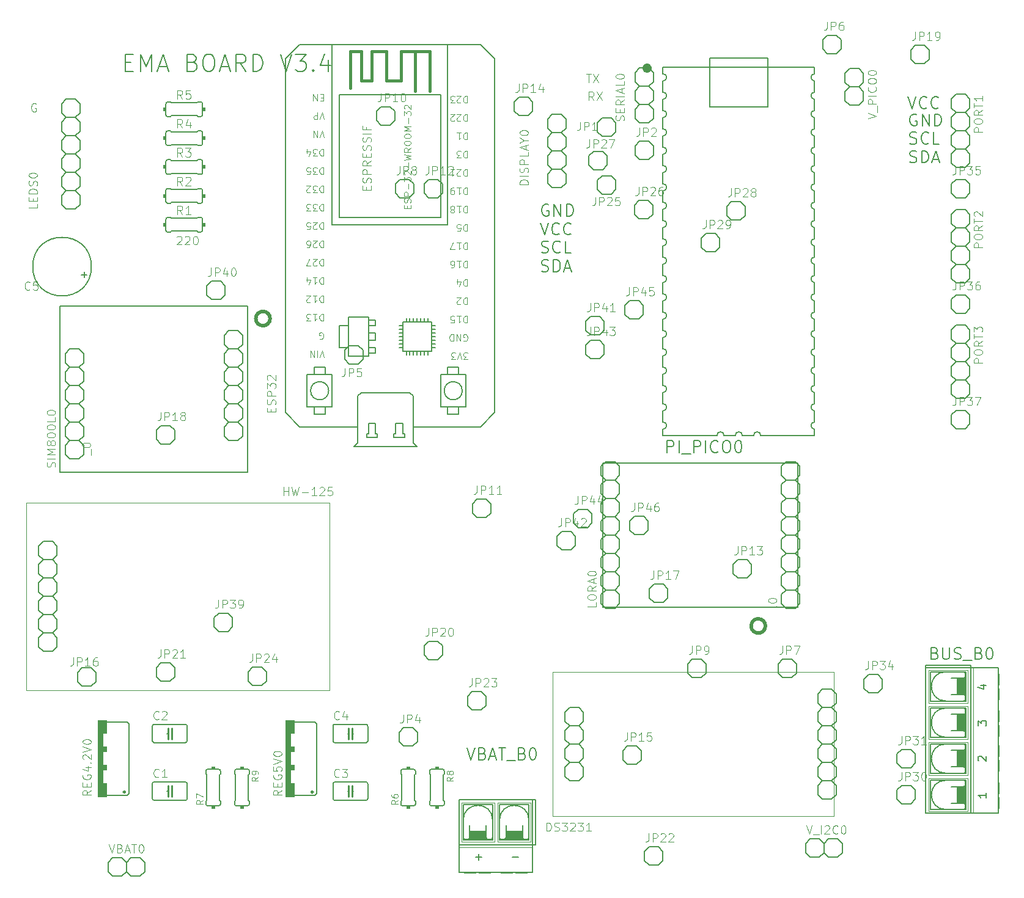
<source format=gbr>
%TF.GenerationSoftware,KiCad,Pcbnew,9.0.2*%
%TF.CreationDate,2025-06-17T12:09:41-05:00*%
%TF.ProjectId,board,626f6172-642e-46b6-9963-61645f706362,rev?*%
%TF.SameCoordinates,Original*%
%TF.FileFunction,Legend,Top*%
%TF.FilePolarity,Positive*%
%FSLAX46Y46*%
G04 Gerber Fmt 4.6, Leading zero omitted, Abs format (unit mm)*
G04 Created by KiCad (PCBNEW 9.0.2) date 2025-06-17 12:09:41*
%MOMM*%
%LPD*%
G01*
G04 APERTURE LIST*
%ADD10C,0.127000*%
%ADD11C,0.101600*%
%ADD12C,0.203200*%
%ADD13C,0.142240*%
%ADD14C,0.508000*%
%ADD15C,0.093472*%
%ADD16C,0.081280*%
%ADD17C,0.114300*%
%ADD18C,0.071323*%
%ADD19C,0.089154*%
%ADD20C,0.160020*%
%ADD21C,0.130861*%
%ADD22C,0.406400*%
%ADD23C,0.152400*%
%ADD24C,0.000000*%
%ADD25C,0.254000*%
%ADD26C,0.050800*%
%ADD27C,0.635000*%
G04 APERTURE END LIST*
D10*
X111301100Y-84303600D02*
X85301100Y-84303600D01*
X85301100Y-84303600D02*
X85301100Y-107303600D01*
X85301100Y-107303600D02*
X111301100Y-107303600D01*
X111301100Y-107303600D02*
X111301100Y-84303600D01*
D11*
X80601100Y-137503600D02*
X80601100Y-111503600D01*
X122601100Y-111503600D02*
X122601100Y-137503600D01*
X122601100Y-137503600D02*
X80601100Y-137503600D01*
X122601100Y-111503600D02*
X80601100Y-111503600D01*
X192501100Y-135003600D02*
X153501100Y-135003600D01*
X153501100Y-135003600D02*
X153501100Y-155003600D01*
X153501100Y-155003600D02*
X192501100Y-155003600D01*
X192501100Y-135003600D02*
X192501100Y-155003600D01*
D12*
X94329564Y-50503815D02*
X95108498Y-50503815D01*
X95442326Y-51727853D02*
X94329564Y-51727853D01*
X94329564Y-51727853D02*
X94329564Y-49391053D01*
X94329564Y-49391053D02*
X95442326Y-49391053D01*
X96443812Y-51727853D02*
X96443812Y-49391053D01*
X96443812Y-49391053D02*
X97222746Y-51060196D01*
X97222746Y-51060196D02*
X98001679Y-49391053D01*
X98001679Y-49391053D02*
X98001679Y-51727853D01*
X99003165Y-51060196D02*
X100115927Y-51060196D01*
X98780613Y-51727853D02*
X99559546Y-49391053D01*
X99559546Y-49391053D02*
X100338480Y-51727853D01*
X103676765Y-50503815D02*
X104010593Y-50615091D01*
X104010593Y-50615091D02*
X104121870Y-50726367D01*
X104121870Y-50726367D02*
X104233146Y-50948919D01*
X104233146Y-50948919D02*
X104233146Y-51282748D01*
X104233146Y-51282748D02*
X104121870Y-51505300D01*
X104121870Y-51505300D02*
X104010593Y-51616577D01*
X104010593Y-51616577D02*
X103788041Y-51727853D01*
X103788041Y-51727853D02*
X102897831Y-51727853D01*
X102897831Y-51727853D02*
X102897831Y-49391053D01*
X102897831Y-49391053D02*
X103676765Y-49391053D01*
X103676765Y-49391053D02*
X103899317Y-49502329D01*
X103899317Y-49502329D02*
X104010593Y-49613605D01*
X104010593Y-49613605D02*
X104121870Y-49836157D01*
X104121870Y-49836157D02*
X104121870Y-50058710D01*
X104121870Y-50058710D02*
X104010593Y-50281262D01*
X104010593Y-50281262D02*
X103899317Y-50392538D01*
X103899317Y-50392538D02*
X103676765Y-50503815D01*
X103676765Y-50503815D02*
X102897831Y-50503815D01*
X105679736Y-49391053D02*
X106124841Y-49391053D01*
X106124841Y-49391053D02*
X106347393Y-49502329D01*
X106347393Y-49502329D02*
X106569946Y-49724881D01*
X106569946Y-49724881D02*
X106681222Y-50169986D01*
X106681222Y-50169986D02*
X106681222Y-50948919D01*
X106681222Y-50948919D02*
X106569946Y-51394024D01*
X106569946Y-51394024D02*
X106347393Y-51616577D01*
X106347393Y-51616577D02*
X106124841Y-51727853D01*
X106124841Y-51727853D02*
X105679736Y-51727853D01*
X105679736Y-51727853D02*
X105457184Y-51616577D01*
X105457184Y-51616577D02*
X105234631Y-51394024D01*
X105234631Y-51394024D02*
X105123355Y-50948919D01*
X105123355Y-50948919D02*
X105123355Y-50169986D01*
X105123355Y-50169986D02*
X105234631Y-49724881D01*
X105234631Y-49724881D02*
X105457184Y-49502329D01*
X105457184Y-49502329D02*
X105679736Y-49391053D01*
X107571431Y-51060196D02*
X108684193Y-51060196D01*
X107348879Y-51727853D02*
X108127812Y-49391053D01*
X108127812Y-49391053D02*
X108906746Y-51727853D01*
X111020993Y-51727853D02*
X110242059Y-50615091D01*
X109685678Y-51727853D02*
X109685678Y-49391053D01*
X109685678Y-49391053D02*
X110575888Y-49391053D01*
X110575888Y-49391053D02*
X110798440Y-49502329D01*
X110798440Y-49502329D02*
X110909717Y-49613605D01*
X110909717Y-49613605D02*
X111020993Y-49836157D01*
X111020993Y-49836157D02*
X111020993Y-50169986D01*
X111020993Y-50169986D02*
X110909717Y-50392538D01*
X110909717Y-50392538D02*
X110798440Y-50503815D01*
X110798440Y-50503815D02*
X110575888Y-50615091D01*
X110575888Y-50615091D02*
X109685678Y-50615091D01*
X112022478Y-51727853D02*
X112022478Y-49391053D01*
X112022478Y-49391053D02*
X112578859Y-49391053D01*
X112578859Y-49391053D02*
X112912688Y-49502329D01*
X112912688Y-49502329D02*
X113135240Y-49724881D01*
X113135240Y-49724881D02*
X113246517Y-49947434D01*
X113246517Y-49947434D02*
X113357793Y-50392538D01*
X113357793Y-50392538D02*
X113357793Y-50726367D01*
X113357793Y-50726367D02*
X113246517Y-51171472D01*
X113246517Y-51171472D02*
X113135240Y-51394024D01*
X113135240Y-51394024D02*
X112912688Y-51616577D01*
X112912688Y-51616577D02*
X112578859Y-51727853D01*
X112578859Y-51727853D02*
X112022478Y-51727853D01*
X115805869Y-49391053D02*
X116584802Y-51727853D01*
X116584802Y-51727853D02*
X117363736Y-49391053D01*
X117920116Y-49391053D02*
X119366707Y-49391053D01*
X119366707Y-49391053D02*
X118587773Y-50281262D01*
X118587773Y-50281262D02*
X118921602Y-50281262D01*
X118921602Y-50281262D02*
X119144154Y-50392538D01*
X119144154Y-50392538D02*
X119255430Y-50503815D01*
X119255430Y-50503815D02*
X119366707Y-50726367D01*
X119366707Y-50726367D02*
X119366707Y-51282748D01*
X119366707Y-51282748D02*
X119255430Y-51505300D01*
X119255430Y-51505300D02*
X119144154Y-51616577D01*
X119144154Y-51616577D02*
X118921602Y-51727853D01*
X118921602Y-51727853D02*
X118253945Y-51727853D01*
X118253945Y-51727853D02*
X118031392Y-51616577D01*
X118031392Y-51616577D02*
X117920116Y-51505300D01*
X120368192Y-51505300D02*
X120479469Y-51616577D01*
X120479469Y-51616577D02*
X120368192Y-51727853D01*
X120368192Y-51727853D02*
X120256916Y-51616577D01*
X120256916Y-51616577D02*
X120368192Y-51505300D01*
X120368192Y-51505300D02*
X120368192Y-51727853D01*
X122482440Y-50169986D02*
X122482440Y-51727853D01*
X121926059Y-49279777D02*
X121369678Y-50948919D01*
X121369678Y-50948919D02*
X122816269Y-50948919D01*
D10*
X160501100Y-126003600D02*
X160501100Y-106003600D01*
X160501100Y-106003600D02*
X187501100Y-106003600D01*
X187501100Y-106003600D02*
X187501100Y-126003600D01*
X187501100Y-126003600D02*
X160501100Y-126003600D01*
D13*
X202750464Y-55260257D02*
X203295718Y-56896017D01*
X203295718Y-56896017D02*
X203840971Y-55260257D01*
X205320944Y-56740230D02*
X205243051Y-56818124D01*
X205243051Y-56818124D02*
X205009371Y-56896017D01*
X205009371Y-56896017D02*
X204853584Y-56896017D01*
X204853584Y-56896017D02*
X204619904Y-56818124D01*
X204619904Y-56818124D02*
X204464118Y-56662337D01*
X204464118Y-56662337D02*
X204386224Y-56506550D01*
X204386224Y-56506550D02*
X204308331Y-56194977D01*
X204308331Y-56194977D02*
X204308331Y-55961297D01*
X204308331Y-55961297D02*
X204386224Y-55649724D01*
X204386224Y-55649724D02*
X204464118Y-55493937D01*
X204464118Y-55493937D02*
X204619904Y-55338150D01*
X204619904Y-55338150D02*
X204853584Y-55260257D01*
X204853584Y-55260257D02*
X205009371Y-55260257D01*
X205009371Y-55260257D02*
X205243051Y-55338150D01*
X205243051Y-55338150D02*
X205320944Y-55416044D01*
X206956704Y-56740230D02*
X206878811Y-56818124D01*
X206878811Y-56818124D02*
X206645131Y-56896017D01*
X206645131Y-56896017D02*
X206489344Y-56896017D01*
X206489344Y-56896017D02*
X206255664Y-56818124D01*
X206255664Y-56818124D02*
X206099878Y-56662337D01*
X206099878Y-56662337D02*
X206021984Y-56506550D01*
X206021984Y-56506550D02*
X205944091Y-56194977D01*
X205944091Y-56194977D02*
X205944091Y-55961297D01*
X205944091Y-55961297D02*
X206021984Y-55649724D01*
X206021984Y-55649724D02*
X206099878Y-55493937D01*
X206099878Y-55493937D02*
X206255664Y-55338150D01*
X206255664Y-55338150D02*
X206489344Y-55260257D01*
X206489344Y-55260257D02*
X206645131Y-55260257D01*
X206645131Y-55260257D02*
X206878811Y-55338150D01*
X206878811Y-55338150D02*
X206956704Y-55416044D01*
X203940971Y-57738150D02*
X203785184Y-57660257D01*
X203785184Y-57660257D02*
X203551504Y-57660257D01*
X203551504Y-57660257D02*
X203317824Y-57738150D01*
X203317824Y-57738150D02*
X203162038Y-57893937D01*
X203162038Y-57893937D02*
X203084144Y-58049724D01*
X203084144Y-58049724D02*
X203006251Y-58361297D01*
X203006251Y-58361297D02*
X203006251Y-58594977D01*
X203006251Y-58594977D02*
X203084144Y-58906550D01*
X203084144Y-58906550D02*
X203162038Y-59062337D01*
X203162038Y-59062337D02*
X203317824Y-59218124D01*
X203317824Y-59218124D02*
X203551504Y-59296017D01*
X203551504Y-59296017D02*
X203707291Y-59296017D01*
X203707291Y-59296017D02*
X203940971Y-59218124D01*
X203940971Y-59218124D02*
X204018864Y-59140230D01*
X204018864Y-59140230D02*
X204018864Y-58594977D01*
X204018864Y-58594977D02*
X203707291Y-58594977D01*
X204719904Y-59296017D02*
X204719904Y-57660257D01*
X204719904Y-57660257D02*
X205654624Y-59296017D01*
X205654624Y-59296017D02*
X205654624Y-57660257D01*
X206433557Y-59296017D02*
X206433557Y-57660257D01*
X206433557Y-57660257D02*
X206823024Y-57660257D01*
X206823024Y-57660257D02*
X207056704Y-57738150D01*
X207056704Y-57738150D02*
X207212491Y-57893937D01*
X207212491Y-57893937D02*
X207290384Y-58049724D01*
X207290384Y-58049724D02*
X207368277Y-58361297D01*
X207368277Y-58361297D02*
X207368277Y-58594977D01*
X207368277Y-58594977D02*
X207290384Y-58906550D01*
X207290384Y-58906550D02*
X207212491Y-59062337D01*
X207212491Y-59062337D02*
X207056704Y-59218124D01*
X207056704Y-59218124D02*
X206823024Y-59296017D01*
X206823024Y-59296017D02*
X206433557Y-59296017D01*
X203006251Y-61718124D02*
X203239931Y-61796017D01*
X203239931Y-61796017D02*
X203629398Y-61796017D01*
X203629398Y-61796017D02*
X203785184Y-61718124D01*
X203785184Y-61718124D02*
X203863078Y-61640230D01*
X203863078Y-61640230D02*
X203940971Y-61484444D01*
X203940971Y-61484444D02*
X203940971Y-61328657D01*
X203940971Y-61328657D02*
X203863078Y-61172870D01*
X203863078Y-61172870D02*
X203785184Y-61094977D01*
X203785184Y-61094977D02*
X203629398Y-61017084D01*
X203629398Y-61017084D02*
X203317824Y-60939190D01*
X203317824Y-60939190D02*
X203162038Y-60861297D01*
X203162038Y-60861297D02*
X203084144Y-60783404D01*
X203084144Y-60783404D02*
X203006251Y-60627617D01*
X203006251Y-60627617D02*
X203006251Y-60471830D01*
X203006251Y-60471830D02*
X203084144Y-60316044D01*
X203084144Y-60316044D02*
X203162038Y-60238150D01*
X203162038Y-60238150D02*
X203317824Y-60160257D01*
X203317824Y-60160257D02*
X203707291Y-60160257D01*
X203707291Y-60160257D02*
X203940971Y-60238150D01*
X205576731Y-61640230D02*
X205498838Y-61718124D01*
X205498838Y-61718124D02*
X205265158Y-61796017D01*
X205265158Y-61796017D02*
X205109371Y-61796017D01*
X205109371Y-61796017D02*
X204875691Y-61718124D01*
X204875691Y-61718124D02*
X204719905Y-61562337D01*
X204719905Y-61562337D02*
X204642011Y-61406550D01*
X204642011Y-61406550D02*
X204564118Y-61094977D01*
X204564118Y-61094977D02*
X204564118Y-60861297D01*
X204564118Y-60861297D02*
X204642011Y-60549724D01*
X204642011Y-60549724D02*
X204719905Y-60393937D01*
X204719905Y-60393937D02*
X204875691Y-60238150D01*
X204875691Y-60238150D02*
X205109371Y-60160257D01*
X205109371Y-60160257D02*
X205265158Y-60160257D01*
X205265158Y-60160257D02*
X205498838Y-60238150D01*
X205498838Y-60238150D02*
X205576731Y-60316044D01*
X207056705Y-61796017D02*
X206277771Y-61796017D01*
X206277771Y-61796017D02*
X206277771Y-60160257D01*
X203006251Y-64318124D02*
X203239931Y-64396017D01*
X203239931Y-64396017D02*
X203629398Y-64396017D01*
X203629398Y-64396017D02*
X203785184Y-64318124D01*
X203785184Y-64318124D02*
X203863078Y-64240230D01*
X203863078Y-64240230D02*
X203940971Y-64084444D01*
X203940971Y-64084444D02*
X203940971Y-63928657D01*
X203940971Y-63928657D02*
X203863078Y-63772870D01*
X203863078Y-63772870D02*
X203785184Y-63694977D01*
X203785184Y-63694977D02*
X203629398Y-63617084D01*
X203629398Y-63617084D02*
X203317824Y-63539190D01*
X203317824Y-63539190D02*
X203162038Y-63461297D01*
X203162038Y-63461297D02*
X203084144Y-63383404D01*
X203084144Y-63383404D02*
X203006251Y-63227617D01*
X203006251Y-63227617D02*
X203006251Y-63071830D01*
X203006251Y-63071830D02*
X203084144Y-62916044D01*
X203084144Y-62916044D02*
X203162038Y-62838150D01*
X203162038Y-62838150D02*
X203317824Y-62760257D01*
X203317824Y-62760257D02*
X203707291Y-62760257D01*
X203707291Y-62760257D02*
X203940971Y-62838150D01*
X204642011Y-64396017D02*
X204642011Y-62760257D01*
X204642011Y-62760257D02*
X205031478Y-62760257D01*
X205031478Y-62760257D02*
X205265158Y-62838150D01*
X205265158Y-62838150D02*
X205420945Y-62993937D01*
X205420945Y-62993937D02*
X205498838Y-63149724D01*
X205498838Y-63149724D02*
X205576731Y-63461297D01*
X205576731Y-63461297D02*
X205576731Y-63694977D01*
X205576731Y-63694977D02*
X205498838Y-64006550D01*
X205498838Y-64006550D02*
X205420945Y-64162337D01*
X205420945Y-64162337D02*
X205265158Y-64318124D01*
X205265158Y-64318124D02*
X205031478Y-64396017D01*
X205031478Y-64396017D02*
X204642011Y-64396017D01*
X206199878Y-63928657D02*
X206978811Y-63928657D01*
X206044091Y-64396017D02*
X206589345Y-62760257D01*
X206589345Y-62760257D02*
X207134598Y-64396017D01*
D11*
X158179218Y-52086926D02*
X158846875Y-52086926D01*
X158513046Y-53255326D02*
X158513046Y-52086926D01*
X159125066Y-52086926D02*
X159903999Y-53255326D01*
X159903999Y-52086926D02*
X159125066Y-53255326D01*
X159213789Y-55755326D02*
X158824322Y-55198945D01*
X158546132Y-55755326D02*
X158546132Y-54586926D01*
X158546132Y-54586926D02*
X158991237Y-54586926D01*
X158991237Y-54586926D02*
X159102513Y-54642564D01*
X159102513Y-54642564D02*
X159158151Y-54698202D01*
X159158151Y-54698202D02*
X159213789Y-54809478D01*
X159213789Y-54809478D02*
X159213789Y-54976392D01*
X159213789Y-54976392D02*
X159158151Y-55087668D01*
X159158151Y-55087668D02*
X159102513Y-55143307D01*
X159102513Y-55143307D02*
X158991237Y-55198945D01*
X158991237Y-55198945D02*
X158546132Y-55198945D01*
X159603256Y-54586926D02*
X160382189Y-55755326D01*
X160382189Y-54586926D02*
X159603256Y-55755326D01*
D14*
X114385984Y-86003600D02*
G75*
G02*
X112416216Y-86003600I-984884J0D01*
G01*
X112416216Y-86003600D02*
G75*
G02*
X114385984Y-86003600I984884J0D01*
G01*
X182985984Y-128603600D02*
G75*
G02*
X181016216Y-128603600I-984884J0D01*
G01*
X181016216Y-128603600D02*
G75*
G02*
X182985984Y-128603600I984884J0D01*
G01*
D11*
X81958151Y-56242564D02*
X81846875Y-56186926D01*
X81846875Y-56186926D02*
X81679961Y-56186926D01*
X81679961Y-56186926D02*
X81513046Y-56242564D01*
X81513046Y-56242564D02*
X81401770Y-56353840D01*
X81401770Y-56353840D02*
X81346132Y-56465116D01*
X81346132Y-56465116D02*
X81290494Y-56687668D01*
X81290494Y-56687668D02*
X81290494Y-56854583D01*
X81290494Y-56854583D02*
X81346132Y-57077135D01*
X81346132Y-57077135D02*
X81401770Y-57188411D01*
X81401770Y-57188411D02*
X81513046Y-57299688D01*
X81513046Y-57299688D02*
X81679961Y-57355326D01*
X81679961Y-57355326D02*
X81791237Y-57355326D01*
X81791237Y-57355326D02*
X81958151Y-57299688D01*
X81958151Y-57299688D02*
X82013789Y-57244049D01*
X82013789Y-57244049D02*
X82013789Y-56854583D01*
X82013789Y-56854583D02*
X81791237Y-56854583D01*
D13*
X151850464Y-72760257D02*
X152395718Y-74396017D01*
X152395718Y-74396017D02*
X152940971Y-72760257D01*
X154420944Y-74240230D02*
X154343051Y-74318124D01*
X154343051Y-74318124D02*
X154109371Y-74396017D01*
X154109371Y-74396017D02*
X153953584Y-74396017D01*
X153953584Y-74396017D02*
X153719904Y-74318124D01*
X153719904Y-74318124D02*
X153564118Y-74162337D01*
X153564118Y-74162337D02*
X153486224Y-74006550D01*
X153486224Y-74006550D02*
X153408331Y-73694977D01*
X153408331Y-73694977D02*
X153408331Y-73461297D01*
X153408331Y-73461297D02*
X153486224Y-73149724D01*
X153486224Y-73149724D02*
X153564118Y-72993937D01*
X153564118Y-72993937D02*
X153719904Y-72838150D01*
X153719904Y-72838150D02*
X153953584Y-72760257D01*
X153953584Y-72760257D02*
X154109371Y-72760257D01*
X154109371Y-72760257D02*
X154343051Y-72838150D01*
X154343051Y-72838150D02*
X154420944Y-72916044D01*
X156056704Y-74240230D02*
X155978811Y-74318124D01*
X155978811Y-74318124D02*
X155745131Y-74396017D01*
X155745131Y-74396017D02*
X155589344Y-74396017D01*
X155589344Y-74396017D02*
X155355664Y-74318124D01*
X155355664Y-74318124D02*
X155199878Y-74162337D01*
X155199878Y-74162337D02*
X155121984Y-74006550D01*
X155121984Y-74006550D02*
X155044091Y-73694977D01*
X155044091Y-73694977D02*
X155044091Y-73461297D01*
X155044091Y-73461297D02*
X155121984Y-73149724D01*
X155121984Y-73149724D02*
X155199878Y-72993937D01*
X155199878Y-72993937D02*
X155355664Y-72838150D01*
X155355664Y-72838150D02*
X155589344Y-72760257D01*
X155589344Y-72760257D02*
X155745131Y-72760257D01*
X155745131Y-72760257D02*
X155978811Y-72838150D01*
X155978811Y-72838150D02*
X156056704Y-72916044D01*
X152940971Y-70238150D02*
X152785184Y-70160257D01*
X152785184Y-70160257D02*
X152551504Y-70160257D01*
X152551504Y-70160257D02*
X152317824Y-70238150D01*
X152317824Y-70238150D02*
X152162038Y-70393937D01*
X152162038Y-70393937D02*
X152084144Y-70549724D01*
X152084144Y-70549724D02*
X152006251Y-70861297D01*
X152006251Y-70861297D02*
X152006251Y-71094977D01*
X152006251Y-71094977D02*
X152084144Y-71406550D01*
X152084144Y-71406550D02*
X152162038Y-71562337D01*
X152162038Y-71562337D02*
X152317824Y-71718124D01*
X152317824Y-71718124D02*
X152551504Y-71796017D01*
X152551504Y-71796017D02*
X152707291Y-71796017D01*
X152707291Y-71796017D02*
X152940971Y-71718124D01*
X152940971Y-71718124D02*
X153018864Y-71640230D01*
X153018864Y-71640230D02*
X153018864Y-71094977D01*
X153018864Y-71094977D02*
X152707291Y-71094977D01*
X153719904Y-71796017D02*
X153719904Y-70160257D01*
X153719904Y-70160257D02*
X154654624Y-71796017D01*
X154654624Y-71796017D02*
X154654624Y-70160257D01*
X155433557Y-71796017D02*
X155433557Y-70160257D01*
X155433557Y-70160257D02*
X155823024Y-70160257D01*
X155823024Y-70160257D02*
X156056704Y-70238150D01*
X156056704Y-70238150D02*
X156212491Y-70393937D01*
X156212491Y-70393937D02*
X156290384Y-70549724D01*
X156290384Y-70549724D02*
X156368277Y-70861297D01*
X156368277Y-70861297D02*
X156368277Y-71094977D01*
X156368277Y-71094977D02*
X156290384Y-71406550D01*
X156290384Y-71406550D02*
X156212491Y-71562337D01*
X156212491Y-71562337D02*
X156056704Y-71718124D01*
X156056704Y-71718124D02*
X155823024Y-71796017D01*
X155823024Y-71796017D02*
X155433557Y-71796017D01*
X152006251Y-76818124D02*
X152239931Y-76896017D01*
X152239931Y-76896017D02*
X152629398Y-76896017D01*
X152629398Y-76896017D02*
X152785184Y-76818124D01*
X152785184Y-76818124D02*
X152863078Y-76740230D01*
X152863078Y-76740230D02*
X152940971Y-76584444D01*
X152940971Y-76584444D02*
X152940971Y-76428657D01*
X152940971Y-76428657D02*
X152863078Y-76272870D01*
X152863078Y-76272870D02*
X152785184Y-76194977D01*
X152785184Y-76194977D02*
X152629398Y-76117084D01*
X152629398Y-76117084D02*
X152317824Y-76039190D01*
X152317824Y-76039190D02*
X152162038Y-75961297D01*
X152162038Y-75961297D02*
X152084144Y-75883404D01*
X152084144Y-75883404D02*
X152006251Y-75727617D01*
X152006251Y-75727617D02*
X152006251Y-75571830D01*
X152006251Y-75571830D02*
X152084144Y-75416044D01*
X152084144Y-75416044D02*
X152162038Y-75338150D01*
X152162038Y-75338150D02*
X152317824Y-75260257D01*
X152317824Y-75260257D02*
X152707291Y-75260257D01*
X152707291Y-75260257D02*
X152940971Y-75338150D01*
X154576731Y-76740230D02*
X154498838Y-76818124D01*
X154498838Y-76818124D02*
X154265158Y-76896017D01*
X154265158Y-76896017D02*
X154109371Y-76896017D01*
X154109371Y-76896017D02*
X153875691Y-76818124D01*
X153875691Y-76818124D02*
X153719905Y-76662337D01*
X153719905Y-76662337D02*
X153642011Y-76506550D01*
X153642011Y-76506550D02*
X153564118Y-76194977D01*
X153564118Y-76194977D02*
X153564118Y-75961297D01*
X153564118Y-75961297D02*
X153642011Y-75649724D01*
X153642011Y-75649724D02*
X153719905Y-75493937D01*
X153719905Y-75493937D02*
X153875691Y-75338150D01*
X153875691Y-75338150D02*
X154109371Y-75260257D01*
X154109371Y-75260257D02*
X154265158Y-75260257D01*
X154265158Y-75260257D02*
X154498838Y-75338150D01*
X154498838Y-75338150D02*
X154576731Y-75416044D01*
X156056705Y-76896017D02*
X155277771Y-76896017D01*
X155277771Y-76896017D02*
X155277771Y-75260257D01*
X152006251Y-79418124D02*
X152239931Y-79496017D01*
X152239931Y-79496017D02*
X152629398Y-79496017D01*
X152629398Y-79496017D02*
X152785184Y-79418124D01*
X152785184Y-79418124D02*
X152863078Y-79340230D01*
X152863078Y-79340230D02*
X152940971Y-79184444D01*
X152940971Y-79184444D02*
X152940971Y-79028657D01*
X152940971Y-79028657D02*
X152863078Y-78872870D01*
X152863078Y-78872870D02*
X152785184Y-78794977D01*
X152785184Y-78794977D02*
X152629398Y-78717084D01*
X152629398Y-78717084D02*
X152317824Y-78639190D01*
X152317824Y-78639190D02*
X152162038Y-78561297D01*
X152162038Y-78561297D02*
X152084144Y-78483404D01*
X152084144Y-78483404D02*
X152006251Y-78327617D01*
X152006251Y-78327617D02*
X152006251Y-78171830D01*
X152006251Y-78171830D02*
X152084144Y-78016044D01*
X152084144Y-78016044D02*
X152162038Y-77938150D01*
X152162038Y-77938150D02*
X152317824Y-77860257D01*
X152317824Y-77860257D02*
X152707291Y-77860257D01*
X152707291Y-77860257D02*
X152940971Y-77938150D01*
X153642011Y-79496017D02*
X153642011Y-77860257D01*
X153642011Y-77860257D02*
X154031478Y-77860257D01*
X154031478Y-77860257D02*
X154265158Y-77938150D01*
X154265158Y-77938150D02*
X154420945Y-78093937D01*
X154420945Y-78093937D02*
X154498838Y-78249724D01*
X154498838Y-78249724D02*
X154576731Y-78561297D01*
X154576731Y-78561297D02*
X154576731Y-78794977D01*
X154576731Y-78794977D02*
X154498838Y-79106550D01*
X154498838Y-79106550D02*
X154420945Y-79262337D01*
X154420945Y-79262337D02*
X154265158Y-79418124D01*
X154265158Y-79418124D02*
X154031478Y-79496017D01*
X154031478Y-79496017D02*
X153642011Y-79496017D01*
X155199878Y-79028657D02*
X155978811Y-79028657D01*
X155044091Y-79496017D02*
X155589345Y-77860257D01*
X155589345Y-77860257D02*
X156134598Y-79496017D01*
D11*
X101490494Y-74698202D02*
X101546132Y-74642564D01*
X101546132Y-74642564D02*
X101657408Y-74586926D01*
X101657408Y-74586926D02*
X101935599Y-74586926D01*
X101935599Y-74586926D02*
X102046875Y-74642564D01*
X102046875Y-74642564D02*
X102102513Y-74698202D01*
X102102513Y-74698202D02*
X102158151Y-74809478D01*
X102158151Y-74809478D02*
X102158151Y-74920754D01*
X102158151Y-74920754D02*
X102102513Y-75087668D01*
X102102513Y-75087668D02*
X101434856Y-75755326D01*
X101434856Y-75755326D02*
X102158151Y-75755326D01*
X102603256Y-74698202D02*
X102658894Y-74642564D01*
X102658894Y-74642564D02*
X102770170Y-74586926D01*
X102770170Y-74586926D02*
X103048361Y-74586926D01*
X103048361Y-74586926D02*
X103159637Y-74642564D01*
X103159637Y-74642564D02*
X103215275Y-74698202D01*
X103215275Y-74698202D02*
X103270913Y-74809478D01*
X103270913Y-74809478D02*
X103270913Y-74920754D01*
X103270913Y-74920754D02*
X103215275Y-75087668D01*
X103215275Y-75087668D02*
X102547618Y-75755326D01*
X102547618Y-75755326D02*
X103270913Y-75755326D01*
X103994208Y-74586926D02*
X104105485Y-74586926D01*
X104105485Y-74586926D02*
X104216761Y-74642564D01*
X104216761Y-74642564D02*
X104272399Y-74698202D01*
X104272399Y-74698202D02*
X104328037Y-74809478D01*
X104328037Y-74809478D02*
X104383675Y-75032030D01*
X104383675Y-75032030D02*
X104383675Y-75310221D01*
X104383675Y-75310221D02*
X104328037Y-75532773D01*
X104328037Y-75532773D02*
X104272399Y-75644049D01*
X104272399Y-75644049D02*
X104216761Y-75699688D01*
X104216761Y-75699688D02*
X104105485Y-75755326D01*
X104105485Y-75755326D02*
X103994208Y-75755326D01*
X103994208Y-75755326D02*
X103882932Y-75699688D01*
X103882932Y-75699688D02*
X103827294Y-75644049D01*
X103827294Y-75644049D02*
X103771656Y-75532773D01*
X103771656Y-75532773D02*
X103716018Y-75310221D01*
X103716018Y-75310221D02*
X103716018Y-75032030D01*
X103716018Y-75032030D02*
X103771656Y-74809478D01*
X103771656Y-74809478D02*
X103827294Y-74698202D01*
X103827294Y-74698202D02*
X103882932Y-74642564D01*
X103882932Y-74642564D02*
X103994208Y-74586926D01*
D15*
X114525978Y-98931980D02*
X114525978Y-98539804D01*
X115142255Y-98371728D02*
X115142255Y-98931980D01*
X115142255Y-98931980D02*
X113965727Y-98931980D01*
X113965727Y-98931980D02*
X113965727Y-98371728D01*
X115086230Y-97923527D02*
X115142255Y-97755452D01*
X115142255Y-97755452D02*
X115142255Y-97475326D01*
X115142255Y-97475326D02*
X115086230Y-97363276D01*
X115086230Y-97363276D02*
X115030204Y-97307250D01*
X115030204Y-97307250D02*
X114918154Y-97251225D01*
X114918154Y-97251225D02*
X114806104Y-97251225D01*
X114806104Y-97251225D02*
X114694054Y-97307250D01*
X114694054Y-97307250D02*
X114638028Y-97363276D01*
X114638028Y-97363276D02*
X114582003Y-97475326D01*
X114582003Y-97475326D02*
X114525978Y-97699426D01*
X114525978Y-97699426D02*
X114469953Y-97811477D01*
X114469953Y-97811477D02*
X114413928Y-97867502D01*
X114413928Y-97867502D02*
X114301878Y-97923527D01*
X114301878Y-97923527D02*
X114189827Y-97923527D01*
X114189827Y-97923527D02*
X114077777Y-97867502D01*
X114077777Y-97867502D02*
X114021752Y-97811477D01*
X114021752Y-97811477D02*
X113965727Y-97699426D01*
X113965727Y-97699426D02*
X113965727Y-97419301D01*
X113965727Y-97419301D02*
X114021752Y-97251225D01*
X115142255Y-96746999D02*
X113965727Y-96746999D01*
X113965727Y-96746999D02*
X113965727Y-96298798D01*
X113965727Y-96298798D02*
X114021752Y-96186747D01*
X114021752Y-96186747D02*
X114077777Y-96130722D01*
X114077777Y-96130722D02*
X114189827Y-96074697D01*
X114189827Y-96074697D02*
X114357903Y-96074697D01*
X114357903Y-96074697D02*
X114469953Y-96130722D01*
X114469953Y-96130722D02*
X114525978Y-96186747D01*
X114525978Y-96186747D02*
X114582003Y-96298798D01*
X114582003Y-96298798D02*
X114582003Y-96746999D01*
X113965727Y-95682521D02*
X113965727Y-94954194D01*
X113965727Y-94954194D02*
X114413928Y-95346370D01*
X114413928Y-95346370D02*
X114413928Y-95178295D01*
X114413928Y-95178295D02*
X114469953Y-95066245D01*
X114469953Y-95066245D02*
X114525978Y-95010219D01*
X114525978Y-95010219D02*
X114638028Y-94954194D01*
X114638028Y-94954194D02*
X114918154Y-94954194D01*
X114918154Y-94954194D02*
X115030204Y-95010219D01*
X115030204Y-95010219D02*
X115086230Y-95066245D01*
X115086230Y-95066245D02*
X115142255Y-95178295D01*
X115142255Y-95178295D02*
X115142255Y-95514446D01*
X115142255Y-95514446D02*
X115086230Y-95626496D01*
X115086230Y-95626496D02*
X115030204Y-95682521D01*
X114077777Y-94505993D02*
X114021752Y-94449968D01*
X114021752Y-94449968D02*
X113965727Y-94337918D01*
X113965727Y-94337918D02*
X113965727Y-94057792D01*
X113965727Y-94057792D02*
X114021752Y-93945742D01*
X114021752Y-93945742D02*
X114077777Y-93889716D01*
X114077777Y-93889716D02*
X114189827Y-93833691D01*
X114189827Y-93833691D02*
X114301878Y-93833691D01*
X114301878Y-93833691D02*
X114469953Y-93889716D01*
X114469953Y-93889716D02*
X115142255Y-94562018D01*
X115142255Y-94562018D02*
X115142255Y-93833691D01*
D16*
X133392866Y-70727574D02*
X133392866Y-70416001D01*
X133882481Y-70282469D02*
X133882481Y-70727574D01*
X133882481Y-70727574D02*
X132947761Y-70727574D01*
X132947761Y-70727574D02*
X132947761Y-70282469D01*
X133837971Y-69926386D02*
X133882481Y-69792854D01*
X133882481Y-69792854D02*
X133882481Y-69570302D01*
X133882481Y-69570302D02*
X133837971Y-69481281D01*
X133837971Y-69481281D02*
X133793460Y-69436770D01*
X133793460Y-69436770D02*
X133704439Y-69392260D01*
X133704439Y-69392260D02*
X133615418Y-69392260D01*
X133615418Y-69392260D02*
X133526397Y-69436770D01*
X133526397Y-69436770D02*
X133481887Y-69481281D01*
X133481887Y-69481281D02*
X133437376Y-69570302D01*
X133437376Y-69570302D02*
X133392866Y-69748344D01*
X133392866Y-69748344D02*
X133348355Y-69837365D01*
X133348355Y-69837365D02*
X133303845Y-69881875D01*
X133303845Y-69881875D02*
X133214824Y-69926386D01*
X133214824Y-69926386D02*
X133125803Y-69926386D01*
X133125803Y-69926386D02*
X133036782Y-69881875D01*
X133036782Y-69881875D02*
X132992271Y-69837365D01*
X132992271Y-69837365D02*
X132947761Y-69748344D01*
X132947761Y-69748344D02*
X132947761Y-69525791D01*
X132947761Y-69525791D02*
X132992271Y-69392260D01*
X133882481Y-68991665D02*
X132947761Y-68991665D01*
X132947761Y-68991665D02*
X132947761Y-68635581D01*
X132947761Y-68635581D02*
X132992271Y-68546560D01*
X132992271Y-68546560D02*
X133036782Y-68502050D01*
X133036782Y-68502050D02*
X133125803Y-68457539D01*
X133125803Y-68457539D02*
X133259334Y-68457539D01*
X133259334Y-68457539D02*
X133348355Y-68502050D01*
X133348355Y-68502050D02*
X133392866Y-68546560D01*
X133392866Y-68546560D02*
X133437376Y-68635581D01*
X133437376Y-68635581D02*
X133437376Y-68991665D01*
X133526397Y-68056945D02*
X133526397Y-67344778D01*
X132947761Y-66988694D02*
X132947761Y-66410058D01*
X132947761Y-66410058D02*
X133303845Y-66721631D01*
X133303845Y-66721631D02*
X133303845Y-66588100D01*
X133303845Y-66588100D02*
X133348355Y-66499079D01*
X133348355Y-66499079D02*
X133392866Y-66454568D01*
X133392866Y-66454568D02*
X133481887Y-66410058D01*
X133481887Y-66410058D02*
X133704439Y-66410058D01*
X133704439Y-66410058D02*
X133793460Y-66454568D01*
X133793460Y-66454568D02*
X133837971Y-66499079D01*
X133837971Y-66499079D02*
X133882481Y-66588100D01*
X133882481Y-66588100D02*
X133882481Y-66855163D01*
X133882481Y-66855163D02*
X133837971Y-66944184D01*
X133837971Y-66944184D02*
X133793460Y-66988694D01*
X133036782Y-66053974D02*
X132992271Y-66009463D01*
X132992271Y-66009463D02*
X132947761Y-65920442D01*
X132947761Y-65920442D02*
X132947761Y-65697890D01*
X132947761Y-65697890D02*
X132992271Y-65608869D01*
X132992271Y-65608869D02*
X133036782Y-65564358D01*
X133036782Y-65564358D02*
X133125803Y-65519848D01*
X133125803Y-65519848D02*
X133214824Y-65519848D01*
X133214824Y-65519848D02*
X133348355Y-65564358D01*
X133348355Y-65564358D02*
X133882481Y-66098484D01*
X133882481Y-66098484D02*
X133882481Y-65519848D01*
X133526397Y-65119253D02*
X133526397Y-64407086D01*
X132947761Y-64051002D02*
X133882481Y-63828450D01*
X133882481Y-63828450D02*
X133214824Y-63650408D01*
X133214824Y-63650408D02*
X133882481Y-63472366D01*
X133882481Y-63472366D02*
X132947761Y-63249814D01*
X133882481Y-62359604D02*
X133437376Y-62671178D01*
X133882481Y-62893730D02*
X132947761Y-62893730D01*
X132947761Y-62893730D02*
X132947761Y-62537646D01*
X132947761Y-62537646D02*
X132992271Y-62448625D01*
X132992271Y-62448625D02*
X133036782Y-62404115D01*
X133036782Y-62404115D02*
X133125803Y-62359604D01*
X133125803Y-62359604D02*
X133259334Y-62359604D01*
X133259334Y-62359604D02*
X133348355Y-62404115D01*
X133348355Y-62404115D02*
X133392866Y-62448625D01*
X133392866Y-62448625D02*
X133437376Y-62537646D01*
X133437376Y-62537646D02*
X133437376Y-62893730D01*
X132947761Y-61780968D02*
X132947761Y-61602926D01*
X132947761Y-61602926D02*
X132992271Y-61513905D01*
X132992271Y-61513905D02*
X133081292Y-61424884D01*
X133081292Y-61424884D02*
X133259334Y-61380374D01*
X133259334Y-61380374D02*
X133570908Y-61380374D01*
X133570908Y-61380374D02*
X133748950Y-61424884D01*
X133748950Y-61424884D02*
X133837971Y-61513905D01*
X133837971Y-61513905D02*
X133882481Y-61602926D01*
X133882481Y-61602926D02*
X133882481Y-61780968D01*
X133882481Y-61780968D02*
X133837971Y-61869989D01*
X133837971Y-61869989D02*
X133748950Y-61959010D01*
X133748950Y-61959010D02*
X133570908Y-62003521D01*
X133570908Y-62003521D02*
X133259334Y-62003521D01*
X133259334Y-62003521D02*
X133081292Y-61959010D01*
X133081292Y-61959010D02*
X132992271Y-61869989D01*
X132992271Y-61869989D02*
X132947761Y-61780968D01*
X132947761Y-60801738D02*
X132947761Y-60623696D01*
X132947761Y-60623696D02*
X132992271Y-60534675D01*
X132992271Y-60534675D02*
X133081292Y-60445654D01*
X133081292Y-60445654D02*
X133259334Y-60401144D01*
X133259334Y-60401144D02*
X133570908Y-60401144D01*
X133570908Y-60401144D02*
X133748950Y-60445654D01*
X133748950Y-60445654D02*
X133837971Y-60534675D01*
X133837971Y-60534675D02*
X133882481Y-60623696D01*
X133882481Y-60623696D02*
X133882481Y-60801738D01*
X133882481Y-60801738D02*
X133837971Y-60890759D01*
X133837971Y-60890759D02*
X133748950Y-60979780D01*
X133748950Y-60979780D02*
X133570908Y-61024291D01*
X133570908Y-61024291D02*
X133259334Y-61024291D01*
X133259334Y-61024291D02*
X133081292Y-60979780D01*
X133081292Y-60979780D02*
X132992271Y-60890759D01*
X132992271Y-60890759D02*
X132947761Y-60801738D01*
X133882481Y-60000550D02*
X132947761Y-60000550D01*
X132947761Y-60000550D02*
X133615418Y-59688977D01*
X133615418Y-59688977D02*
X132947761Y-59377403D01*
X132947761Y-59377403D02*
X133882481Y-59377403D01*
X133526397Y-58932299D02*
X133526397Y-58220132D01*
X132947761Y-57864048D02*
X132947761Y-57285412D01*
X132947761Y-57285412D02*
X133303845Y-57596985D01*
X133303845Y-57596985D02*
X133303845Y-57463454D01*
X133303845Y-57463454D02*
X133348355Y-57374433D01*
X133348355Y-57374433D02*
X133392866Y-57329922D01*
X133392866Y-57329922D02*
X133481887Y-57285412D01*
X133481887Y-57285412D02*
X133704439Y-57285412D01*
X133704439Y-57285412D02*
X133793460Y-57329922D01*
X133793460Y-57329922D02*
X133837971Y-57374433D01*
X133837971Y-57374433D02*
X133882481Y-57463454D01*
X133882481Y-57463454D02*
X133882481Y-57730517D01*
X133882481Y-57730517D02*
X133837971Y-57819538D01*
X133837971Y-57819538D02*
X133793460Y-57864048D01*
X133036782Y-56929328D02*
X132992271Y-56884817D01*
X132992271Y-56884817D02*
X132947761Y-56795796D01*
X132947761Y-56795796D02*
X132947761Y-56573244D01*
X132947761Y-56573244D02*
X132992271Y-56484223D01*
X132992271Y-56484223D02*
X133036782Y-56439712D01*
X133036782Y-56439712D02*
X133125803Y-56395202D01*
X133125803Y-56395202D02*
X133214824Y-56395202D01*
X133214824Y-56395202D02*
X133348355Y-56439712D01*
X133348355Y-56439712D02*
X133882481Y-56973838D01*
X133882481Y-56973838D02*
X133882481Y-56395202D01*
D11*
X127740807Y-68158567D02*
X127740807Y-67769100D01*
X128352826Y-67602186D02*
X128352826Y-68158567D01*
X128352826Y-68158567D02*
X127184426Y-68158567D01*
X127184426Y-68158567D02*
X127184426Y-67602186D01*
X128297188Y-67157081D02*
X128352826Y-66990167D01*
X128352826Y-66990167D02*
X128352826Y-66711976D01*
X128352826Y-66711976D02*
X128297188Y-66600700D01*
X128297188Y-66600700D02*
X128241549Y-66545062D01*
X128241549Y-66545062D02*
X128130273Y-66489424D01*
X128130273Y-66489424D02*
X128018997Y-66489424D01*
X128018997Y-66489424D02*
X127907721Y-66545062D01*
X127907721Y-66545062D02*
X127852083Y-66600700D01*
X127852083Y-66600700D02*
X127796445Y-66711976D01*
X127796445Y-66711976D02*
X127740807Y-66934529D01*
X127740807Y-66934529D02*
X127685168Y-67045805D01*
X127685168Y-67045805D02*
X127629530Y-67101443D01*
X127629530Y-67101443D02*
X127518254Y-67157081D01*
X127518254Y-67157081D02*
X127406978Y-67157081D01*
X127406978Y-67157081D02*
X127295702Y-67101443D01*
X127295702Y-67101443D02*
X127240064Y-67045805D01*
X127240064Y-67045805D02*
X127184426Y-66934529D01*
X127184426Y-66934529D02*
X127184426Y-66656338D01*
X127184426Y-66656338D02*
X127240064Y-66489424D01*
X128352826Y-65988681D02*
X127184426Y-65988681D01*
X127184426Y-65988681D02*
X127184426Y-65543576D01*
X127184426Y-65543576D02*
X127240064Y-65432300D01*
X127240064Y-65432300D02*
X127295702Y-65376662D01*
X127295702Y-65376662D02*
X127406978Y-65321024D01*
X127406978Y-65321024D02*
X127573892Y-65321024D01*
X127573892Y-65321024D02*
X127685168Y-65376662D01*
X127685168Y-65376662D02*
X127740807Y-65432300D01*
X127740807Y-65432300D02*
X127796445Y-65543576D01*
X127796445Y-65543576D02*
X127796445Y-65988681D01*
X128352826Y-64152624D02*
X127796445Y-64542091D01*
X128352826Y-64820281D02*
X127184426Y-64820281D01*
X127184426Y-64820281D02*
X127184426Y-64375176D01*
X127184426Y-64375176D02*
X127240064Y-64263900D01*
X127240064Y-64263900D02*
X127295702Y-64208262D01*
X127295702Y-64208262D02*
X127406978Y-64152624D01*
X127406978Y-64152624D02*
X127573892Y-64152624D01*
X127573892Y-64152624D02*
X127685168Y-64208262D01*
X127685168Y-64208262D02*
X127740807Y-64263900D01*
X127740807Y-64263900D02*
X127796445Y-64375176D01*
X127796445Y-64375176D02*
X127796445Y-64820281D01*
X127740807Y-63651881D02*
X127740807Y-63262414D01*
X128352826Y-63095500D02*
X128352826Y-63651881D01*
X128352826Y-63651881D02*
X127184426Y-63651881D01*
X127184426Y-63651881D02*
X127184426Y-63095500D01*
X128297188Y-62650395D02*
X128352826Y-62483481D01*
X128352826Y-62483481D02*
X128352826Y-62205290D01*
X128352826Y-62205290D02*
X128297188Y-62094014D01*
X128297188Y-62094014D02*
X128241549Y-62038376D01*
X128241549Y-62038376D02*
X128130273Y-61982738D01*
X128130273Y-61982738D02*
X128018997Y-61982738D01*
X128018997Y-61982738D02*
X127907721Y-62038376D01*
X127907721Y-62038376D02*
X127852083Y-62094014D01*
X127852083Y-62094014D02*
X127796445Y-62205290D01*
X127796445Y-62205290D02*
X127740807Y-62427843D01*
X127740807Y-62427843D02*
X127685168Y-62539119D01*
X127685168Y-62539119D02*
X127629530Y-62594757D01*
X127629530Y-62594757D02*
X127518254Y-62650395D01*
X127518254Y-62650395D02*
X127406978Y-62650395D01*
X127406978Y-62650395D02*
X127295702Y-62594757D01*
X127295702Y-62594757D02*
X127240064Y-62539119D01*
X127240064Y-62539119D02*
X127184426Y-62427843D01*
X127184426Y-62427843D02*
X127184426Y-62149652D01*
X127184426Y-62149652D02*
X127240064Y-61982738D01*
X128297188Y-61537633D02*
X128352826Y-61370719D01*
X128352826Y-61370719D02*
X128352826Y-61092528D01*
X128352826Y-61092528D02*
X128297188Y-60981252D01*
X128297188Y-60981252D02*
X128241549Y-60925614D01*
X128241549Y-60925614D02*
X128130273Y-60869976D01*
X128130273Y-60869976D02*
X128018997Y-60869976D01*
X128018997Y-60869976D02*
X127907721Y-60925614D01*
X127907721Y-60925614D02*
X127852083Y-60981252D01*
X127852083Y-60981252D02*
X127796445Y-61092528D01*
X127796445Y-61092528D02*
X127740807Y-61315081D01*
X127740807Y-61315081D02*
X127685168Y-61426357D01*
X127685168Y-61426357D02*
X127629530Y-61481995D01*
X127629530Y-61481995D02*
X127518254Y-61537633D01*
X127518254Y-61537633D02*
X127406978Y-61537633D01*
X127406978Y-61537633D02*
X127295702Y-61481995D01*
X127295702Y-61481995D02*
X127240064Y-61426357D01*
X127240064Y-61426357D02*
X127184426Y-61315081D01*
X127184426Y-61315081D02*
X127184426Y-61036890D01*
X127184426Y-61036890D02*
X127240064Y-60869976D01*
X128352826Y-60369233D02*
X127184426Y-60369233D01*
X127740807Y-59423385D02*
X127740807Y-59812852D01*
X128352826Y-59812852D02*
X127184426Y-59812852D01*
X127184426Y-59812852D02*
X127184426Y-59256471D01*
D16*
X121755074Y-55381833D02*
X121443501Y-55381833D01*
X121309969Y-54892218D02*
X121755074Y-54892218D01*
X121755074Y-54892218D02*
X121755074Y-55826938D01*
X121755074Y-55826938D02*
X121309969Y-55826938D01*
X120909375Y-54892218D02*
X120909375Y-55826938D01*
X120909375Y-55826938D02*
X120375249Y-54892218D01*
X120375249Y-54892218D02*
X120375249Y-55826938D01*
X121888606Y-58366938D02*
X121577032Y-57432218D01*
X121577032Y-57432218D02*
X121265459Y-58366938D01*
X120953885Y-57432218D02*
X120953885Y-58366938D01*
X120953885Y-58366938D02*
X120597801Y-58366938D01*
X120597801Y-58366938D02*
X120508780Y-58322428D01*
X120508780Y-58322428D02*
X120464270Y-58277917D01*
X120464270Y-58277917D02*
X120419759Y-58188896D01*
X120419759Y-58188896D02*
X120419759Y-58055365D01*
X120419759Y-58055365D02*
X120464270Y-57966344D01*
X120464270Y-57966344D02*
X120508780Y-57921833D01*
X120508780Y-57921833D02*
X120597801Y-57877323D01*
X120597801Y-57877323D02*
X120953885Y-57877323D01*
X121888606Y-60906938D02*
X121577032Y-59972218D01*
X121577032Y-59972218D02*
X121265459Y-60906938D01*
X120953885Y-59972218D02*
X120953885Y-60906938D01*
X120953885Y-60906938D02*
X120419759Y-59972218D01*
X120419759Y-59972218D02*
X120419759Y-60906938D01*
X121755074Y-62512218D02*
X121755074Y-63446938D01*
X121755074Y-63446938D02*
X121532522Y-63446938D01*
X121532522Y-63446938D02*
X121398990Y-63402428D01*
X121398990Y-63402428D02*
X121309969Y-63313407D01*
X121309969Y-63313407D02*
X121265459Y-63224386D01*
X121265459Y-63224386D02*
X121220948Y-63046344D01*
X121220948Y-63046344D02*
X121220948Y-62912812D01*
X121220948Y-62912812D02*
X121265459Y-62734770D01*
X121265459Y-62734770D02*
X121309969Y-62645749D01*
X121309969Y-62645749D02*
X121398990Y-62556729D01*
X121398990Y-62556729D02*
X121532522Y-62512218D01*
X121532522Y-62512218D02*
X121755074Y-62512218D01*
X120909375Y-63446938D02*
X120330739Y-63446938D01*
X120330739Y-63446938D02*
X120642312Y-63090854D01*
X120642312Y-63090854D02*
X120508781Y-63090854D01*
X120508781Y-63090854D02*
X120419760Y-63046344D01*
X120419760Y-63046344D02*
X120375249Y-63001833D01*
X120375249Y-63001833D02*
X120330739Y-62912812D01*
X120330739Y-62912812D02*
X120330739Y-62690260D01*
X120330739Y-62690260D02*
X120375249Y-62601239D01*
X120375249Y-62601239D02*
X120419760Y-62556729D01*
X120419760Y-62556729D02*
X120508781Y-62512218D01*
X120508781Y-62512218D02*
X120775844Y-62512218D01*
X120775844Y-62512218D02*
X120864865Y-62556729D01*
X120864865Y-62556729D02*
X120909375Y-62601239D01*
X119529550Y-63135365D02*
X119529550Y-62512218D01*
X119752102Y-63491449D02*
X119974655Y-62823791D01*
X119974655Y-62823791D02*
X119396018Y-62823791D01*
X121755074Y-65052218D02*
X121755074Y-65986938D01*
X121755074Y-65986938D02*
X121532522Y-65986938D01*
X121532522Y-65986938D02*
X121398990Y-65942428D01*
X121398990Y-65942428D02*
X121309969Y-65853407D01*
X121309969Y-65853407D02*
X121265459Y-65764386D01*
X121265459Y-65764386D02*
X121220948Y-65586344D01*
X121220948Y-65586344D02*
X121220948Y-65452812D01*
X121220948Y-65452812D02*
X121265459Y-65274770D01*
X121265459Y-65274770D02*
X121309969Y-65185749D01*
X121309969Y-65185749D02*
X121398990Y-65096729D01*
X121398990Y-65096729D02*
X121532522Y-65052218D01*
X121532522Y-65052218D02*
X121755074Y-65052218D01*
X120909375Y-65986938D02*
X120330739Y-65986938D01*
X120330739Y-65986938D02*
X120642312Y-65630854D01*
X120642312Y-65630854D02*
X120508781Y-65630854D01*
X120508781Y-65630854D02*
X120419760Y-65586344D01*
X120419760Y-65586344D02*
X120375249Y-65541833D01*
X120375249Y-65541833D02*
X120330739Y-65452812D01*
X120330739Y-65452812D02*
X120330739Y-65230260D01*
X120330739Y-65230260D02*
X120375249Y-65141239D01*
X120375249Y-65141239D02*
X120419760Y-65096729D01*
X120419760Y-65096729D02*
X120508781Y-65052218D01*
X120508781Y-65052218D02*
X120775844Y-65052218D01*
X120775844Y-65052218D02*
X120864865Y-65096729D01*
X120864865Y-65096729D02*
X120909375Y-65141239D01*
X119485039Y-65986938D02*
X119930144Y-65986938D01*
X119930144Y-65986938D02*
X119974655Y-65541833D01*
X119974655Y-65541833D02*
X119930144Y-65586344D01*
X119930144Y-65586344D02*
X119841123Y-65630854D01*
X119841123Y-65630854D02*
X119618571Y-65630854D01*
X119618571Y-65630854D02*
X119529550Y-65586344D01*
X119529550Y-65586344D02*
X119485039Y-65541833D01*
X119485039Y-65541833D02*
X119440529Y-65452812D01*
X119440529Y-65452812D02*
X119440529Y-65230260D01*
X119440529Y-65230260D02*
X119485039Y-65141239D01*
X119485039Y-65141239D02*
X119529550Y-65096729D01*
X119529550Y-65096729D02*
X119618571Y-65052218D01*
X119618571Y-65052218D02*
X119841123Y-65052218D01*
X119841123Y-65052218D02*
X119930144Y-65096729D01*
X119930144Y-65096729D02*
X119974655Y-65141239D01*
X121755074Y-67592218D02*
X121755074Y-68526938D01*
X121755074Y-68526938D02*
X121532522Y-68526938D01*
X121532522Y-68526938D02*
X121398990Y-68482428D01*
X121398990Y-68482428D02*
X121309969Y-68393407D01*
X121309969Y-68393407D02*
X121265459Y-68304386D01*
X121265459Y-68304386D02*
X121220948Y-68126344D01*
X121220948Y-68126344D02*
X121220948Y-67992812D01*
X121220948Y-67992812D02*
X121265459Y-67814770D01*
X121265459Y-67814770D02*
X121309969Y-67725749D01*
X121309969Y-67725749D02*
X121398990Y-67636729D01*
X121398990Y-67636729D02*
X121532522Y-67592218D01*
X121532522Y-67592218D02*
X121755074Y-67592218D01*
X120909375Y-68526938D02*
X120330739Y-68526938D01*
X120330739Y-68526938D02*
X120642312Y-68170854D01*
X120642312Y-68170854D02*
X120508781Y-68170854D01*
X120508781Y-68170854D02*
X120419760Y-68126344D01*
X120419760Y-68126344D02*
X120375249Y-68081833D01*
X120375249Y-68081833D02*
X120330739Y-67992812D01*
X120330739Y-67992812D02*
X120330739Y-67770260D01*
X120330739Y-67770260D02*
X120375249Y-67681239D01*
X120375249Y-67681239D02*
X120419760Y-67636729D01*
X120419760Y-67636729D02*
X120508781Y-67592218D01*
X120508781Y-67592218D02*
X120775844Y-67592218D01*
X120775844Y-67592218D02*
X120864865Y-67636729D01*
X120864865Y-67636729D02*
X120909375Y-67681239D01*
X119974655Y-68437917D02*
X119930144Y-68482428D01*
X119930144Y-68482428D02*
X119841123Y-68526938D01*
X119841123Y-68526938D02*
X119618571Y-68526938D01*
X119618571Y-68526938D02*
X119529550Y-68482428D01*
X119529550Y-68482428D02*
X119485039Y-68437917D01*
X119485039Y-68437917D02*
X119440529Y-68348896D01*
X119440529Y-68348896D02*
X119440529Y-68259875D01*
X119440529Y-68259875D02*
X119485039Y-68126344D01*
X119485039Y-68126344D02*
X120019165Y-67592218D01*
X120019165Y-67592218D02*
X119440529Y-67592218D01*
X121755074Y-70132218D02*
X121755074Y-71066938D01*
X121755074Y-71066938D02*
X121532522Y-71066938D01*
X121532522Y-71066938D02*
X121398990Y-71022428D01*
X121398990Y-71022428D02*
X121309969Y-70933407D01*
X121309969Y-70933407D02*
X121265459Y-70844386D01*
X121265459Y-70844386D02*
X121220948Y-70666344D01*
X121220948Y-70666344D02*
X121220948Y-70532812D01*
X121220948Y-70532812D02*
X121265459Y-70354770D01*
X121265459Y-70354770D02*
X121309969Y-70265749D01*
X121309969Y-70265749D02*
X121398990Y-70176729D01*
X121398990Y-70176729D02*
X121532522Y-70132218D01*
X121532522Y-70132218D02*
X121755074Y-70132218D01*
X120909375Y-71066938D02*
X120330739Y-71066938D01*
X120330739Y-71066938D02*
X120642312Y-70710854D01*
X120642312Y-70710854D02*
X120508781Y-70710854D01*
X120508781Y-70710854D02*
X120419760Y-70666344D01*
X120419760Y-70666344D02*
X120375249Y-70621833D01*
X120375249Y-70621833D02*
X120330739Y-70532812D01*
X120330739Y-70532812D02*
X120330739Y-70310260D01*
X120330739Y-70310260D02*
X120375249Y-70221239D01*
X120375249Y-70221239D02*
X120419760Y-70176729D01*
X120419760Y-70176729D02*
X120508781Y-70132218D01*
X120508781Y-70132218D02*
X120775844Y-70132218D01*
X120775844Y-70132218D02*
X120864865Y-70176729D01*
X120864865Y-70176729D02*
X120909375Y-70221239D01*
X120019165Y-71066938D02*
X119440529Y-71066938D01*
X119440529Y-71066938D02*
X119752102Y-70710854D01*
X119752102Y-70710854D02*
X119618571Y-70710854D01*
X119618571Y-70710854D02*
X119529550Y-70666344D01*
X119529550Y-70666344D02*
X119485039Y-70621833D01*
X119485039Y-70621833D02*
X119440529Y-70532812D01*
X119440529Y-70532812D02*
X119440529Y-70310260D01*
X119440529Y-70310260D02*
X119485039Y-70221239D01*
X119485039Y-70221239D02*
X119529550Y-70176729D01*
X119529550Y-70176729D02*
X119618571Y-70132218D01*
X119618571Y-70132218D02*
X119885634Y-70132218D01*
X119885634Y-70132218D02*
X119974655Y-70176729D01*
X119974655Y-70176729D02*
X120019165Y-70221239D01*
X121755074Y-72672218D02*
X121755074Y-73606938D01*
X121755074Y-73606938D02*
X121532522Y-73606938D01*
X121532522Y-73606938D02*
X121398990Y-73562428D01*
X121398990Y-73562428D02*
X121309969Y-73473407D01*
X121309969Y-73473407D02*
X121265459Y-73384386D01*
X121265459Y-73384386D02*
X121220948Y-73206344D01*
X121220948Y-73206344D02*
X121220948Y-73072812D01*
X121220948Y-73072812D02*
X121265459Y-72894770D01*
X121265459Y-72894770D02*
X121309969Y-72805749D01*
X121309969Y-72805749D02*
X121398990Y-72716729D01*
X121398990Y-72716729D02*
X121532522Y-72672218D01*
X121532522Y-72672218D02*
X121755074Y-72672218D01*
X120864865Y-73517917D02*
X120820354Y-73562428D01*
X120820354Y-73562428D02*
X120731333Y-73606938D01*
X120731333Y-73606938D02*
X120508781Y-73606938D01*
X120508781Y-73606938D02*
X120419760Y-73562428D01*
X120419760Y-73562428D02*
X120375249Y-73517917D01*
X120375249Y-73517917D02*
X120330739Y-73428896D01*
X120330739Y-73428896D02*
X120330739Y-73339875D01*
X120330739Y-73339875D02*
X120375249Y-73206344D01*
X120375249Y-73206344D02*
X120909375Y-72672218D01*
X120909375Y-72672218D02*
X120330739Y-72672218D01*
X119485039Y-73606938D02*
X119930144Y-73606938D01*
X119930144Y-73606938D02*
X119974655Y-73161833D01*
X119974655Y-73161833D02*
X119930144Y-73206344D01*
X119930144Y-73206344D02*
X119841123Y-73250854D01*
X119841123Y-73250854D02*
X119618571Y-73250854D01*
X119618571Y-73250854D02*
X119529550Y-73206344D01*
X119529550Y-73206344D02*
X119485039Y-73161833D01*
X119485039Y-73161833D02*
X119440529Y-73072812D01*
X119440529Y-73072812D02*
X119440529Y-72850260D01*
X119440529Y-72850260D02*
X119485039Y-72761239D01*
X119485039Y-72761239D02*
X119529550Y-72716729D01*
X119529550Y-72716729D02*
X119618571Y-72672218D01*
X119618571Y-72672218D02*
X119841123Y-72672218D01*
X119841123Y-72672218D02*
X119930144Y-72716729D01*
X119930144Y-72716729D02*
X119974655Y-72761239D01*
X121755074Y-75212218D02*
X121755074Y-76146938D01*
X121755074Y-76146938D02*
X121532522Y-76146938D01*
X121532522Y-76146938D02*
X121398990Y-76102428D01*
X121398990Y-76102428D02*
X121309969Y-76013407D01*
X121309969Y-76013407D02*
X121265459Y-75924386D01*
X121265459Y-75924386D02*
X121220948Y-75746344D01*
X121220948Y-75746344D02*
X121220948Y-75612812D01*
X121220948Y-75612812D02*
X121265459Y-75434770D01*
X121265459Y-75434770D02*
X121309969Y-75345749D01*
X121309969Y-75345749D02*
X121398990Y-75256729D01*
X121398990Y-75256729D02*
X121532522Y-75212218D01*
X121532522Y-75212218D02*
X121755074Y-75212218D01*
X120864865Y-76057917D02*
X120820354Y-76102428D01*
X120820354Y-76102428D02*
X120731333Y-76146938D01*
X120731333Y-76146938D02*
X120508781Y-76146938D01*
X120508781Y-76146938D02*
X120419760Y-76102428D01*
X120419760Y-76102428D02*
X120375249Y-76057917D01*
X120375249Y-76057917D02*
X120330739Y-75968896D01*
X120330739Y-75968896D02*
X120330739Y-75879875D01*
X120330739Y-75879875D02*
X120375249Y-75746344D01*
X120375249Y-75746344D02*
X120909375Y-75212218D01*
X120909375Y-75212218D02*
X120330739Y-75212218D01*
X119529550Y-76146938D02*
X119707592Y-76146938D01*
X119707592Y-76146938D02*
X119796613Y-76102428D01*
X119796613Y-76102428D02*
X119841123Y-76057917D01*
X119841123Y-76057917D02*
X119930144Y-75924386D01*
X119930144Y-75924386D02*
X119974655Y-75746344D01*
X119974655Y-75746344D02*
X119974655Y-75390260D01*
X119974655Y-75390260D02*
X119930144Y-75301239D01*
X119930144Y-75301239D02*
X119885634Y-75256729D01*
X119885634Y-75256729D02*
X119796613Y-75212218D01*
X119796613Y-75212218D02*
X119618571Y-75212218D01*
X119618571Y-75212218D02*
X119529550Y-75256729D01*
X119529550Y-75256729D02*
X119485039Y-75301239D01*
X119485039Y-75301239D02*
X119440529Y-75390260D01*
X119440529Y-75390260D02*
X119440529Y-75612812D01*
X119440529Y-75612812D02*
X119485039Y-75701833D01*
X119485039Y-75701833D02*
X119529550Y-75746344D01*
X119529550Y-75746344D02*
X119618571Y-75790854D01*
X119618571Y-75790854D02*
X119796613Y-75790854D01*
X119796613Y-75790854D02*
X119885634Y-75746344D01*
X119885634Y-75746344D02*
X119930144Y-75701833D01*
X119930144Y-75701833D02*
X119974655Y-75612812D01*
X121755074Y-77752218D02*
X121755074Y-78686938D01*
X121755074Y-78686938D02*
X121532522Y-78686938D01*
X121532522Y-78686938D02*
X121398990Y-78642428D01*
X121398990Y-78642428D02*
X121309969Y-78553407D01*
X121309969Y-78553407D02*
X121265459Y-78464386D01*
X121265459Y-78464386D02*
X121220948Y-78286344D01*
X121220948Y-78286344D02*
X121220948Y-78152812D01*
X121220948Y-78152812D02*
X121265459Y-77974770D01*
X121265459Y-77974770D02*
X121309969Y-77885749D01*
X121309969Y-77885749D02*
X121398990Y-77796729D01*
X121398990Y-77796729D02*
X121532522Y-77752218D01*
X121532522Y-77752218D02*
X121755074Y-77752218D01*
X120864865Y-78597917D02*
X120820354Y-78642428D01*
X120820354Y-78642428D02*
X120731333Y-78686938D01*
X120731333Y-78686938D02*
X120508781Y-78686938D01*
X120508781Y-78686938D02*
X120419760Y-78642428D01*
X120419760Y-78642428D02*
X120375249Y-78597917D01*
X120375249Y-78597917D02*
X120330739Y-78508896D01*
X120330739Y-78508896D02*
X120330739Y-78419875D01*
X120330739Y-78419875D02*
X120375249Y-78286344D01*
X120375249Y-78286344D02*
X120909375Y-77752218D01*
X120909375Y-77752218D02*
X120330739Y-77752218D01*
X120019165Y-78686938D02*
X119396018Y-78686938D01*
X119396018Y-78686938D02*
X119796613Y-77752218D01*
X121755074Y-80292218D02*
X121755074Y-81226938D01*
X121755074Y-81226938D02*
X121532522Y-81226938D01*
X121532522Y-81226938D02*
X121398990Y-81182428D01*
X121398990Y-81182428D02*
X121309969Y-81093407D01*
X121309969Y-81093407D02*
X121265459Y-81004386D01*
X121265459Y-81004386D02*
X121220948Y-80826344D01*
X121220948Y-80826344D02*
X121220948Y-80692812D01*
X121220948Y-80692812D02*
X121265459Y-80514770D01*
X121265459Y-80514770D02*
X121309969Y-80425749D01*
X121309969Y-80425749D02*
X121398990Y-80336729D01*
X121398990Y-80336729D02*
X121532522Y-80292218D01*
X121532522Y-80292218D02*
X121755074Y-80292218D01*
X120330739Y-80292218D02*
X120864865Y-80292218D01*
X120597802Y-80292218D02*
X120597802Y-81226938D01*
X120597802Y-81226938D02*
X120686823Y-81093407D01*
X120686823Y-81093407D02*
X120775844Y-81004386D01*
X120775844Y-81004386D02*
X120864865Y-80959875D01*
X119529550Y-80915365D02*
X119529550Y-80292218D01*
X119752102Y-81271449D02*
X119974655Y-80603791D01*
X119974655Y-80603791D02*
X119396018Y-80603791D01*
X121755074Y-82832218D02*
X121755074Y-83766938D01*
X121755074Y-83766938D02*
X121532522Y-83766938D01*
X121532522Y-83766938D02*
X121398990Y-83722428D01*
X121398990Y-83722428D02*
X121309969Y-83633407D01*
X121309969Y-83633407D02*
X121265459Y-83544386D01*
X121265459Y-83544386D02*
X121220948Y-83366344D01*
X121220948Y-83366344D02*
X121220948Y-83232812D01*
X121220948Y-83232812D02*
X121265459Y-83054770D01*
X121265459Y-83054770D02*
X121309969Y-82965749D01*
X121309969Y-82965749D02*
X121398990Y-82876729D01*
X121398990Y-82876729D02*
X121532522Y-82832218D01*
X121532522Y-82832218D02*
X121755074Y-82832218D01*
X120330739Y-82832218D02*
X120864865Y-82832218D01*
X120597802Y-82832218D02*
X120597802Y-83766938D01*
X120597802Y-83766938D02*
X120686823Y-83633407D01*
X120686823Y-83633407D02*
X120775844Y-83544386D01*
X120775844Y-83544386D02*
X120864865Y-83499875D01*
X119974655Y-83677917D02*
X119930144Y-83722428D01*
X119930144Y-83722428D02*
X119841123Y-83766938D01*
X119841123Y-83766938D02*
X119618571Y-83766938D01*
X119618571Y-83766938D02*
X119529550Y-83722428D01*
X119529550Y-83722428D02*
X119485039Y-83677917D01*
X119485039Y-83677917D02*
X119440529Y-83588896D01*
X119440529Y-83588896D02*
X119440529Y-83499875D01*
X119440529Y-83499875D02*
X119485039Y-83366344D01*
X119485039Y-83366344D02*
X120019165Y-82832218D01*
X120019165Y-82832218D02*
X119440529Y-82832218D01*
X121755074Y-85372218D02*
X121755074Y-86306938D01*
X121755074Y-86306938D02*
X121532522Y-86306938D01*
X121532522Y-86306938D02*
X121398990Y-86262428D01*
X121398990Y-86262428D02*
X121309969Y-86173407D01*
X121309969Y-86173407D02*
X121265459Y-86084386D01*
X121265459Y-86084386D02*
X121220948Y-85906344D01*
X121220948Y-85906344D02*
X121220948Y-85772812D01*
X121220948Y-85772812D02*
X121265459Y-85594770D01*
X121265459Y-85594770D02*
X121309969Y-85505749D01*
X121309969Y-85505749D02*
X121398990Y-85416729D01*
X121398990Y-85416729D02*
X121532522Y-85372218D01*
X121532522Y-85372218D02*
X121755074Y-85372218D01*
X120330739Y-85372218D02*
X120864865Y-85372218D01*
X120597802Y-85372218D02*
X120597802Y-86306938D01*
X120597802Y-86306938D02*
X120686823Y-86173407D01*
X120686823Y-86173407D02*
X120775844Y-86084386D01*
X120775844Y-86084386D02*
X120864865Y-86039875D01*
X120019165Y-86306938D02*
X119440529Y-86306938D01*
X119440529Y-86306938D02*
X119752102Y-85950854D01*
X119752102Y-85950854D02*
X119618571Y-85950854D01*
X119618571Y-85950854D02*
X119529550Y-85906344D01*
X119529550Y-85906344D02*
X119485039Y-85861833D01*
X119485039Y-85861833D02*
X119440529Y-85772812D01*
X119440529Y-85772812D02*
X119440529Y-85550260D01*
X119440529Y-85550260D02*
X119485039Y-85461239D01*
X119485039Y-85461239D02*
X119529550Y-85416729D01*
X119529550Y-85416729D02*
X119618571Y-85372218D01*
X119618571Y-85372218D02*
X119885634Y-85372218D01*
X119885634Y-85372218D02*
X119974655Y-85416729D01*
X119974655Y-85416729D02*
X120019165Y-85461239D01*
X121265459Y-88802428D02*
X121354480Y-88846938D01*
X121354480Y-88846938D02*
X121488011Y-88846938D01*
X121488011Y-88846938D02*
X121621543Y-88802428D01*
X121621543Y-88802428D02*
X121710564Y-88713407D01*
X121710564Y-88713407D02*
X121755074Y-88624386D01*
X121755074Y-88624386D02*
X121799585Y-88446344D01*
X121799585Y-88446344D02*
X121799585Y-88312812D01*
X121799585Y-88312812D02*
X121755074Y-88134770D01*
X121755074Y-88134770D02*
X121710564Y-88045749D01*
X121710564Y-88045749D02*
X121621543Y-87956729D01*
X121621543Y-87956729D02*
X121488011Y-87912218D01*
X121488011Y-87912218D02*
X121398990Y-87912218D01*
X121398990Y-87912218D02*
X121265459Y-87956729D01*
X121265459Y-87956729D02*
X121220948Y-88001239D01*
X121220948Y-88001239D02*
X121220948Y-88312812D01*
X121220948Y-88312812D02*
X121398990Y-88312812D01*
X121888606Y-91386938D02*
X121577032Y-90452218D01*
X121577032Y-90452218D02*
X121265459Y-91386938D01*
X120953885Y-90452218D02*
X120953885Y-91386938D01*
X120508780Y-90452218D02*
X120508780Y-91386938D01*
X120508780Y-91386938D02*
X119974654Y-90452218D01*
X119974654Y-90452218D02*
X119974654Y-91386938D01*
X141685074Y-55162218D02*
X141685074Y-56096938D01*
X141685074Y-56096938D02*
X141462522Y-56096938D01*
X141462522Y-56096938D02*
X141328990Y-56052428D01*
X141328990Y-56052428D02*
X141239969Y-55963407D01*
X141239969Y-55963407D02*
X141195459Y-55874386D01*
X141195459Y-55874386D02*
X141150948Y-55696344D01*
X141150948Y-55696344D02*
X141150948Y-55562812D01*
X141150948Y-55562812D02*
X141195459Y-55384770D01*
X141195459Y-55384770D02*
X141239969Y-55295749D01*
X141239969Y-55295749D02*
X141328990Y-55206729D01*
X141328990Y-55206729D02*
X141462522Y-55162218D01*
X141462522Y-55162218D02*
X141685074Y-55162218D01*
X140794865Y-56007917D02*
X140750354Y-56052428D01*
X140750354Y-56052428D02*
X140661333Y-56096938D01*
X140661333Y-56096938D02*
X140438781Y-56096938D01*
X140438781Y-56096938D02*
X140349760Y-56052428D01*
X140349760Y-56052428D02*
X140305249Y-56007917D01*
X140305249Y-56007917D02*
X140260739Y-55918896D01*
X140260739Y-55918896D02*
X140260739Y-55829875D01*
X140260739Y-55829875D02*
X140305249Y-55696344D01*
X140305249Y-55696344D02*
X140839375Y-55162218D01*
X140839375Y-55162218D02*
X140260739Y-55162218D01*
X139949165Y-56096938D02*
X139370529Y-56096938D01*
X139370529Y-56096938D02*
X139682102Y-55740854D01*
X139682102Y-55740854D02*
X139548571Y-55740854D01*
X139548571Y-55740854D02*
X139459550Y-55696344D01*
X139459550Y-55696344D02*
X139415039Y-55651833D01*
X139415039Y-55651833D02*
X139370529Y-55562812D01*
X139370529Y-55562812D02*
X139370529Y-55340260D01*
X139370529Y-55340260D02*
X139415039Y-55251239D01*
X139415039Y-55251239D02*
X139459550Y-55206729D01*
X139459550Y-55206729D02*
X139548571Y-55162218D01*
X139548571Y-55162218D02*
X139815634Y-55162218D01*
X139815634Y-55162218D02*
X139904655Y-55206729D01*
X139904655Y-55206729D02*
X139949165Y-55251239D01*
X141685074Y-57702218D02*
X141685074Y-58636938D01*
X141685074Y-58636938D02*
X141462522Y-58636938D01*
X141462522Y-58636938D02*
X141328990Y-58592428D01*
X141328990Y-58592428D02*
X141239969Y-58503407D01*
X141239969Y-58503407D02*
X141195459Y-58414386D01*
X141195459Y-58414386D02*
X141150948Y-58236344D01*
X141150948Y-58236344D02*
X141150948Y-58102812D01*
X141150948Y-58102812D02*
X141195459Y-57924770D01*
X141195459Y-57924770D02*
X141239969Y-57835749D01*
X141239969Y-57835749D02*
X141328990Y-57746729D01*
X141328990Y-57746729D02*
X141462522Y-57702218D01*
X141462522Y-57702218D02*
X141685074Y-57702218D01*
X140794865Y-58547917D02*
X140750354Y-58592428D01*
X140750354Y-58592428D02*
X140661333Y-58636938D01*
X140661333Y-58636938D02*
X140438781Y-58636938D01*
X140438781Y-58636938D02*
X140349760Y-58592428D01*
X140349760Y-58592428D02*
X140305249Y-58547917D01*
X140305249Y-58547917D02*
X140260739Y-58458896D01*
X140260739Y-58458896D02*
X140260739Y-58369875D01*
X140260739Y-58369875D02*
X140305249Y-58236344D01*
X140305249Y-58236344D02*
X140839375Y-57702218D01*
X140839375Y-57702218D02*
X140260739Y-57702218D01*
X139904655Y-58547917D02*
X139860144Y-58592428D01*
X139860144Y-58592428D02*
X139771123Y-58636938D01*
X139771123Y-58636938D02*
X139548571Y-58636938D01*
X139548571Y-58636938D02*
X139459550Y-58592428D01*
X139459550Y-58592428D02*
X139415039Y-58547917D01*
X139415039Y-58547917D02*
X139370529Y-58458896D01*
X139370529Y-58458896D02*
X139370529Y-58369875D01*
X139370529Y-58369875D02*
X139415039Y-58236344D01*
X139415039Y-58236344D02*
X139949165Y-57702218D01*
X139949165Y-57702218D02*
X139370529Y-57702218D01*
X141685074Y-60242218D02*
X141685074Y-61176938D01*
X141685074Y-61176938D02*
X141462522Y-61176938D01*
X141462522Y-61176938D02*
X141328990Y-61132428D01*
X141328990Y-61132428D02*
X141239969Y-61043407D01*
X141239969Y-61043407D02*
X141195459Y-60954386D01*
X141195459Y-60954386D02*
X141150948Y-60776344D01*
X141150948Y-60776344D02*
X141150948Y-60642812D01*
X141150948Y-60642812D02*
X141195459Y-60464770D01*
X141195459Y-60464770D02*
X141239969Y-60375749D01*
X141239969Y-60375749D02*
X141328990Y-60286729D01*
X141328990Y-60286729D02*
X141462522Y-60242218D01*
X141462522Y-60242218D02*
X141685074Y-60242218D01*
X140260739Y-60242218D02*
X140794865Y-60242218D01*
X140527802Y-60242218D02*
X140527802Y-61176938D01*
X140527802Y-61176938D02*
X140616823Y-61043407D01*
X140616823Y-61043407D02*
X140705844Y-60954386D01*
X140705844Y-60954386D02*
X140794865Y-60909875D01*
X141685074Y-62782218D02*
X141685074Y-63716938D01*
X141685074Y-63716938D02*
X141462522Y-63716938D01*
X141462522Y-63716938D02*
X141328990Y-63672428D01*
X141328990Y-63672428D02*
X141239969Y-63583407D01*
X141239969Y-63583407D02*
X141195459Y-63494386D01*
X141195459Y-63494386D02*
X141150948Y-63316344D01*
X141150948Y-63316344D02*
X141150948Y-63182812D01*
X141150948Y-63182812D02*
X141195459Y-63004770D01*
X141195459Y-63004770D02*
X141239969Y-62915749D01*
X141239969Y-62915749D02*
X141328990Y-62826729D01*
X141328990Y-62826729D02*
X141462522Y-62782218D01*
X141462522Y-62782218D02*
X141685074Y-62782218D01*
X140839375Y-63716938D02*
X140260739Y-63716938D01*
X140260739Y-63716938D02*
X140572312Y-63360854D01*
X140572312Y-63360854D02*
X140438781Y-63360854D01*
X140438781Y-63360854D02*
X140349760Y-63316344D01*
X140349760Y-63316344D02*
X140305249Y-63271833D01*
X140305249Y-63271833D02*
X140260739Y-63182812D01*
X140260739Y-63182812D02*
X140260739Y-62960260D01*
X140260739Y-62960260D02*
X140305249Y-62871239D01*
X140305249Y-62871239D02*
X140349760Y-62826729D01*
X140349760Y-62826729D02*
X140438781Y-62782218D01*
X140438781Y-62782218D02*
X140705844Y-62782218D01*
X140705844Y-62782218D02*
X140794865Y-62826729D01*
X140794865Y-62826729D02*
X140839375Y-62871239D01*
X141685074Y-65322218D02*
X141685074Y-66256938D01*
X141685074Y-66256938D02*
X141462522Y-66256938D01*
X141462522Y-66256938D02*
X141328990Y-66212428D01*
X141328990Y-66212428D02*
X141239969Y-66123407D01*
X141239969Y-66123407D02*
X141195459Y-66034386D01*
X141195459Y-66034386D02*
X141150948Y-65856344D01*
X141150948Y-65856344D02*
X141150948Y-65722812D01*
X141150948Y-65722812D02*
X141195459Y-65544770D01*
X141195459Y-65544770D02*
X141239969Y-65455749D01*
X141239969Y-65455749D02*
X141328990Y-65366729D01*
X141328990Y-65366729D02*
X141462522Y-65322218D01*
X141462522Y-65322218D02*
X141685074Y-65322218D01*
X140794865Y-66167917D02*
X140750354Y-66212428D01*
X140750354Y-66212428D02*
X140661333Y-66256938D01*
X140661333Y-66256938D02*
X140438781Y-66256938D01*
X140438781Y-66256938D02*
X140349760Y-66212428D01*
X140349760Y-66212428D02*
X140305249Y-66167917D01*
X140305249Y-66167917D02*
X140260739Y-66078896D01*
X140260739Y-66078896D02*
X140260739Y-65989875D01*
X140260739Y-65989875D02*
X140305249Y-65856344D01*
X140305249Y-65856344D02*
X140839375Y-65322218D01*
X140839375Y-65322218D02*
X140260739Y-65322218D01*
X139370529Y-65322218D02*
X139904655Y-65322218D01*
X139637592Y-65322218D02*
X139637592Y-66256938D01*
X139637592Y-66256938D02*
X139726613Y-66123407D01*
X139726613Y-66123407D02*
X139815634Y-66034386D01*
X139815634Y-66034386D02*
X139904655Y-65989875D01*
X141685074Y-67862218D02*
X141685074Y-68796938D01*
X141685074Y-68796938D02*
X141462522Y-68796938D01*
X141462522Y-68796938D02*
X141328990Y-68752428D01*
X141328990Y-68752428D02*
X141239969Y-68663407D01*
X141239969Y-68663407D02*
X141195459Y-68574386D01*
X141195459Y-68574386D02*
X141150948Y-68396344D01*
X141150948Y-68396344D02*
X141150948Y-68262812D01*
X141150948Y-68262812D02*
X141195459Y-68084770D01*
X141195459Y-68084770D02*
X141239969Y-67995749D01*
X141239969Y-67995749D02*
X141328990Y-67906729D01*
X141328990Y-67906729D02*
X141462522Y-67862218D01*
X141462522Y-67862218D02*
X141685074Y-67862218D01*
X140260739Y-67862218D02*
X140794865Y-67862218D01*
X140527802Y-67862218D02*
X140527802Y-68796938D01*
X140527802Y-68796938D02*
X140616823Y-68663407D01*
X140616823Y-68663407D02*
X140705844Y-68574386D01*
X140705844Y-68574386D02*
X140794865Y-68529875D01*
X139815634Y-67862218D02*
X139637592Y-67862218D01*
X139637592Y-67862218D02*
X139548571Y-67906729D01*
X139548571Y-67906729D02*
X139504060Y-67951239D01*
X139504060Y-67951239D02*
X139415039Y-68084770D01*
X139415039Y-68084770D02*
X139370529Y-68262812D01*
X139370529Y-68262812D02*
X139370529Y-68618896D01*
X139370529Y-68618896D02*
X139415039Y-68707917D01*
X139415039Y-68707917D02*
X139459550Y-68752428D01*
X139459550Y-68752428D02*
X139548571Y-68796938D01*
X139548571Y-68796938D02*
X139726613Y-68796938D01*
X139726613Y-68796938D02*
X139815634Y-68752428D01*
X139815634Y-68752428D02*
X139860144Y-68707917D01*
X139860144Y-68707917D02*
X139904655Y-68618896D01*
X139904655Y-68618896D02*
X139904655Y-68396344D01*
X139904655Y-68396344D02*
X139860144Y-68307323D01*
X139860144Y-68307323D02*
X139815634Y-68262812D01*
X139815634Y-68262812D02*
X139726613Y-68218302D01*
X139726613Y-68218302D02*
X139548571Y-68218302D01*
X139548571Y-68218302D02*
X139459550Y-68262812D01*
X139459550Y-68262812D02*
X139415039Y-68307323D01*
X139415039Y-68307323D02*
X139370529Y-68396344D01*
X141685074Y-70402218D02*
X141685074Y-71336938D01*
X141685074Y-71336938D02*
X141462522Y-71336938D01*
X141462522Y-71336938D02*
X141328990Y-71292428D01*
X141328990Y-71292428D02*
X141239969Y-71203407D01*
X141239969Y-71203407D02*
X141195459Y-71114386D01*
X141195459Y-71114386D02*
X141150948Y-70936344D01*
X141150948Y-70936344D02*
X141150948Y-70802812D01*
X141150948Y-70802812D02*
X141195459Y-70624770D01*
X141195459Y-70624770D02*
X141239969Y-70535749D01*
X141239969Y-70535749D02*
X141328990Y-70446729D01*
X141328990Y-70446729D02*
X141462522Y-70402218D01*
X141462522Y-70402218D02*
X141685074Y-70402218D01*
X140260739Y-70402218D02*
X140794865Y-70402218D01*
X140527802Y-70402218D02*
X140527802Y-71336938D01*
X140527802Y-71336938D02*
X140616823Y-71203407D01*
X140616823Y-71203407D02*
X140705844Y-71114386D01*
X140705844Y-71114386D02*
X140794865Y-71069875D01*
X139726613Y-70936344D02*
X139815634Y-70980854D01*
X139815634Y-70980854D02*
X139860144Y-71025365D01*
X139860144Y-71025365D02*
X139904655Y-71114386D01*
X139904655Y-71114386D02*
X139904655Y-71158896D01*
X139904655Y-71158896D02*
X139860144Y-71247917D01*
X139860144Y-71247917D02*
X139815634Y-71292428D01*
X139815634Y-71292428D02*
X139726613Y-71336938D01*
X139726613Y-71336938D02*
X139548571Y-71336938D01*
X139548571Y-71336938D02*
X139459550Y-71292428D01*
X139459550Y-71292428D02*
X139415039Y-71247917D01*
X139415039Y-71247917D02*
X139370529Y-71158896D01*
X139370529Y-71158896D02*
X139370529Y-71114386D01*
X139370529Y-71114386D02*
X139415039Y-71025365D01*
X139415039Y-71025365D02*
X139459550Y-70980854D01*
X139459550Y-70980854D02*
X139548571Y-70936344D01*
X139548571Y-70936344D02*
X139726613Y-70936344D01*
X139726613Y-70936344D02*
X139815634Y-70891833D01*
X139815634Y-70891833D02*
X139860144Y-70847323D01*
X139860144Y-70847323D02*
X139904655Y-70758302D01*
X139904655Y-70758302D02*
X139904655Y-70580260D01*
X139904655Y-70580260D02*
X139860144Y-70491239D01*
X139860144Y-70491239D02*
X139815634Y-70446729D01*
X139815634Y-70446729D02*
X139726613Y-70402218D01*
X139726613Y-70402218D02*
X139548571Y-70402218D01*
X139548571Y-70402218D02*
X139459550Y-70446729D01*
X139459550Y-70446729D02*
X139415039Y-70491239D01*
X139415039Y-70491239D02*
X139370529Y-70580260D01*
X139370529Y-70580260D02*
X139370529Y-70758302D01*
X139370529Y-70758302D02*
X139415039Y-70847323D01*
X139415039Y-70847323D02*
X139459550Y-70891833D01*
X139459550Y-70891833D02*
X139548571Y-70936344D01*
X141685074Y-72942218D02*
X141685074Y-73876938D01*
X141685074Y-73876938D02*
X141462522Y-73876938D01*
X141462522Y-73876938D02*
X141328990Y-73832428D01*
X141328990Y-73832428D02*
X141239969Y-73743407D01*
X141239969Y-73743407D02*
X141195459Y-73654386D01*
X141195459Y-73654386D02*
X141150948Y-73476344D01*
X141150948Y-73476344D02*
X141150948Y-73342812D01*
X141150948Y-73342812D02*
X141195459Y-73164770D01*
X141195459Y-73164770D02*
X141239969Y-73075749D01*
X141239969Y-73075749D02*
X141328990Y-72986729D01*
X141328990Y-72986729D02*
X141462522Y-72942218D01*
X141462522Y-72942218D02*
X141685074Y-72942218D01*
X140305249Y-73876938D02*
X140750354Y-73876938D01*
X140750354Y-73876938D02*
X140794865Y-73431833D01*
X140794865Y-73431833D02*
X140750354Y-73476344D01*
X140750354Y-73476344D02*
X140661333Y-73520854D01*
X140661333Y-73520854D02*
X140438781Y-73520854D01*
X140438781Y-73520854D02*
X140349760Y-73476344D01*
X140349760Y-73476344D02*
X140305249Y-73431833D01*
X140305249Y-73431833D02*
X140260739Y-73342812D01*
X140260739Y-73342812D02*
X140260739Y-73120260D01*
X140260739Y-73120260D02*
X140305249Y-73031239D01*
X140305249Y-73031239D02*
X140349760Y-72986729D01*
X140349760Y-72986729D02*
X140438781Y-72942218D01*
X140438781Y-72942218D02*
X140661333Y-72942218D01*
X140661333Y-72942218D02*
X140750354Y-72986729D01*
X140750354Y-72986729D02*
X140794865Y-73031239D01*
X141685074Y-75482218D02*
X141685074Y-76416938D01*
X141685074Y-76416938D02*
X141462522Y-76416938D01*
X141462522Y-76416938D02*
X141328990Y-76372428D01*
X141328990Y-76372428D02*
X141239969Y-76283407D01*
X141239969Y-76283407D02*
X141195459Y-76194386D01*
X141195459Y-76194386D02*
X141150948Y-76016344D01*
X141150948Y-76016344D02*
X141150948Y-75882812D01*
X141150948Y-75882812D02*
X141195459Y-75704770D01*
X141195459Y-75704770D02*
X141239969Y-75615749D01*
X141239969Y-75615749D02*
X141328990Y-75526729D01*
X141328990Y-75526729D02*
X141462522Y-75482218D01*
X141462522Y-75482218D02*
X141685074Y-75482218D01*
X140260739Y-75482218D02*
X140794865Y-75482218D01*
X140527802Y-75482218D02*
X140527802Y-76416938D01*
X140527802Y-76416938D02*
X140616823Y-76283407D01*
X140616823Y-76283407D02*
X140705844Y-76194386D01*
X140705844Y-76194386D02*
X140794865Y-76149875D01*
X139949165Y-76416938D02*
X139326018Y-76416938D01*
X139326018Y-76416938D02*
X139726613Y-75482218D01*
X141685074Y-78022218D02*
X141685074Y-78956938D01*
X141685074Y-78956938D02*
X141462522Y-78956938D01*
X141462522Y-78956938D02*
X141328990Y-78912428D01*
X141328990Y-78912428D02*
X141239969Y-78823407D01*
X141239969Y-78823407D02*
X141195459Y-78734386D01*
X141195459Y-78734386D02*
X141150948Y-78556344D01*
X141150948Y-78556344D02*
X141150948Y-78422812D01*
X141150948Y-78422812D02*
X141195459Y-78244770D01*
X141195459Y-78244770D02*
X141239969Y-78155749D01*
X141239969Y-78155749D02*
X141328990Y-78066729D01*
X141328990Y-78066729D02*
X141462522Y-78022218D01*
X141462522Y-78022218D02*
X141685074Y-78022218D01*
X140260739Y-78022218D02*
X140794865Y-78022218D01*
X140527802Y-78022218D02*
X140527802Y-78956938D01*
X140527802Y-78956938D02*
X140616823Y-78823407D01*
X140616823Y-78823407D02*
X140705844Y-78734386D01*
X140705844Y-78734386D02*
X140794865Y-78689875D01*
X139459550Y-78956938D02*
X139637592Y-78956938D01*
X139637592Y-78956938D02*
X139726613Y-78912428D01*
X139726613Y-78912428D02*
X139771123Y-78867917D01*
X139771123Y-78867917D02*
X139860144Y-78734386D01*
X139860144Y-78734386D02*
X139904655Y-78556344D01*
X139904655Y-78556344D02*
X139904655Y-78200260D01*
X139904655Y-78200260D02*
X139860144Y-78111239D01*
X139860144Y-78111239D02*
X139815634Y-78066729D01*
X139815634Y-78066729D02*
X139726613Y-78022218D01*
X139726613Y-78022218D02*
X139548571Y-78022218D01*
X139548571Y-78022218D02*
X139459550Y-78066729D01*
X139459550Y-78066729D02*
X139415039Y-78111239D01*
X139415039Y-78111239D02*
X139370529Y-78200260D01*
X139370529Y-78200260D02*
X139370529Y-78422812D01*
X139370529Y-78422812D02*
X139415039Y-78511833D01*
X139415039Y-78511833D02*
X139459550Y-78556344D01*
X139459550Y-78556344D02*
X139548571Y-78600854D01*
X139548571Y-78600854D02*
X139726613Y-78600854D01*
X139726613Y-78600854D02*
X139815634Y-78556344D01*
X139815634Y-78556344D02*
X139860144Y-78511833D01*
X139860144Y-78511833D02*
X139904655Y-78422812D01*
X141685074Y-80562218D02*
X141685074Y-81496938D01*
X141685074Y-81496938D02*
X141462522Y-81496938D01*
X141462522Y-81496938D02*
X141328990Y-81452428D01*
X141328990Y-81452428D02*
X141239969Y-81363407D01*
X141239969Y-81363407D02*
X141195459Y-81274386D01*
X141195459Y-81274386D02*
X141150948Y-81096344D01*
X141150948Y-81096344D02*
X141150948Y-80962812D01*
X141150948Y-80962812D02*
X141195459Y-80784770D01*
X141195459Y-80784770D02*
X141239969Y-80695749D01*
X141239969Y-80695749D02*
X141328990Y-80606729D01*
X141328990Y-80606729D02*
X141462522Y-80562218D01*
X141462522Y-80562218D02*
X141685074Y-80562218D01*
X140349760Y-81185365D02*
X140349760Y-80562218D01*
X140572312Y-81541449D02*
X140794865Y-80873791D01*
X140794865Y-80873791D02*
X140216228Y-80873791D01*
X141685074Y-83102218D02*
X141685074Y-84036938D01*
X141685074Y-84036938D02*
X141462522Y-84036938D01*
X141462522Y-84036938D02*
X141328990Y-83992428D01*
X141328990Y-83992428D02*
X141239969Y-83903407D01*
X141239969Y-83903407D02*
X141195459Y-83814386D01*
X141195459Y-83814386D02*
X141150948Y-83636344D01*
X141150948Y-83636344D02*
X141150948Y-83502812D01*
X141150948Y-83502812D02*
X141195459Y-83324770D01*
X141195459Y-83324770D02*
X141239969Y-83235749D01*
X141239969Y-83235749D02*
X141328990Y-83146729D01*
X141328990Y-83146729D02*
X141462522Y-83102218D01*
X141462522Y-83102218D02*
X141685074Y-83102218D01*
X140794865Y-83947917D02*
X140750354Y-83992428D01*
X140750354Y-83992428D02*
X140661333Y-84036938D01*
X140661333Y-84036938D02*
X140438781Y-84036938D01*
X140438781Y-84036938D02*
X140349760Y-83992428D01*
X140349760Y-83992428D02*
X140305249Y-83947917D01*
X140305249Y-83947917D02*
X140260739Y-83858896D01*
X140260739Y-83858896D02*
X140260739Y-83769875D01*
X140260739Y-83769875D02*
X140305249Y-83636344D01*
X140305249Y-83636344D02*
X140839375Y-83102218D01*
X140839375Y-83102218D02*
X140260739Y-83102218D01*
X141685074Y-85642218D02*
X141685074Y-86576938D01*
X141685074Y-86576938D02*
X141462522Y-86576938D01*
X141462522Y-86576938D02*
X141328990Y-86532428D01*
X141328990Y-86532428D02*
X141239969Y-86443407D01*
X141239969Y-86443407D02*
X141195459Y-86354386D01*
X141195459Y-86354386D02*
X141150948Y-86176344D01*
X141150948Y-86176344D02*
X141150948Y-86042812D01*
X141150948Y-86042812D02*
X141195459Y-85864770D01*
X141195459Y-85864770D02*
X141239969Y-85775749D01*
X141239969Y-85775749D02*
X141328990Y-85686729D01*
X141328990Y-85686729D02*
X141462522Y-85642218D01*
X141462522Y-85642218D02*
X141685074Y-85642218D01*
X140260739Y-85642218D02*
X140794865Y-85642218D01*
X140527802Y-85642218D02*
X140527802Y-86576938D01*
X140527802Y-86576938D02*
X140616823Y-86443407D01*
X140616823Y-86443407D02*
X140705844Y-86354386D01*
X140705844Y-86354386D02*
X140794865Y-86309875D01*
X139415039Y-86576938D02*
X139860144Y-86576938D01*
X139860144Y-86576938D02*
X139904655Y-86131833D01*
X139904655Y-86131833D02*
X139860144Y-86176344D01*
X139860144Y-86176344D02*
X139771123Y-86220854D01*
X139771123Y-86220854D02*
X139548571Y-86220854D01*
X139548571Y-86220854D02*
X139459550Y-86176344D01*
X139459550Y-86176344D02*
X139415039Y-86131833D01*
X139415039Y-86131833D02*
X139370529Y-86042812D01*
X139370529Y-86042812D02*
X139370529Y-85820260D01*
X139370529Y-85820260D02*
X139415039Y-85731239D01*
X139415039Y-85731239D02*
X139459550Y-85686729D01*
X139459550Y-85686729D02*
X139548571Y-85642218D01*
X139548571Y-85642218D02*
X139771123Y-85642218D01*
X139771123Y-85642218D02*
X139860144Y-85686729D01*
X139860144Y-85686729D02*
X139904655Y-85731239D01*
X141195459Y-89072428D02*
X141284480Y-89116938D01*
X141284480Y-89116938D02*
X141418011Y-89116938D01*
X141418011Y-89116938D02*
X141551543Y-89072428D01*
X141551543Y-89072428D02*
X141640564Y-88983407D01*
X141640564Y-88983407D02*
X141685074Y-88894386D01*
X141685074Y-88894386D02*
X141729585Y-88716344D01*
X141729585Y-88716344D02*
X141729585Y-88582812D01*
X141729585Y-88582812D02*
X141685074Y-88404770D01*
X141685074Y-88404770D02*
X141640564Y-88315749D01*
X141640564Y-88315749D02*
X141551543Y-88226729D01*
X141551543Y-88226729D02*
X141418011Y-88182218D01*
X141418011Y-88182218D02*
X141328990Y-88182218D01*
X141328990Y-88182218D02*
X141195459Y-88226729D01*
X141195459Y-88226729D02*
X141150948Y-88271239D01*
X141150948Y-88271239D02*
X141150948Y-88582812D01*
X141150948Y-88582812D02*
X141328990Y-88582812D01*
X140750354Y-88182218D02*
X140750354Y-89116938D01*
X140750354Y-89116938D02*
X140216228Y-88182218D01*
X140216228Y-88182218D02*
X140216228Y-89116938D01*
X139771124Y-88182218D02*
X139771124Y-89116938D01*
X139771124Y-89116938D02*
X139548572Y-89116938D01*
X139548572Y-89116938D02*
X139415040Y-89072428D01*
X139415040Y-89072428D02*
X139326019Y-88983407D01*
X139326019Y-88983407D02*
X139281509Y-88894386D01*
X139281509Y-88894386D02*
X139236998Y-88716344D01*
X139236998Y-88716344D02*
X139236998Y-88582812D01*
X139236998Y-88582812D02*
X139281509Y-88404770D01*
X139281509Y-88404770D02*
X139326019Y-88315749D01*
X139326019Y-88315749D02*
X139415040Y-88226729D01*
X139415040Y-88226729D02*
X139548572Y-88182218D01*
X139548572Y-88182218D02*
X139771124Y-88182218D01*
X141774095Y-91656938D02*
X141195459Y-91656938D01*
X141195459Y-91656938D02*
X141507032Y-91300854D01*
X141507032Y-91300854D02*
X141373501Y-91300854D01*
X141373501Y-91300854D02*
X141284480Y-91256344D01*
X141284480Y-91256344D02*
X141239969Y-91211833D01*
X141239969Y-91211833D02*
X141195459Y-91122812D01*
X141195459Y-91122812D02*
X141195459Y-90900260D01*
X141195459Y-90900260D02*
X141239969Y-90811239D01*
X141239969Y-90811239D02*
X141284480Y-90766729D01*
X141284480Y-90766729D02*
X141373501Y-90722218D01*
X141373501Y-90722218D02*
X141640564Y-90722218D01*
X141640564Y-90722218D02*
X141729585Y-90766729D01*
X141729585Y-90766729D02*
X141774095Y-90811239D01*
X140928396Y-91656938D02*
X140616822Y-90722218D01*
X140616822Y-90722218D02*
X140305249Y-91656938D01*
X140082696Y-91656938D02*
X139504060Y-91656938D01*
X139504060Y-91656938D02*
X139815633Y-91300854D01*
X139815633Y-91300854D02*
X139682102Y-91300854D01*
X139682102Y-91300854D02*
X139593081Y-91256344D01*
X139593081Y-91256344D02*
X139548570Y-91211833D01*
X139548570Y-91211833D02*
X139504060Y-91122812D01*
X139504060Y-91122812D02*
X139504060Y-90900260D01*
X139504060Y-90900260D02*
X139548570Y-90811239D01*
X139548570Y-90811239D02*
X139593081Y-90766729D01*
X139593081Y-90766729D02*
X139682102Y-90722218D01*
X139682102Y-90722218D02*
X139949165Y-90722218D01*
X139949165Y-90722218D02*
X140038186Y-90766729D01*
X140038186Y-90766729D02*
X140082696Y-90811239D01*
D17*
X82124920Y-70099103D02*
X82124920Y-70649436D01*
X82124920Y-70649436D02*
X80969220Y-70649436D01*
X81519553Y-69713869D02*
X81519553Y-69328636D01*
X82124920Y-69163536D02*
X82124920Y-69713869D01*
X82124920Y-69713869D02*
X80969220Y-69713869D01*
X80969220Y-69713869D02*
X80969220Y-69163536D01*
X82124920Y-68668236D02*
X80969220Y-68668236D01*
X80969220Y-68668236D02*
X80969220Y-68393069D01*
X80969220Y-68393069D02*
X81024253Y-68227969D01*
X81024253Y-68227969D02*
X81134320Y-68117903D01*
X81134320Y-68117903D02*
X81244387Y-68062869D01*
X81244387Y-68062869D02*
X81464520Y-68007836D01*
X81464520Y-68007836D02*
X81629620Y-68007836D01*
X81629620Y-68007836D02*
X81849753Y-68062869D01*
X81849753Y-68062869D02*
X81959820Y-68117903D01*
X81959820Y-68117903D02*
X82069887Y-68227969D01*
X82069887Y-68227969D02*
X82124920Y-68393069D01*
X82124920Y-68393069D02*
X82124920Y-68668236D01*
X82069887Y-67567569D02*
X82124920Y-67402469D01*
X82124920Y-67402469D02*
X82124920Y-67127303D01*
X82124920Y-67127303D02*
X82069887Y-67017236D01*
X82069887Y-67017236D02*
X82014853Y-66962203D01*
X82014853Y-66962203D02*
X81904787Y-66907169D01*
X81904787Y-66907169D02*
X81794720Y-66907169D01*
X81794720Y-66907169D02*
X81684653Y-66962203D01*
X81684653Y-66962203D02*
X81629620Y-67017236D01*
X81629620Y-67017236D02*
X81574587Y-67127303D01*
X81574587Y-67127303D02*
X81519553Y-67347436D01*
X81519553Y-67347436D02*
X81464520Y-67457503D01*
X81464520Y-67457503D02*
X81409487Y-67512536D01*
X81409487Y-67512536D02*
X81299420Y-67567569D01*
X81299420Y-67567569D02*
X81189353Y-67567569D01*
X81189353Y-67567569D02*
X81079287Y-67512536D01*
X81079287Y-67512536D02*
X81024253Y-67457503D01*
X81024253Y-67457503D02*
X80969220Y-67347436D01*
X80969220Y-67347436D02*
X80969220Y-67072269D01*
X80969220Y-67072269D02*
X81024253Y-66907169D01*
X80969220Y-66191736D02*
X80969220Y-66081669D01*
X80969220Y-66081669D02*
X81024253Y-65971602D01*
X81024253Y-65971602D02*
X81079287Y-65916569D01*
X81079287Y-65916569D02*
X81189353Y-65861536D01*
X81189353Y-65861536D02*
X81409487Y-65806502D01*
X81409487Y-65806502D02*
X81684653Y-65806502D01*
X81684653Y-65806502D02*
X81904787Y-65861536D01*
X81904787Y-65861536D02*
X82014853Y-65916569D01*
X82014853Y-65916569D02*
X82069887Y-65971602D01*
X82069887Y-65971602D02*
X82124920Y-66081669D01*
X82124920Y-66081669D02*
X82124920Y-66191736D01*
X82124920Y-66191736D02*
X82069887Y-66301802D01*
X82069887Y-66301802D02*
X82014853Y-66356836D01*
X82014853Y-66356836D02*
X81904787Y-66411869D01*
X81904787Y-66411869D02*
X81684653Y-66466902D01*
X81684653Y-66466902D02*
X81409487Y-66466902D01*
X81409487Y-66466902D02*
X81189353Y-66411869D01*
X81189353Y-66411869D02*
X81079287Y-66356836D01*
X81079287Y-66356836D02*
X81024253Y-66301802D01*
X81024253Y-66301802D02*
X80969220Y-66191736D01*
D18*
X102248380Y-71583195D02*
X101848821Y-71012397D01*
X101563422Y-71583195D02*
X101563422Y-70384518D01*
X101563422Y-70384518D02*
X102020061Y-70384518D01*
X102020061Y-70384518D02*
X102134220Y-70441598D01*
X102134220Y-70441598D02*
X102191300Y-70498678D01*
X102191300Y-70498678D02*
X102248380Y-70612838D01*
X102248380Y-70612838D02*
X102248380Y-70784077D01*
X102248380Y-70784077D02*
X102191300Y-70898237D01*
X102191300Y-70898237D02*
X102134220Y-70955317D01*
X102134220Y-70955317D02*
X102020061Y-71012397D01*
X102020061Y-71012397D02*
X101563422Y-71012397D01*
X103389977Y-71583195D02*
X102705019Y-71583195D01*
X103047498Y-71583195D02*
X103047498Y-70384518D01*
X103047498Y-70384518D02*
X102933338Y-70555758D01*
X102933338Y-70555758D02*
X102819179Y-70669918D01*
X102819179Y-70669918D02*
X102705019Y-70726998D01*
X102248380Y-67583195D02*
X101848821Y-67012397D01*
X101563422Y-67583195D02*
X101563422Y-66384518D01*
X101563422Y-66384518D02*
X102020061Y-66384518D01*
X102020061Y-66384518D02*
X102134220Y-66441598D01*
X102134220Y-66441598D02*
X102191300Y-66498678D01*
X102191300Y-66498678D02*
X102248380Y-66612838D01*
X102248380Y-66612838D02*
X102248380Y-66784077D01*
X102248380Y-66784077D02*
X102191300Y-66898237D01*
X102191300Y-66898237D02*
X102134220Y-66955317D01*
X102134220Y-66955317D02*
X102020061Y-67012397D01*
X102020061Y-67012397D02*
X101563422Y-67012397D01*
X102705019Y-66498678D02*
X102762099Y-66441598D01*
X102762099Y-66441598D02*
X102876259Y-66384518D01*
X102876259Y-66384518D02*
X103161658Y-66384518D01*
X103161658Y-66384518D02*
X103275818Y-66441598D01*
X103275818Y-66441598D02*
X103332897Y-66498678D01*
X103332897Y-66498678D02*
X103389977Y-66612838D01*
X103389977Y-66612838D02*
X103389977Y-66726998D01*
X103389977Y-66726998D02*
X103332897Y-66898237D01*
X103332897Y-66898237D02*
X102647939Y-67583195D01*
X102647939Y-67583195D02*
X103389977Y-67583195D01*
X102248380Y-63583195D02*
X101848821Y-63012397D01*
X101563422Y-63583195D02*
X101563422Y-62384518D01*
X101563422Y-62384518D02*
X102020061Y-62384518D01*
X102020061Y-62384518D02*
X102134220Y-62441598D01*
X102134220Y-62441598D02*
X102191300Y-62498678D01*
X102191300Y-62498678D02*
X102248380Y-62612838D01*
X102248380Y-62612838D02*
X102248380Y-62784077D01*
X102248380Y-62784077D02*
X102191300Y-62898237D01*
X102191300Y-62898237D02*
X102134220Y-62955317D01*
X102134220Y-62955317D02*
X102020061Y-63012397D01*
X102020061Y-63012397D02*
X101563422Y-63012397D01*
X102647939Y-62384518D02*
X103389977Y-62384518D01*
X103389977Y-62384518D02*
X102990418Y-62841157D01*
X102990418Y-62841157D02*
X103161658Y-62841157D01*
X103161658Y-62841157D02*
X103275818Y-62898237D01*
X103275818Y-62898237D02*
X103332897Y-62955317D01*
X103332897Y-62955317D02*
X103389977Y-63069477D01*
X103389977Y-63069477D02*
X103389977Y-63354876D01*
X103389977Y-63354876D02*
X103332897Y-63469036D01*
X103332897Y-63469036D02*
X103275818Y-63526116D01*
X103275818Y-63526116D02*
X103161658Y-63583195D01*
X103161658Y-63583195D02*
X102819179Y-63583195D01*
X102819179Y-63583195D02*
X102705019Y-63526116D01*
X102705019Y-63526116D02*
X102647939Y-63469036D01*
X102248380Y-59583195D02*
X101848821Y-59012397D01*
X101563422Y-59583195D02*
X101563422Y-58384518D01*
X101563422Y-58384518D02*
X102020061Y-58384518D01*
X102020061Y-58384518D02*
X102134220Y-58441598D01*
X102134220Y-58441598D02*
X102191300Y-58498678D01*
X102191300Y-58498678D02*
X102248380Y-58612838D01*
X102248380Y-58612838D02*
X102248380Y-58784077D01*
X102248380Y-58784077D02*
X102191300Y-58898237D01*
X102191300Y-58898237D02*
X102134220Y-58955317D01*
X102134220Y-58955317D02*
X102020061Y-59012397D01*
X102020061Y-59012397D02*
X101563422Y-59012397D01*
X103275818Y-58784077D02*
X103275818Y-59583195D01*
X102990418Y-58327439D02*
X102705019Y-59183636D01*
X102705019Y-59183636D02*
X103447057Y-59183636D01*
X102248380Y-55583195D02*
X101848821Y-55012397D01*
X101563422Y-55583195D02*
X101563422Y-54384518D01*
X101563422Y-54384518D02*
X102020061Y-54384518D01*
X102020061Y-54384518D02*
X102134220Y-54441598D01*
X102134220Y-54441598D02*
X102191300Y-54498678D01*
X102191300Y-54498678D02*
X102248380Y-54612838D01*
X102248380Y-54612838D02*
X102248380Y-54784077D01*
X102248380Y-54784077D02*
X102191300Y-54898237D01*
X102191300Y-54898237D02*
X102134220Y-54955317D01*
X102134220Y-54955317D02*
X102020061Y-55012397D01*
X102020061Y-55012397D02*
X101563422Y-55012397D01*
X103332897Y-54384518D02*
X102762099Y-54384518D01*
X102762099Y-54384518D02*
X102705019Y-54955317D01*
X102705019Y-54955317D02*
X102762099Y-54898237D01*
X102762099Y-54898237D02*
X102876259Y-54841157D01*
X102876259Y-54841157D02*
X103161658Y-54841157D01*
X103161658Y-54841157D02*
X103275818Y-54898237D01*
X103275818Y-54898237D02*
X103332897Y-54955317D01*
X103332897Y-54955317D02*
X103389977Y-55069477D01*
X103389977Y-55069477D02*
X103389977Y-55354876D01*
X103389977Y-55354876D02*
X103332897Y-55469036D01*
X103332897Y-55469036D02*
X103275818Y-55526116D01*
X103275818Y-55526116D02*
X103161658Y-55583195D01*
X103161658Y-55583195D02*
X102876259Y-55583195D01*
X102876259Y-55583195D02*
X102762099Y-55526116D01*
X102762099Y-55526116D02*
X102705019Y-55469036D01*
D17*
X84579656Y-106572498D02*
X84634689Y-106407398D01*
X84634689Y-106407398D02*
X84634689Y-106132232D01*
X84634689Y-106132232D02*
X84579656Y-106022165D01*
X84579656Y-106022165D02*
X84524622Y-105967132D01*
X84524622Y-105967132D02*
X84414556Y-105912098D01*
X84414556Y-105912098D02*
X84304489Y-105912098D01*
X84304489Y-105912098D02*
X84194422Y-105967132D01*
X84194422Y-105967132D02*
X84139389Y-106022165D01*
X84139389Y-106022165D02*
X84084356Y-106132232D01*
X84084356Y-106132232D02*
X84029322Y-106352365D01*
X84029322Y-106352365D02*
X83974289Y-106462432D01*
X83974289Y-106462432D02*
X83919256Y-106517465D01*
X83919256Y-106517465D02*
X83809189Y-106572498D01*
X83809189Y-106572498D02*
X83699122Y-106572498D01*
X83699122Y-106572498D02*
X83589056Y-106517465D01*
X83589056Y-106517465D02*
X83534022Y-106462432D01*
X83534022Y-106462432D02*
X83478989Y-106352365D01*
X83478989Y-106352365D02*
X83478989Y-106077198D01*
X83478989Y-106077198D02*
X83534022Y-105912098D01*
X84634689Y-105416798D02*
X83478989Y-105416798D01*
X84634689Y-104866465D02*
X83478989Y-104866465D01*
X83478989Y-104866465D02*
X84304489Y-104481232D01*
X84304489Y-104481232D02*
X83478989Y-104095998D01*
X83478989Y-104095998D02*
X84634689Y-104095998D01*
X83974289Y-103380565D02*
X83919256Y-103490632D01*
X83919256Y-103490632D02*
X83864222Y-103545665D01*
X83864222Y-103545665D02*
X83754156Y-103600698D01*
X83754156Y-103600698D02*
X83699122Y-103600698D01*
X83699122Y-103600698D02*
X83589056Y-103545665D01*
X83589056Y-103545665D02*
X83534022Y-103490632D01*
X83534022Y-103490632D02*
X83478989Y-103380565D01*
X83478989Y-103380565D02*
X83478989Y-103160432D01*
X83478989Y-103160432D02*
X83534022Y-103050365D01*
X83534022Y-103050365D02*
X83589056Y-102995332D01*
X83589056Y-102995332D02*
X83699122Y-102940298D01*
X83699122Y-102940298D02*
X83754156Y-102940298D01*
X83754156Y-102940298D02*
X83864222Y-102995332D01*
X83864222Y-102995332D02*
X83919256Y-103050365D01*
X83919256Y-103050365D02*
X83974289Y-103160432D01*
X83974289Y-103160432D02*
X83974289Y-103380565D01*
X83974289Y-103380565D02*
X84029322Y-103490632D01*
X84029322Y-103490632D02*
X84084356Y-103545665D01*
X84084356Y-103545665D02*
X84194422Y-103600698D01*
X84194422Y-103600698D02*
X84414556Y-103600698D01*
X84414556Y-103600698D02*
X84524622Y-103545665D01*
X84524622Y-103545665D02*
X84579656Y-103490632D01*
X84579656Y-103490632D02*
X84634689Y-103380565D01*
X84634689Y-103380565D02*
X84634689Y-103160432D01*
X84634689Y-103160432D02*
X84579656Y-103050365D01*
X84579656Y-103050365D02*
X84524622Y-102995332D01*
X84524622Y-102995332D02*
X84414556Y-102940298D01*
X84414556Y-102940298D02*
X84194422Y-102940298D01*
X84194422Y-102940298D02*
X84084356Y-102995332D01*
X84084356Y-102995332D02*
X84029322Y-103050365D01*
X84029322Y-103050365D02*
X83974289Y-103160432D01*
X83478989Y-102224865D02*
X83478989Y-102114798D01*
X83478989Y-102114798D02*
X83534022Y-102004731D01*
X83534022Y-102004731D02*
X83589056Y-101949698D01*
X83589056Y-101949698D02*
X83699122Y-101894665D01*
X83699122Y-101894665D02*
X83919256Y-101839631D01*
X83919256Y-101839631D02*
X84194422Y-101839631D01*
X84194422Y-101839631D02*
X84414556Y-101894665D01*
X84414556Y-101894665D02*
X84524622Y-101949698D01*
X84524622Y-101949698D02*
X84579656Y-102004731D01*
X84579656Y-102004731D02*
X84634689Y-102114798D01*
X84634689Y-102114798D02*
X84634689Y-102224865D01*
X84634689Y-102224865D02*
X84579656Y-102334931D01*
X84579656Y-102334931D02*
X84524622Y-102389965D01*
X84524622Y-102389965D02*
X84414556Y-102444998D01*
X84414556Y-102444998D02*
X84194422Y-102500031D01*
X84194422Y-102500031D02*
X83919256Y-102500031D01*
X83919256Y-102500031D02*
X83699122Y-102444998D01*
X83699122Y-102444998D02*
X83589056Y-102389965D01*
X83589056Y-102389965D02*
X83534022Y-102334931D01*
X83534022Y-102334931D02*
X83478989Y-102224865D01*
X83478989Y-101124198D02*
X83478989Y-101014131D01*
X83478989Y-101014131D02*
X83534022Y-100904064D01*
X83534022Y-100904064D02*
X83589056Y-100849031D01*
X83589056Y-100849031D02*
X83699122Y-100793998D01*
X83699122Y-100793998D02*
X83919256Y-100738964D01*
X83919256Y-100738964D02*
X84194422Y-100738964D01*
X84194422Y-100738964D02*
X84414556Y-100793998D01*
X84414556Y-100793998D02*
X84524622Y-100849031D01*
X84524622Y-100849031D02*
X84579656Y-100904064D01*
X84579656Y-100904064D02*
X84634689Y-101014131D01*
X84634689Y-101014131D02*
X84634689Y-101124198D01*
X84634689Y-101124198D02*
X84579656Y-101234264D01*
X84579656Y-101234264D02*
X84524622Y-101289298D01*
X84524622Y-101289298D02*
X84414556Y-101344331D01*
X84414556Y-101344331D02*
X84194422Y-101399364D01*
X84194422Y-101399364D02*
X83919256Y-101399364D01*
X83919256Y-101399364D02*
X83699122Y-101344331D01*
X83699122Y-101344331D02*
X83589056Y-101289298D01*
X83589056Y-101289298D02*
X83534022Y-101234264D01*
X83534022Y-101234264D02*
X83478989Y-101124198D01*
X84634689Y-99693331D02*
X84634689Y-100243664D01*
X84634689Y-100243664D02*
X83478989Y-100243664D01*
X83478989Y-99087964D02*
X83478989Y-98977897D01*
X83478989Y-98977897D02*
X83534022Y-98867830D01*
X83534022Y-98867830D02*
X83589056Y-98812797D01*
X83589056Y-98812797D02*
X83699122Y-98757764D01*
X83699122Y-98757764D02*
X83919256Y-98702730D01*
X83919256Y-98702730D02*
X84194422Y-98702730D01*
X84194422Y-98702730D02*
X84414556Y-98757764D01*
X84414556Y-98757764D02*
X84524622Y-98812797D01*
X84524622Y-98812797D02*
X84579656Y-98867830D01*
X84579656Y-98867830D02*
X84634689Y-98977897D01*
X84634689Y-98977897D02*
X84634689Y-99087964D01*
X84634689Y-99087964D02*
X84579656Y-99198030D01*
X84579656Y-99198030D02*
X84524622Y-99253064D01*
X84524622Y-99253064D02*
X84414556Y-99308097D01*
X84414556Y-99308097D02*
X84194422Y-99363130D01*
X84194422Y-99363130D02*
X83919256Y-99363130D01*
X83919256Y-99363130D02*
X83699122Y-99308097D01*
X83699122Y-99308097D02*
X83589056Y-99253064D01*
X83589056Y-99253064D02*
X83534022Y-99198030D01*
X83534022Y-99198030D02*
X83478989Y-99087964D01*
X115998920Y-151372836D02*
X115448587Y-151758069D01*
X115998920Y-152033236D02*
X114843220Y-152033236D01*
X114843220Y-152033236D02*
X114843220Y-151592969D01*
X114843220Y-151592969D02*
X114898253Y-151482903D01*
X114898253Y-151482903D02*
X114953287Y-151427869D01*
X114953287Y-151427869D02*
X115063353Y-151372836D01*
X115063353Y-151372836D02*
X115228453Y-151372836D01*
X115228453Y-151372836D02*
X115338520Y-151427869D01*
X115338520Y-151427869D02*
X115393553Y-151482903D01*
X115393553Y-151482903D02*
X115448587Y-151592969D01*
X115448587Y-151592969D02*
X115448587Y-152033236D01*
X115393553Y-150877536D02*
X115393553Y-150492303D01*
X115998920Y-150327203D02*
X115998920Y-150877536D01*
X115998920Y-150877536D02*
X114843220Y-150877536D01*
X114843220Y-150877536D02*
X114843220Y-150327203D01*
X114898253Y-149226536D02*
X114843220Y-149336603D01*
X114843220Y-149336603D02*
X114843220Y-149501703D01*
X114843220Y-149501703D02*
X114898253Y-149666803D01*
X114898253Y-149666803D02*
X115008320Y-149776870D01*
X115008320Y-149776870D02*
X115118387Y-149831903D01*
X115118387Y-149831903D02*
X115338520Y-149886936D01*
X115338520Y-149886936D02*
X115503620Y-149886936D01*
X115503620Y-149886936D02*
X115723753Y-149831903D01*
X115723753Y-149831903D02*
X115833820Y-149776870D01*
X115833820Y-149776870D02*
X115943887Y-149666803D01*
X115943887Y-149666803D02*
X115998920Y-149501703D01*
X115998920Y-149501703D02*
X115998920Y-149391636D01*
X115998920Y-149391636D02*
X115943887Y-149226536D01*
X115943887Y-149226536D02*
X115888853Y-149171503D01*
X115888853Y-149171503D02*
X115503620Y-149171503D01*
X115503620Y-149171503D02*
X115503620Y-149391636D01*
X114843220Y-148125870D02*
X114843220Y-148676203D01*
X114843220Y-148676203D02*
X115393553Y-148731236D01*
X115393553Y-148731236D02*
X115338520Y-148676203D01*
X115338520Y-148676203D02*
X115283487Y-148566136D01*
X115283487Y-148566136D02*
X115283487Y-148290970D01*
X115283487Y-148290970D02*
X115338520Y-148180903D01*
X115338520Y-148180903D02*
X115393553Y-148125870D01*
X115393553Y-148125870D02*
X115503620Y-148070836D01*
X115503620Y-148070836D02*
X115778787Y-148070836D01*
X115778787Y-148070836D02*
X115888853Y-148125870D01*
X115888853Y-148125870D02*
X115943887Y-148180903D01*
X115943887Y-148180903D02*
X115998920Y-148290970D01*
X115998920Y-148290970D02*
X115998920Y-148566136D01*
X115998920Y-148566136D02*
X115943887Y-148676203D01*
X115943887Y-148676203D02*
X115888853Y-148731236D01*
X114843220Y-147740636D02*
X115998920Y-147355403D01*
X115998920Y-147355403D02*
X114843220Y-146970169D01*
X114843220Y-146364803D02*
X114843220Y-146254736D01*
X114843220Y-146254736D02*
X114898253Y-146144669D01*
X114898253Y-146144669D02*
X114953287Y-146089636D01*
X114953287Y-146089636D02*
X115063353Y-146034603D01*
X115063353Y-146034603D02*
X115283487Y-145979569D01*
X115283487Y-145979569D02*
X115558653Y-145979569D01*
X115558653Y-145979569D02*
X115778787Y-146034603D01*
X115778787Y-146034603D02*
X115888853Y-146089636D01*
X115888853Y-146089636D02*
X115943887Y-146144669D01*
X115943887Y-146144669D02*
X115998920Y-146254736D01*
X115998920Y-146254736D02*
X115998920Y-146364803D01*
X115998920Y-146364803D02*
X115943887Y-146474869D01*
X115943887Y-146474869D02*
X115888853Y-146529903D01*
X115888853Y-146529903D02*
X115778787Y-146584936D01*
X115778787Y-146584936D02*
X115558653Y-146639969D01*
X115558653Y-146639969D02*
X115283487Y-146639969D01*
X115283487Y-146639969D02*
X115063353Y-146584936D01*
X115063353Y-146584936D02*
X114953287Y-146529903D01*
X114953287Y-146529903D02*
X114898253Y-146474869D01*
X114898253Y-146474869D02*
X114843220Y-146364803D01*
X89598920Y-151372836D02*
X89048587Y-151758069D01*
X89598920Y-152033236D02*
X88443220Y-152033236D01*
X88443220Y-152033236D02*
X88443220Y-151592969D01*
X88443220Y-151592969D02*
X88498253Y-151482903D01*
X88498253Y-151482903D02*
X88553287Y-151427869D01*
X88553287Y-151427869D02*
X88663353Y-151372836D01*
X88663353Y-151372836D02*
X88828453Y-151372836D01*
X88828453Y-151372836D02*
X88938520Y-151427869D01*
X88938520Y-151427869D02*
X88993553Y-151482903D01*
X88993553Y-151482903D02*
X89048587Y-151592969D01*
X89048587Y-151592969D02*
X89048587Y-152033236D01*
X88993553Y-150877536D02*
X88993553Y-150492303D01*
X89598920Y-150327203D02*
X89598920Y-150877536D01*
X89598920Y-150877536D02*
X88443220Y-150877536D01*
X88443220Y-150877536D02*
X88443220Y-150327203D01*
X88498253Y-149226536D02*
X88443220Y-149336603D01*
X88443220Y-149336603D02*
X88443220Y-149501703D01*
X88443220Y-149501703D02*
X88498253Y-149666803D01*
X88498253Y-149666803D02*
X88608320Y-149776870D01*
X88608320Y-149776870D02*
X88718387Y-149831903D01*
X88718387Y-149831903D02*
X88938520Y-149886936D01*
X88938520Y-149886936D02*
X89103620Y-149886936D01*
X89103620Y-149886936D02*
X89323753Y-149831903D01*
X89323753Y-149831903D02*
X89433820Y-149776870D01*
X89433820Y-149776870D02*
X89543887Y-149666803D01*
X89543887Y-149666803D02*
X89598920Y-149501703D01*
X89598920Y-149501703D02*
X89598920Y-149391636D01*
X89598920Y-149391636D02*
X89543887Y-149226536D01*
X89543887Y-149226536D02*
X89488853Y-149171503D01*
X89488853Y-149171503D02*
X89103620Y-149171503D01*
X89103620Y-149171503D02*
X89103620Y-149391636D01*
X88828453Y-148180903D02*
X89598920Y-148180903D01*
X88388187Y-148456070D02*
X89213687Y-148731236D01*
X89213687Y-148731236D02*
X89213687Y-148015803D01*
X89488853Y-147575536D02*
X89543887Y-147520503D01*
X89543887Y-147520503D02*
X89598920Y-147575536D01*
X89598920Y-147575536D02*
X89543887Y-147630569D01*
X89543887Y-147630569D02*
X89488853Y-147575536D01*
X89488853Y-147575536D02*
X89598920Y-147575536D01*
X88553287Y-147080236D02*
X88498253Y-147025203D01*
X88498253Y-147025203D02*
X88443220Y-146915136D01*
X88443220Y-146915136D02*
X88443220Y-146639970D01*
X88443220Y-146639970D02*
X88498253Y-146529903D01*
X88498253Y-146529903D02*
X88553287Y-146474870D01*
X88553287Y-146474870D02*
X88663353Y-146419836D01*
X88663353Y-146419836D02*
X88773420Y-146419836D01*
X88773420Y-146419836D02*
X88938520Y-146474870D01*
X88938520Y-146474870D02*
X89598920Y-147135270D01*
X89598920Y-147135270D02*
X89598920Y-146419836D01*
X88443220Y-146089636D02*
X89598920Y-145704403D01*
X89598920Y-145704403D02*
X88443220Y-145319169D01*
X88443220Y-144713803D02*
X88443220Y-144603736D01*
X88443220Y-144603736D02*
X88498253Y-144493669D01*
X88498253Y-144493669D02*
X88553287Y-144438636D01*
X88553287Y-144438636D02*
X88663353Y-144383603D01*
X88663353Y-144383603D02*
X88883487Y-144328569D01*
X88883487Y-144328569D02*
X89158653Y-144328569D01*
X89158653Y-144328569D02*
X89378787Y-144383603D01*
X89378787Y-144383603D02*
X89488853Y-144438636D01*
X89488853Y-144438636D02*
X89543887Y-144493669D01*
X89543887Y-144493669D02*
X89598920Y-144603736D01*
X89598920Y-144603736D02*
X89598920Y-144713803D01*
X89598920Y-144713803D02*
X89543887Y-144823869D01*
X89543887Y-144823869D02*
X89488853Y-144878903D01*
X89488853Y-144878903D02*
X89378787Y-144933936D01*
X89378787Y-144933936D02*
X89158653Y-144988969D01*
X89158653Y-144988969D02*
X88883487Y-144988969D01*
X88883487Y-144988969D02*
X88663353Y-144933936D01*
X88663353Y-144933936D02*
X88553287Y-144878903D01*
X88553287Y-144878903D02*
X88498253Y-144823869D01*
X88498253Y-144823869D02*
X88443220Y-144713803D01*
D19*
X132090744Y-152755205D02*
X131661484Y-153055687D01*
X132090744Y-153270317D02*
X131189298Y-153270317D01*
X131189298Y-153270317D02*
X131189298Y-152926909D01*
X131189298Y-152926909D02*
X131232224Y-152841057D01*
X131232224Y-152841057D02*
X131275150Y-152798131D01*
X131275150Y-152798131D02*
X131361002Y-152755205D01*
X131361002Y-152755205D02*
X131489780Y-152755205D01*
X131489780Y-152755205D02*
X131575632Y-152798131D01*
X131575632Y-152798131D02*
X131618558Y-152841057D01*
X131618558Y-152841057D02*
X131661484Y-152926909D01*
X131661484Y-152926909D02*
X131661484Y-153270317D01*
X131189298Y-151982537D02*
X131189298Y-152154241D01*
X131189298Y-152154241D02*
X131232224Y-152240093D01*
X131232224Y-152240093D02*
X131275150Y-152283019D01*
X131275150Y-152283019D02*
X131403928Y-152368871D01*
X131403928Y-152368871D02*
X131575632Y-152411797D01*
X131575632Y-152411797D02*
X131919040Y-152411797D01*
X131919040Y-152411797D02*
X132004892Y-152368871D01*
X132004892Y-152368871D02*
X132047818Y-152325945D01*
X132047818Y-152325945D02*
X132090744Y-152240093D01*
X132090744Y-152240093D02*
X132090744Y-152068389D01*
X132090744Y-152068389D02*
X132047818Y-151982537D01*
X132047818Y-151982537D02*
X132004892Y-151939611D01*
X132004892Y-151939611D02*
X131919040Y-151896685D01*
X131919040Y-151896685D02*
X131704410Y-151896685D01*
X131704410Y-151896685D02*
X131618558Y-151939611D01*
X131618558Y-151939611D02*
X131575632Y-151982537D01*
X131575632Y-151982537D02*
X131532706Y-152068389D01*
X131532706Y-152068389D02*
X131532706Y-152240093D01*
X131532706Y-152240093D02*
X131575632Y-152325945D01*
X131575632Y-152325945D02*
X131618558Y-152368871D01*
X131618558Y-152368871D02*
X131704410Y-152411797D01*
X105090744Y-152755205D02*
X104661484Y-153055687D01*
X105090744Y-153270317D02*
X104189298Y-153270317D01*
X104189298Y-153270317D02*
X104189298Y-152926909D01*
X104189298Y-152926909D02*
X104232224Y-152841057D01*
X104232224Y-152841057D02*
X104275150Y-152798131D01*
X104275150Y-152798131D02*
X104361002Y-152755205D01*
X104361002Y-152755205D02*
X104489780Y-152755205D01*
X104489780Y-152755205D02*
X104575632Y-152798131D01*
X104575632Y-152798131D02*
X104618558Y-152841057D01*
X104618558Y-152841057D02*
X104661484Y-152926909D01*
X104661484Y-152926909D02*
X104661484Y-153270317D01*
X104189298Y-152454723D02*
X104189298Y-151853759D01*
X104189298Y-151853759D02*
X105090744Y-152240093D01*
X139736235Y-149552477D02*
X139306975Y-149852959D01*
X139736235Y-150067589D02*
X138834789Y-150067589D01*
X138834789Y-150067589D02*
X138834789Y-149724181D01*
X138834789Y-149724181D02*
X138877715Y-149638329D01*
X138877715Y-149638329D02*
X138920641Y-149595403D01*
X138920641Y-149595403D02*
X139006493Y-149552477D01*
X139006493Y-149552477D02*
X139135271Y-149552477D01*
X139135271Y-149552477D02*
X139221123Y-149595403D01*
X139221123Y-149595403D02*
X139264049Y-149638329D01*
X139264049Y-149638329D02*
X139306975Y-149724181D01*
X139306975Y-149724181D02*
X139306975Y-150067589D01*
X139221123Y-149037365D02*
X139178197Y-149123217D01*
X139178197Y-149123217D02*
X139135271Y-149166143D01*
X139135271Y-149166143D02*
X139049419Y-149209069D01*
X139049419Y-149209069D02*
X139006493Y-149209069D01*
X139006493Y-149209069D02*
X138920641Y-149166143D01*
X138920641Y-149166143D02*
X138877715Y-149123217D01*
X138877715Y-149123217D02*
X138834789Y-149037365D01*
X138834789Y-149037365D02*
X138834789Y-148865661D01*
X138834789Y-148865661D02*
X138877715Y-148779809D01*
X138877715Y-148779809D02*
X138920641Y-148736883D01*
X138920641Y-148736883D02*
X139006493Y-148693957D01*
X139006493Y-148693957D02*
X139049419Y-148693957D01*
X139049419Y-148693957D02*
X139135271Y-148736883D01*
X139135271Y-148736883D02*
X139178197Y-148779809D01*
X139178197Y-148779809D02*
X139221123Y-148865661D01*
X139221123Y-148865661D02*
X139221123Y-149037365D01*
X139221123Y-149037365D02*
X139264049Y-149123217D01*
X139264049Y-149123217D02*
X139306975Y-149166143D01*
X139306975Y-149166143D02*
X139392827Y-149209069D01*
X139392827Y-149209069D02*
X139564531Y-149209069D01*
X139564531Y-149209069D02*
X139650383Y-149166143D01*
X139650383Y-149166143D02*
X139693309Y-149123217D01*
X139693309Y-149123217D02*
X139736235Y-149037365D01*
X139736235Y-149037365D02*
X139736235Y-148865661D01*
X139736235Y-148865661D02*
X139693309Y-148779809D01*
X139693309Y-148779809D02*
X139650383Y-148736883D01*
X139650383Y-148736883D02*
X139564531Y-148693957D01*
X139564531Y-148693957D02*
X139392827Y-148693957D01*
X139392827Y-148693957D02*
X139306975Y-148736883D01*
X139306975Y-148736883D02*
X139264049Y-148779809D01*
X139264049Y-148779809D02*
X139221123Y-148865661D01*
X112736235Y-149552477D02*
X112306975Y-149852959D01*
X112736235Y-150067589D02*
X111834789Y-150067589D01*
X111834789Y-150067589D02*
X111834789Y-149724181D01*
X111834789Y-149724181D02*
X111877715Y-149638329D01*
X111877715Y-149638329D02*
X111920641Y-149595403D01*
X111920641Y-149595403D02*
X112006493Y-149552477D01*
X112006493Y-149552477D02*
X112135271Y-149552477D01*
X112135271Y-149552477D02*
X112221123Y-149595403D01*
X112221123Y-149595403D02*
X112264049Y-149638329D01*
X112264049Y-149638329D02*
X112306975Y-149724181D01*
X112306975Y-149724181D02*
X112306975Y-150067589D01*
X112736235Y-149123217D02*
X112736235Y-148951513D01*
X112736235Y-148951513D02*
X112693309Y-148865661D01*
X112693309Y-148865661D02*
X112650383Y-148822735D01*
X112650383Y-148822735D02*
X112521605Y-148736883D01*
X112521605Y-148736883D02*
X112349901Y-148693957D01*
X112349901Y-148693957D02*
X112006493Y-148693957D01*
X112006493Y-148693957D02*
X111920641Y-148736883D01*
X111920641Y-148736883D02*
X111877715Y-148779809D01*
X111877715Y-148779809D02*
X111834789Y-148865661D01*
X111834789Y-148865661D02*
X111834789Y-149037365D01*
X111834789Y-149037365D02*
X111877715Y-149123217D01*
X111877715Y-149123217D02*
X111920641Y-149166143D01*
X111920641Y-149166143D02*
X112006493Y-149209069D01*
X112006493Y-149209069D02*
X112221123Y-149209069D01*
X112221123Y-149209069D02*
X112306975Y-149166143D01*
X112306975Y-149166143D02*
X112349901Y-149123217D01*
X112349901Y-149123217D02*
X112392827Y-149037365D01*
X112392827Y-149037365D02*
X112392827Y-148865661D01*
X112392827Y-148865661D02*
X112349901Y-148779809D01*
X112349901Y-148779809D02*
X112306975Y-148736883D01*
X112306975Y-148736883D02*
X112221123Y-148693957D01*
D17*
X92070163Y-158871720D02*
X92455397Y-160027420D01*
X92455397Y-160027420D02*
X92840630Y-158871720D01*
X93611097Y-159422053D02*
X93776197Y-159477087D01*
X93776197Y-159477087D02*
X93831230Y-159532120D01*
X93831230Y-159532120D02*
X93886263Y-159642187D01*
X93886263Y-159642187D02*
X93886263Y-159807287D01*
X93886263Y-159807287D02*
X93831230Y-159917353D01*
X93831230Y-159917353D02*
X93776197Y-159972387D01*
X93776197Y-159972387D02*
X93666130Y-160027420D01*
X93666130Y-160027420D02*
X93225863Y-160027420D01*
X93225863Y-160027420D02*
X93225863Y-158871720D01*
X93225863Y-158871720D02*
X93611097Y-158871720D01*
X93611097Y-158871720D02*
X93721163Y-158926753D01*
X93721163Y-158926753D02*
X93776197Y-158981787D01*
X93776197Y-158981787D02*
X93831230Y-159091853D01*
X93831230Y-159091853D02*
X93831230Y-159201920D01*
X93831230Y-159201920D02*
X93776197Y-159311987D01*
X93776197Y-159311987D02*
X93721163Y-159367020D01*
X93721163Y-159367020D02*
X93611097Y-159422053D01*
X93611097Y-159422053D02*
X93225863Y-159422053D01*
X94326530Y-159697220D02*
X94876863Y-159697220D01*
X94216463Y-160027420D02*
X94601697Y-158871720D01*
X94601697Y-158871720D02*
X94986930Y-160027420D01*
X95207063Y-158871720D02*
X95867463Y-158871720D01*
X95537263Y-160027420D02*
X95537263Y-158871720D01*
X96472830Y-158871720D02*
X96582896Y-158871720D01*
X96582896Y-158871720D02*
X96692963Y-158926753D01*
X96692963Y-158926753D02*
X96747996Y-158981787D01*
X96747996Y-158981787D02*
X96803030Y-159091853D01*
X96803030Y-159091853D02*
X96858063Y-159311987D01*
X96858063Y-159311987D02*
X96858063Y-159587153D01*
X96858063Y-159587153D02*
X96803030Y-159807287D01*
X96803030Y-159807287D02*
X96747996Y-159917353D01*
X96747996Y-159917353D02*
X96692963Y-159972387D01*
X96692963Y-159972387D02*
X96582896Y-160027420D01*
X96582896Y-160027420D02*
X96472830Y-160027420D01*
X96472830Y-160027420D02*
X96362763Y-159972387D01*
X96362763Y-159972387D02*
X96307730Y-159917353D01*
X96307730Y-159917353D02*
X96252696Y-159807287D01*
X96252696Y-159807287D02*
X96197663Y-159587153D01*
X96197663Y-159587153D02*
X96197663Y-159311987D01*
X96197663Y-159311987D02*
X96252696Y-159091853D01*
X96252696Y-159091853D02*
X96307730Y-158981787D01*
X96307730Y-158981787D02*
X96362763Y-158926753D01*
X96362763Y-158926753D02*
X96472830Y-158871720D01*
X98971863Y-149468153D02*
X98916830Y-149523187D01*
X98916830Y-149523187D02*
X98751730Y-149578220D01*
X98751730Y-149578220D02*
X98641663Y-149578220D01*
X98641663Y-149578220D02*
X98476563Y-149523187D01*
X98476563Y-149523187D02*
X98366497Y-149413120D01*
X98366497Y-149413120D02*
X98311463Y-149303053D01*
X98311463Y-149303053D02*
X98256430Y-149082920D01*
X98256430Y-149082920D02*
X98256430Y-148917820D01*
X98256430Y-148917820D02*
X98311463Y-148697687D01*
X98311463Y-148697687D02*
X98366497Y-148587620D01*
X98366497Y-148587620D02*
X98476563Y-148477553D01*
X98476563Y-148477553D02*
X98641663Y-148422520D01*
X98641663Y-148422520D02*
X98751730Y-148422520D01*
X98751730Y-148422520D02*
X98916830Y-148477553D01*
X98916830Y-148477553D02*
X98971863Y-148532587D01*
X100072530Y-149578220D02*
X99412130Y-149578220D01*
X99742330Y-149578220D02*
X99742330Y-148422520D01*
X99742330Y-148422520D02*
X99632263Y-148587620D01*
X99632263Y-148587620D02*
X99522197Y-148697687D01*
X99522197Y-148697687D02*
X99412130Y-148752720D01*
X98971863Y-141468153D02*
X98916830Y-141523187D01*
X98916830Y-141523187D02*
X98751730Y-141578220D01*
X98751730Y-141578220D02*
X98641663Y-141578220D01*
X98641663Y-141578220D02*
X98476563Y-141523187D01*
X98476563Y-141523187D02*
X98366497Y-141413120D01*
X98366497Y-141413120D02*
X98311463Y-141303053D01*
X98311463Y-141303053D02*
X98256430Y-141082920D01*
X98256430Y-141082920D02*
X98256430Y-140917820D01*
X98256430Y-140917820D02*
X98311463Y-140697687D01*
X98311463Y-140697687D02*
X98366497Y-140587620D01*
X98366497Y-140587620D02*
X98476563Y-140477553D01*
X98476563Y-140477553D02*
X98641663Y-140422520D01*
X98641663Y-140422520D02*
X98751730Y-140422520D01*
X98751730Y-140422520D02*
X98916830Y-140477553D01*
X98916830Y-140477553D02*
X98971863Y-140532587D01*
X99412130Y-140532587D02*
X99467163Y-140477553D01*
X99467163Y-140477553D02*
X99577230Y-140422520D01*
X99577230Y-140422520D02*
X99852397Y-140422520D01*
X99852397Y-140422520D02*
X99962463Y-140477553D01*
X99962463Y-140477553D02*
X100017497Y-140532587D01*
X100017497Y-140532587D02*
X100072530Y-140642653D01*
X100072530Y-140642653D02*
X100072530Y-140752720D01*
X100072530Y-140752720D02*
X100017497Y-140917820D01*
X100017497Y-140917820D02*
X99357097Y-141578220D01*
X99357097Y-141578220D02*
X100072530Y-141578220D01*
X123971863Y-149468153D02*
X123916830Y-149523187D01*
X123916830Y-149523187D02*
X123751730Y-149578220D01*
X123751730Y-149578220D02*
X123641663Y-149578220D01*
X123641663Y-149578220D02*
X123476563Y-149523187D01*
X123476563Y-149523187D02*
X123366497Y-149413120D01*
X123366497Y-149413120D02*
X123311463Y-149303053D01*
X123311463Y-149303053D02*
X123256430Y-149082920D01*
X123256430Y-149082920D02*
X123256430Y-148917820D01*
X123256430Y-148917820D02*
X123311463Y-148697687D01*
X123311463Y-148697687D02*
X123366497Y-148587620D01*
X123366497Y-148587620D02*
X123476563Y-148477553D01*
X123476563Y-148477553D02*
X123641663Y-148422520D01*
X123641663Y-148422520D02*
X123751730Y-148422520D01*
X123751730Y-148422520D02*
X123916830Y-148477553D01*
X123916830Y-148477553D02*
X123971863Y-148532587D01*
X124357097Y-148422520D02*
X125072530Y-148422520D01*
X125072530Y-148422520D02*
X124687297Y-148862787D01*
X124687297Y-148862787D02*
X124852397Y-148862787D01*
X124852397Y-148862787D02*
X124962463Y-148917820D01*
X124962463Y-148917820D02*
X125017497Y-148972853D01*
X125017497Y-148972853D02*
X125072530Y-149082920D01*
X125072530Y-149082920D02*
X125072530Y-149358087D01*
X125072530Y-149358087D02*
X125017497Y-149468153D01*
X125017497Y-149468153D02*
X124962463Y-149523187D01*
X124962463Y-149523187D02*
X124852397Y-149578220D01*
X124852397Y-149578220D02*
X124522197Y-149578220D01*
X124522197Y-149578220D02*
X124412130Y-149523187D01*
X124412130Y-149523187D02*
X124357097Y-149468153D01*
X123971863Y-141468153D02*
X123916830Y-141523187D01*
X123916830Y-141523187D02*
X123751730Y-141578220D01*
X123751730Y-141578220D02*
X123641663Y-141578220D01*
X123641663Y-141578220D02*
X123476563Y-141523187D01*
X123476563Y-141523187D02*
X123366497Y-141413120D01*
X123366497Y-141413120D02*
X123311463Y-141303053D01*
X123311463Y-141303053D02*
X123256430Y-141082920D01*
X123256430Y-141082920D02*
X123256430Y-140917820D01*
X123256430Y-140917820D02*
X123311463Y-140697687D01*
X123311463Y-140697687D02*
X123366497Y-140587620D01*
X123366497Y-140587620D02*
X123476563Y-140477553D01*
X123476563Y-140477553D02*
X123641663Y-140422520D01*
X123641663Y-140422520D02*
X123751730Y-140422520D01*
X123751730Y-140422520D02*
X123916830Y-140477553D01*
X123916830Y-140477553D02*
X123971863Y-140532587D01*
X124962463Y-140807753D02*
X124962463Y-141578220D01*
X124687297Y-140367487D02*
X124412130Y-141192987D01*
X124412130Y-141192987D02*
X125127563Y-141192987D01*
X81135102Y-81930322D02*
X81080069Y-81985356D01*
X81080069Y-81985356D02*
X80914969Y-82040389D01*
X80914969Y-82040389D02*
X80804902Y-82040389D01*
X80804902Y-82040389D02*
X80639802Y-81985356D01*
X80639802Y-81985356D02*
X80529736Y-81875289D01*
X80529736Y-81875289D02*
X80474702Y-81765222D01*
X80474702Y-81765222D02*
X80419669Y-81545089D01*
X80419669Y-81545089D02*
X80419669Y-81379989D01*
X80419669Y-81379989D02*
X80474702Y-81159856D01*
X80474702Y-81159856D02*
X80529736Y-81049789D01*
X80529736Y-81049789D02*
X80639802Y-80939722D01*
X80639802Y-80939722D02*
X80804902Y-80884689D01*
X80804902Y-80884689D02*
X80914969Y-80884689D01*
X80914969Y-80884689D02*
X81080069Y-80939722D01*
X81080069Y-80939722D02*
X81135102Y-80994756D01*
X82180736Y-80884689D02*
X81630402Y-80884689D01*
X81630402Y-80884689D02*
X81575369Y-81435022D01*
X81575369Y-81435022D02*
X81630402Y-81379989D01*
X81630402Y-81379989D02*
X81740469Y-81324956D01*
X81740469Y-81324956D02*
X82015636Y-81324956D01*
X82015636Y-81324956D02*
X82125702Y-81379989D01*
X82125702Y-81379989D02*
X82180736Y-81435022D01*
X82180736Y-81435022D02*
X82235769Y-81545089D01*
X82235769Y-81545089D02*
X82235769Y-81820256D01*
X82235769Y-81820256D02*
X82180736Y-81930322D01*
X82180736Y-81930322D02*
X82125702Y-81985356D01*
X82125702Y-81985356D02*
X82015636Y-82040389D01*
X82015636Y-82040389D02*
X81740469Y-82040389D01*
X81740469Y-82040389D02*
X81630402Y-81985356D01*
X81630402Y-81985356D02*
X81575369Y-81930322D01*
X89634987Y-104964603D02*
X89634987Y-104084069D01*
X88369220Y-103588770D02*
X88369220Y-103478703D01*
X88369220Y-103478703D02*
X88424253Y-103368636D01*
X88424253Y-103368636D02*
X88479287Y-103313603D01*
X88479287Y-103313603D02*
X88589353Y-103258570D01*
X88589353Y-103258570D02*
X88809487Y-103203536D01*
X88809487Y-103203536D02*
X89084653Y-103203536D01*
X89084653Y-103203536D02*
X89304787Y-103258570D01*
X89304787Y-103258570D02*
X89414853Y-103313603D01*
X89414853Y-103313603D02*
X89469887Y-103368636D01*
X89469887Y-103368636D02*
X89524920Y-103478703D01*
X89524920Y-103478703D02*
X89524920Y-103588770D01*
X89524920Y-103588770D02*
X89469887Y-103698836D01*
X89469887Y-103698836D02*
X89414853Y-103753870D01*
X89414853Y-103753870D02*
X89304787Y-103808903D01*
X89304787Y-103808903D02*
X89084653Y-103863936D01*
X89084653Y-103863936D02*
X88809487Y-103863936D01*
X88809487Y-103863936D02*
X88589353Y-103808903D01*
X88589353Y-103808903D02*
X88479287Y-103753870D01*
X88479287Y-103753870D02*
X88424253Y-103698836D01*
X88424253Y-103698836D02*
X88369220Y-103588770D01*
X152655263Y-157027420D02*
X152655263Y-155871720D01*
X152655263Y-155871720D02*
X152930430Y-155871720D01*
X152930430Y-155871720D02*
X153095530Y-155926753D01*
X153095530Y-155926753D02*
X153205597Y-156036820D01*
X153205597Y-156036820D02*
X153260630Y-156146887D01*
X153260630Y-156146887D02*
X153315663Y-156367020D01*
X153315663Y-156367020D02*
X153315663Y-156532120D01*
X153315663Y-156532120D02*
X153260630Y-156752253D01*
X153260630Y-156752253D02*
X153205597Y-156862320D01*
X153205597Y-156862320D02*
X153095530Y-156972387D01*
X153095530Y-156972387D02*
X152930430Y-157027420D01*
X152930430Y-157027420D02*
X152655263Y-157027420D01*
X153755930Y-156972387D02*
X153921030Y-157027420D01*
X153921030Y-157027420D02*
X154196197Y-157027420D01*
X154196197Y-157027420D02*
X154306263Y-156972387D01*
X154306263Y-156972387D02*
X154361297Y-156917353D01*
X154361297Y-156917353D02*
X154416330Y-156807287D01*
X154416330Y-156807287D02*
X154416330Y-156697220D01*
X154416330Y-156697220D02*
X154361297Y-156587153D01*
X154361297Y-156587153D02*
X154306263Y-156532120D01*
X154306263Y-156532120D02*
X154196197Y-156477087D01*
X154196197Y-156477087D02*
X153976063Y-156422053D01*
X153976063Y-156422053D02*
X153865997Y-156367020D01*
X153865997Y-156367020D02*
X153810963Y-156311987D01*
X153810963Y-156311987D02*
X153755930Y-156201920D01*
X153755930Y-156201920D02*
X153755930Y-156091853D01*
X153755930Y-156091853D02*
X153810963Y-155981787D01*
X153810963Y-155981787D02*
X153865997Y-155926753D01*
X153865997Y-155926753D02*
X153976063Y-155871720D01*
X153976063Y-155871720D02*
X154251230Y-155871720D01*
X154251230Y-155871720D02*
X154416330Y-155926753D01*
X154801564Y-155871720D02*
X155516997Y-155871720D01*
X155516997Y-155871720D02*
X155131764Y-156311987D01*
X155131764Y-156311987D02*
X155296864Y-156311987D01*
X155296864Y-156311987D02*
X155406930Y-156367020D01*
X155406930Y-156367020D02*
X155461964Y-156422053D01*
X155461964Y-156422053D02*
X155516997Y-156532120D01*
X155516997Y-156532120D02*
X155516997Y-156807287D01*
X155516997Y-156807287D02*
X155461964Y-156917353D01*
X155461964Y-156917353D02*
X155406930Y-156972387D01*
X155406930Y-156972387D02*
X155296864Y-157027420D01*
X155296864Y-157027420D02*
X154966664Y-157027420D01*
X154966664Y-157027420D02*
X154856597Y-156972387D01*
X154856597Y-156972387D02*
X154801564Y-156917353D01*
X155957264Y-155981787D02*
X156012297Y-155926753D01*
X156012297Y-155926753D02*
X156122364Y-155871720D01*
X156122364Y-155871720D02*
X156397531Y-155871720D01*
X156397531Y-155871720D02*
X156507597Y-155926753D01*
X156507597Y-155926753D02*
X156562631Y-155981787D01*
X156562631Y-155981787D02*
X156617664Y-156091853D01*
X156617664Y-156091853D02*
X156617664Y-156201920D01*
X156617664Y-156201920D02*
X156562631Y-156367020D01*
X156562631Y-156367020D02*
X155902231Y-157027420D01*
X155902231Y-157027420D02*
X156617664Y-157027420D01*
X157002898Y-155871720D02*
X157718331Y-155871720D01*
X157718331Y-155871720D02*
X157333098Y-156311987D01*
X157333098Y-156311987D02*
X157498198Y-156311987D01*
X157498198Y-156311987D02*
X157608264Y-156367020D01*
X157608264Y-156367020D02*
X157663298Y-156422053D01*
X157663298Y-156422053D02*
X157718331Y-156532120D01*
X157718331Y-156532120D02*
X157718331Y-156807287D01*
X157718331Y-156807287D02*
X157663298Y-156917353D01*
X157663298Y-156917353D02*
X157608264Y-156972387D01*
X157608264Y-156972387D02*
X157498198Y-157027420D01*
X157498198Y-157027420D02*
X157167998Y-157027420D01*
X157167998Y-157027420D02*
X157057931Y-156972387D01*
X157057931Y-156972387D02*
X157002898Y-156917353D01*
X158818998Y-157027420D02*
X158158598Y-157027420D01*
X158488798Y-157027420D02*
X158488798Y-155871720D01*
X158488798Y-155871720D02*
X158378731Y-156036820D01*
X158378731Y-156036820D02*
X158268665Y-156146887D01*
X158268665Y-156146887D02*
X158158598Y-156201920D01*
X116255263Y-110527420D02*
X116255263Y-109371720D01*
X116255263Y-109922053D02*
X116915663Y-109922053D01*
X116915663Y-110527420D02*
X116915663Y-109371720D01*
X117355930Y-109371720D02*
X117631096Y-110527420D01*
X117631096Y-110527420D02*
X117851230Y-109701920D01*
X117851230Y-109701920D02*
X118071363Y-110527420D01*
X118071363Y-110527420D02*
X118346530Y-109371720D01*
X118786796Y-110087153D02*
X119667330Y-110087153D01*
X120823030Y-110527420D02*
X120162630Y-110527420D01*
X120492830Y-110527420D02*
X120492830Y-109371720D01*
X120492830Y-109371720D02*
X120382763Y-109536820D01*
X120382763Y-109536820D02*
X120272697Y-109646887D01*
X120272697Y-109646887D02*
X120162630Y-109701920D01*
X121263297Y-109481787D02*
X121318330Y-109426753D01*
X121318330Y-109426753D02*
X121428397Y-109371720D01*
X121428397Y-109371720D02*
X121703564Y-109371720D01*
X121703564Y-109371720D02*
X121813630Y-109426753D01*
X121813630Y-109426753D02*
X121868664Y-109481787D01*
X121868664Y-109481787D02*
X121923697Y-109591853D01*
X121923697Y-109591853D02*
X121923697Y-109701920D01*
X121923697Y-109701920D02*
X121868664Y-109867020D01*
X121868664Y-109867020D02*
X121208264Y-110527420D01*
X121208264Y-110527420D02*
X121923697Y-110527420D01*
X122969331Y-109371720D02*
X122418997Y-109371720D01*
X122418997Y-109371720D02*
X122363964Y-109922053D01*
X122363964Y-109922053D02*
X122418997Y-109867020D01*
X122418997Y-109867020D02*
X122529064Y-109811987D01*
X122529064Y-109811987D02*
X122804231Y-109811987D01*
X122804231Y-109811987D02*
X122914297Y-109867020D01*
X122914297Y-109867020D02*
X122969331Y-109922053D01*
X122969331Y-109922053D02*
X123024364Y-110032120D01*
X123024364Y-110032120D02*
X123024364Y-110307287D01*
X123024364Y-110307287D02*
X122969331Y-110417353D01*
X122969331Y-110417353D02*
X122914297Y-110472387D01*
X122914297Y-110472387D02*
X122804231Y-110527420D01*
X122804231Y-110527420D02*
X122529064Y-110527420D01*
X122529064Y-110527420D02*
X122418997Y-110472387D01*
X122418997Y-110472387D02*
X122363964Y-110417353D01*
X150124920Y-67409436D02*
X148969220Y-67409436D01*
X148969220Y-67409436D02*
X148969220Y-67134269D01*
X148969220Y-67134269D02*
X149024253Y-66969169D01*
X149024253Y-66969169D02*
X149134320Y-66859103D01*
X149134320Y-66859103D02*
X149244387Y-66804069D01*
X149244387Y-66804069D02*
X149464520Y-66749036D01*
X149464520Y-66749036D02*
X149629620Y-66749036D01*
X149629620Y-66749036D02*
X149849753Y-66804069D01*
X149849753Y-66804069D02*
X149959820Y-66859103D01*
X149959820Y-66859103D02*
X150069887Y-66969169D01*
X150069887Y-66969169D02*
X150124920Y-67134269D01*
X150124920Y-67134269D02*
X150124920Y-67409436D01*
X150124920Y-66253736D02*
X148969220Y-66253736D01*
X150069887Y-65758436D02*
X150124920Y-65593336D01*
X150124920Y-65593336D02*
X150124920Y-65318170D01*
X150124920Y-65318170D02*
X150069887Y-65208103D01*
X150069887Y-65208103D02*
X150014853Y-65153070D01*
X150014853Y-65153070D02*
X149904787Y-65098036D01*
X149904787Y-65098036D02*
X149794720Y-65098036D01*
X149794720Y-65098036D02*
X149684653Y-65153070D01*
X149684653Y-65153070D02*
X149629620Y-65208103D01*
X149629620Y-65208103D02*
X149574587Y-65318170D01*
X149574587Y-65318170D02*
X149519553Y-65538303D01*
X149519553Y-65538303D02*
X149464520Y-65648370D01*
X149464520Y-65648370D02*
X149409487Y-65703403D01*
X149409487Y-65703403D02*
X149299420Y-65758436D01*
X149299420Y-65758436D02*
X149189353Y-65758436D01*
X149189353Y-65758436D02*
X149079287Y-65703403D01*
X149079287Y-65703403D02*
X149024253Y-65648370D01*
X149024253Y-65648370D02*
X148969220Y-65538303D01*
X148969220Y-65538303D02*
X148969220Y-65263136D01*
X148969220Y-65263136D02*
X149024253Y-65098036D01*
X150124920Y-64602736D02*
X148969220Y-64602736D01*
X148969220Y-64602736D02*
X148969220Y-64162469D01*
X148969220Y-64162469D02*
X149024253Y-64052403D01*
X149024253Y-64052403D02*
X149079287Y-63997369D01*
X149079287Y-63997369D02*
X149189353Y-63942336D01*
X149189353Y-63942336D02*
X149354453Y-63942336D01*
X149354453Y-63942336D02*
X149464520Y-63997369D01*
X149464520Y-63997369D02*
X149519553Y-64052403D01*
X149519553Y-64052403D02*
X149574587Y-64162469D01*
X149574587Y-64162469D02*
X149574587Y-64602736D01*
X150124920Y-62896703D02*
X150124920Y-63447036D01*
X150124920Y-63447036D02*
X148969220Y-63447036D01*
X149794720Y-62566502D02*
X149794720Y-62016169D01*
X150124920Y-62676569D02*
X148969220Y-62291336D01*
X148969220Y-62291336D02*
X150124920Y-61906102D01*
X149574587Y-61300736D02*
X150124920Y-61300736D01*
X148969220Y-61685969D02*
X149574587Y-61300736D01*
X149574587Y-61300736D02*
X148969220Y-60915502D01*
X148969220Y-60310136D02*
X148969220Y-60200069D01*
X148969220Y-60200069D02*
X149024253Y-60090002D01*
X149024253Y-60090002D02*
X149079287Y-60034969D01*
X149079287Y-60034969D02*
X149189353Y-59979936D01*
X149189353Y-59979936D02*
X149409487Y-59924902D01*
X149409487Y-59924902D02*
X149684653Y-59924902D01*
X149684653Y-59924902D02*
X149904787Y-59979936D01*
X149904787Y-59979936D02*
X150014853Y-60034969D01*
X150014853Y-60034969D02*
X150069887Y-60090002D01*
X150069887Y-60090002D02*
X150124920Y-60200069D01*
X150124920Y-60200069D02*
X150124920Y-60310136D01*
X150124920Y-60310136D02*
X150069887Y-60420202D01*
X150069887Y-60420202D02*
X150014853Y-60475236D01*
X150014853Y-60475236D02*
X149904787Y-60530269D01*
X149904787Y-60530269D02*
X149684653Y-60585302D01*
X149684653Y-60585302D02*
X149409487Y-60585302D01*
X149409487Y-60585302D02*
X149189353Y-60530269D01*
X149189353Y-60530269D02*
X149079287Y-60475236D01*
X149079287Y-60475236D02*
X149024253Y-60420202D01*
X149024253Y-60420202D02*
X148969220Y-60310136D01*
X159524920Y-125339103D02*
X159524920Y-125889436D01*
X159524920Y-125889436D02*
X158369220Y-125889436D01*
X158369220Y-124733736D02*
X158369220Y-124513602D01*
X158369220Y-124513602D02*
X158424253Y-124403536D01*
X158424253Y-124403536D02*
X158534320Y-124293469D01*
X158534320Y-124293469D02*
X158754453Y-124238436D01*
X158754453Y-124238436D02*
X159139687Y-124238436D01*
X159139687Y-124238436D02*
X159359820Y-124293469D01*
X159359820Y-124293469D02*
X159469887Y-124403536D01*
X159469887Y-124403536D02*
X159524920Y-124513602D01*
X159524920Y-124513602D02*
X159524920Y-124733736D01*
X159524920Y-124733736D02*
X159469887Y-124843802D01*
X159469887Y-124843802D02*
X159359820Y-124953869D01*
X159359820Y-124953869D02*
X159139687Y-125008902D01*
X159139687Y-125008902D02*
X158754453Y-125008902D01*
X158754453Y-125008902D02*
X158534320Y-124953869D01*
X158534320Y-124953869D02*
X158424253Y-124843802D01*
X158424253Y-124843802D02*
X158369220Y-124733736D01*
X159524920Y-123082736D02*
X158974587Y-123467969D01*
X159524920Y-123743136D02*
X158369220Y-123743136D01*
X158369220Y-123743136D02*
X158369220Y-123302869D01*
X158369220Y-123302869D02*
X158424253Y-123192803D01*
X158424253Y-123192803D02*
X158479287Y-123137769D01*
X158479287Y-123137769D02*
X158589353Y-123082736D01*
X158589353Y-123082736D02*
X158754453Y-123082736D01*
X158754453Y-123082736D02*
X158864520Y-123137769D01*
X158864520Y-123137769D02*
X158919553Y-123192803D01*
X158919553Y-123192803D02*
X158974587Y-123302869D01*
X158974587Y-123302869D02*
X158974587Y-123743136D01*
X159194720Y-122642469D02*
X159194720Y-122092136D01*
X159524920Y-122752536D02*
X158369220Y-122367303D01*
X158369220Y-122367303D02*
X159524920Y-121982069D01*
X158369220Y-121376703D02*
X158369220Y-121266636D01*
X158369220Y-121266636D02*
X158424253Y-121156569D01*
X158424253Y-121156569D02*
X158479287Y-121101536D01*
X158479287Y-121101536D02*
X158589353Y-121046503D01*
X158589353Y-121046503D02*
X158809487Y-120991469D01*
X158809487Y-120991469D02*
X159084653Y-120991469D01*
X159084653Y-120991469D02*
X159304787Y-121046503D01*
X159304787Y-121046503D02*
X159414853Y-121101536D01*
X159414853Y-121101536D02*
X159469887Y-121156569D01*
X159469887Y-121156569D02*
X159524920Y-121266636D01*
X159524920Y-121266636D02*
X159524920Y-121376703D01*
X159524920Y-121376703D02*
X159469887Y-121486769D01*
X159469887Y-121486769D02*
X159414853Y-121541803D01*
X159414853Y-121541803D02*
X159304787Y-121596836D01*
X159304787Y-121596836D02*
X159084653Y-121651869D01*
X159084653Y-121651869D02*
X158809487Y-121651869D01*
X158809487Y-121651869D02*
X158589353Y-121596836D01*
X158589353Y-121596836D02*
X158479287Y-121541803D01*
X158479287Y-121541803D02*
X158424253Y-121486769D01*
X158424253Y-121486769D02*
X158369220Y-121376703D01*
X184414853Y-125889436D02*
X184469887Y-125834403D01*
X184469887Y-125834403D02*
X184524920Y-125889436D01*
X184524920Y-125889436D02*
X184469887Y-125944469D01*
X184469887Y-125944469D02*
X184414853Y-125889436D01*
X184414853Y-125889436D02*
X184524920Y-125889436D01*
X183369220Y-125118970D02*
X183369220Y-125008903D01*
X183369220Y-125008903D02*
X183424253Y-124898836D01*
X183424253Y-124898836D02*
X183479287Y-124843803D01*
X183479287Y-124843803D02*
X183589353Y-124788770D01*
X183589353Y-124788770D02*
X183809487Y-124733736D01*
X183809487Y-124733736D02*
X184084653Y-124733736D01*
X184084653Y-124733736D02*
X184304787Y-124788770D01*
X184304787Y-124788770D02*
X184414853Y-124843803D01*
X184414853Y-124843803D02*
X184469887Y-124898836D01*
X184469887Y-124898836D02*
X184524920Y-125008903D01*
X184524920Y-125008903D02*
X184524920Y-125118970D01*
X184524920Y-125118970D02*
X184469887Y-125229036D01*
X184469887Y-125229036D02*
X184414853Y-125284070D01*
X184414853Y-125284070D02*
X184304787Y-125339103D01*
X184304787Y-125339103D02*
X184084653Y-125394136D01*
X184084653Y-125394136D02*
X183809487Y-125394136D01*
X183809487Y-125394136D02*
X183589353Y-125339103D01*
X183589353Y-125339103D02*
X183479287Y-125284070D01*
X183479287Y-125284070D02*
X183424253Y-125229036D01*
X183424253Y-125229036D02*
X183369220Y-125118970D01*
X132835463Y-140871720D02*
X132835463Y-141697220D01*
X132835463Y-141697220D02*
X132780430Y-141862320D01*
X132780430Y-141862320D02*
X132670363Y-141972387D01*
X132670363Y-141972387D02*
X132505263Y-142027420D01*
X132505263Y-142027420D02*
X132395197Y-142027420D01*
X133385796Y-142027420D02*
X133385796Y-140871720D01*
X133385796Y-140871720D02*
X133826063Y-140871720D01*
X133826063Y-140871720D02*
X133936130Y-140926753D01*
X133936130Y-140926753D02*
X133991163Y-140981787D01*
X133991163Y-140981787D02*
X134046196Y-141091853D01*
X134046196Y-141091853D02*
X134046196Y-141256953D01*
X134046196Y-141256953D02*
X133991163Y-141367020D01*
X133991163Y-141367020D02*
X133936130Y-141422053D01*
X133936130Y-141422053D02*
X133826063Y-141477087D01*
X133826063Y-141477087D02*
X133385796Y-141477087D01*
X135036796Y-141256953D02*
X135036796Y-142027420D01*
X134761630Y-140816687D02*
X134486463Y-141642187D01*
X134486463Y-141642187D02*
X135201896Y-141642187D01*
X124740569Y-92881489D02*
X124740569Y-93706989D01*
X124740569Y-93706989D02*
X124685536Y-93872089D01*
X124685536Y-93872089D02*
X124575469Y-93982156D01*
X124575469Y-93982156D02*
X124410369Y-94037189D01*
X124410369Y-94037189D02*
X124300303Y-94037189D01*
X125290902Y-94037189D02*
X125290902Y-92881489D01*
X125290902Y-92881489D02*
X125731169Y-92881489D01*
X125731169Y-92881489D02*
X125841236Y-92936522D01*
X125841236Y-92936522D02*
X125896269Y-92991556D01*
X125896269Y-92991556D02*
X125951302Y-93101622D01*
X125951302Y-93101622D02*
X125951302Y-93266722D01*
X125951302Y-93266722D02*
X125896269Y-93376789D01*
X125896269Y-93376789D02*
X125841236Y-93431822D01*
X125841236Y-93431822D02*
X125731169Y-93486856D01*
X125731169Y-93486856D02*
X125290902Y-93486856D01*
X126996936Y-92881489D02*
X126446602Y-92881489D01*
X126446602Y-92881489D02*
X126391569Y-93431822D01*
X126391569Y-93431822D02*
X126446602Y-93376789D01*
X126446602Y-93376789D02*
X126556669Y-93321756D01*
X126556669Y-93321756D02*
X126831836Y-93321756D01*
X126831836Y-93321756D02*
X126941902Y-93376789D01*
X126941902Y-93376789D02*
X126996936Y-93431822D01*
X126996936Y-93431822D02*
X127051969Y-93541889D01*
X127051969Y-93541889D02*
X127051969Y-93817056D01*
X127051969Y-93817056D02*
X126996936Y-93927122D01*
X126996936Y-93927122D02*
X126941902Y-93982156D01*
X126941902Y-93982156D02*
X126831836Y-94037189D01*
X126831836Y-94037189D02*
X126556669Y-94037189D01*
X126556669Y-94037189D02*
X126446602Y-93982156D01*
X126446602Y-93982156D02*
X126391569Y-93927122D01*
X191535463Y-44871720D02*
X191535463Y-45697220D01*
X191535463Y-45697220D02*
X191480430Y-45862320D01*
X191480430Y-45862320D02*
X191370363Y-45972387D01*
X191370363Y-45972387D02*
X191205263Y-46027420D01*
X191205263Y-46027420D02*
X191095197Y-46027420D01*
X192085796Y-46027420D02*
X192085796Y-44871720D01*
X192085796Y-44871720D02*
X192526063Y-44871720D01*
X192526063Y-44871720D02*
X192636130Y-44926753D01*
X192636130Y-44926753D02*
X192691163Y-44981787D01*
X192691163Y-44981787D02*
X192746196Y-45091853D01*
X192746196Y-45091853D02*
X192746196Y-45256953D01*
X192746196Y-45256953D02*
X192691163Y-45367020D01*
X192691163Y-45367020D02*
X192636130Y-45422053D01*
X192636130Y-45422053D02*
X192526063Y-45477087D01*
X192526063Y-45477087D02*
X192085796Y-45477087D01*
X193736796Y-44871720D02*
X193516663Y-44871720D01*
X193516663Y-44871720D02*
X193406596Y-44926753D01*
X193406596Y-44926753D02*
X193351563Y-44981787D01*
X193351563Y-44981787D02*
X193241496Y-45146887D01*
X193241496Y-45146887D02*
X193186463Y-45367020D01*
X193186463Y-45367020D02*
X193186463Y-45807287D01*
X193186463Y-45807287D02*
X193241496Y-45917353D01*
X193241496Y-45917353D02*
X193296530Y-45972387D01*
X193296530Y-45972387D02*
X193406596Y-46027420D01*
X193406596Y-46027420D02*
X193626730Y-46027420D01*
X193626730Y-46027420D02*
X193736796Y-45972387D01*
X193736796Y-45972387D02*
X193791830Y-45917353D01*
X193791830Y-45917353D02*
X193846863Y-45807287D01*
X193846863Y-45807287D02*
X193846863Y-45532120D01*
X193846863Y-45532120D02*
X193791830Y-45422053D01*
X193791830Y-45422053D02*
X193736796Y-45367020D01*
X193736796Y-45367020D02*
X193626730Y-45311987D01*
X193626730Y-45311987D02*
X193406596Y-45311987D01*
X193406596Y-45311987D02*
X193296530Y-45367020D01*
X193296530Y-45367020D02*
X193241496Y-45422053D01*
X193241496Y-45422053D02*
X193186463Y-45532120D01*
X185335463Y-131371720D02*
X185335463Y-132197220D01*
X185335463Y-132197220D02*
X185280430Y-132362320D01*
X185280430Y-132362320D02*
X185170363Y-132472387D01*
X185170363Y-132472387D02*
X185005263Y-132527420D01*
X185005263Y-132527420D02*
X184895197Y-132527420D01*
X185885796Y-132527420D02*
X185885796Y-131371720D01*
X185885796Y-131371720D02*
X186326063Y-131371720D01*
X186326063Y-131371720D02*
X186436130Y-131426753D01*
X186436130Y-131426753D02*
X186491163Y-131481787D01*
X186491163Y-131481787D02*
X186546196Y-131591853D01*
X186546196Y-131591853D02*
X186546196Y-131756953D01*
X186546196Y-131756953D02*
X186491163Y-131867020D01*
X186491163Y-131867020D02*
X186436130Y-131922053D01*
X186436130Y-131922053D02*
X186326063Y-131977087D01*
X186326063Y-131977087D02*
X185885796Y-131977087D01*
X186931430Y-131371720D02*
X187701896Y-131371720D01*
X187701896Y-131371720D02*
X187206596Y-132527420D01*
X132335463Y-64871720D02*
X132335463Y-65697220D01*
X132335463Y-65697220D02*
X132280430Y-65862320D01*
X132280430Y-65862320D02*
X132170363Y-65972387D01*
X132170363Y-65972387D02*
X132005263Y-66027420D01*
X132005263Y-66027420D02*
X131895197Y-66027420D01*
X132885796Y-66027420D02*
X132885796Y-64871720D01*
X132885796Y-64871720D02*
X133326063Y-64871720D01*
X133326063Y-64871720D02*
X133436130Y-64926753D01*
X133436130Y-64926753D02*
X133491163Y-64981787D01*
X133491163Y-64981787D02*
X133546196Y-65091853D01*
X133546196Y-65091853D02*
X133546196Y-65256953D01*
X133546196Y-65256953D02*
X133491163Y-65367020D01*
X133491163Y-65367020D02*
X133436130Y-65422053D01*
X133436130Y-65422053D02*
X133326063Y-65477087D01*
X133326063Y-65477087D02*
X132885796Y-65477087D01*
X134206596Y-65367020D02*
X134096530Y-65311987D01*
X134096530Y-65311987D02*
X134041496Y-65256953D01*
X134041496Y-65256953D02*
X133986463Y-65146887D01*
X133986463Y-65146887D02*
X133986463Y-65091853D01*
X133986463Y-65091853D02*
X134041496Y-64981787D01*
X134041496Y-64981787D02*
X134096530Y-64926753D01*
X134096530Y-64926753D02*
X134206596Y-64871720D01*
X134206596Y-64871720D02*
X134426730Y-64871720D01*
X134426730Y-64871720D02*
X134536796Y-64926753D01*
X134536796Y-64926753D02*
X134591830Y-64981787D01*
X134591830Y-64981787D02*
X134646863Y-65091853D01*
X134646863Y-65091853D02*
X134646863Y-65146887D01*
X134646863Y-65146887D02*
X134591830Y-65256953D01*
X134591830Y-65256953D02*
X134536796Y-65311987D01*
X134536796Y-65311987D02*
X134426730Y-65367020D01*
X134426730Y-65367020D02*
X134206596Y-65367020D01*
X134206596Y-65367020D02*
X134096530Y-65422053D01*
X134096530Y-65422053D02*
X134041496Y-65477087D01*
X134041496Y-65477087D02*
X133986463Y-65587153D01*
X133986463Y-65587153D02*
X133986463Y-65807287D01*
X133986463Y-65807287D02*
X134041496Y-65917353D01*
X134041496Y-65917353D02*
X134096530Y-65972387D01*
X134096530Y-65972387D02*
X134206596Y-66027420D01*
X134206596Y-66027420D02*
X134426730Y-66027420D01*
X134426730Y-66027420D02*
X134536796Y-65972387D01*
X134536796Y-65972387D02*
X134591830Y-65917353D01*
X134591830Y-65917353D02*
X134646863Y-65807287D01*
X134646863Y-65807287D02*
X134646863Y-65587153D01*
X134646863Y-65587153D02*
X134591830Y-65477087D01*
X134591830Y-65477087D02*
X134536796Y-65422053D01*
X134536796Y-65422053D02*
X134426730Y-65367020D01*
X172835463Y-131371720D02*
X172835463Y-132197220D01*
X172835463Y-132197220D02*
X172780430Y-132362320D01*
X172780430Y-132362320D02*
X172670363Y-132472387D01*
X172670363Y-132472387D02*
X172505263Y-132527420D01*
X172505263Y-132527420D02*
X172395197Y-132527420D01*
X173385796Y-132527420D02*
X173385796Y-131371720D01*
X173385796Y-131371720D02*
X173826063Y-131371720D01*
X173826063Y-131371720D02*
X173936130Y-131426753D01*
X173936130Y-131426753D02*
X173991163Y-131481787D01*
X173991163Y-131481787D02*
X174046196Y-131591853D01*
X174046196Y-131591853D02*
X174046196Y-131756953D01*
X174046196Y-131756953D02*
X173991163Y-131867020D01*
X173991163Y-131867020D02*
X173936130Y-131922053D01*
X173936130Y-131922053D02*
X173826063Y-131977087D01*
X173826063Y-131977087D02*
X173385796Y-131977087D01*
X174596530Y-132527420D02*
X174816663Y-132527420D01*
X174816663Y-132527420D02*
X174926730Y-132472387D01*
X174926730Y-132472387D02*
X174981763Y-132417353D01*
X174981763Y-132417353D02*
X175091830Y-132252253D01*
X175091830Y-132252253D02*
X175146863Y-132032120D01*
X175146863Y-132032120D02*
X175146863Y-131591853D01*
X175146863Y-131591853D02*
X175091830Y-131481787D01*
X175091830Y-131481787D02*
X175036796Y-131426753D01*
X175036796Y-131426753D02*
X174926730Y-131371720D01*
X174926730Y-131371720D02*
X174706596Y-131371720D01*
X174706596Y-131371720D02*
X174596530Y-131426753D01*
X174596530Y-131426753D02*
X174541496Y-131481787D01*
X174541496Y-131481787D02*
X174486463Y-131591853D01*
X174486463Y-131591853D02*
X174486463Y-131867020D01*
X174486463Y-131867020D02*
X174541496Y-131977087D01*
X174541496Y-131977087D02*
X174596530Y-132032120D01*
X174596530Y-132032120D02*
X174706596Y-132087153D01*
X174706596Y-132087153D02*
X174926730Y-132087153D01*
X174926730Y-132087153D02*
X175036796Y-132032120D01*
X175036796Y-132032120D02*
X175091830Y-131977087D01*
X175091830Y-131977087D02*
X175146863Y-131867020D01*
X129735463Y-54771720D02*
X129735463Y-55597220D01*
X129735463Y-55597220D02*
X129680430Y-55762320D01*
X129680430Y-55762320D02*
X129570363Y-55872387D01*
X129570363Y-55872387D02*
X129405263Y-55927420D01*
X129405263Y-55927420D02*
X129295197Y-55927420D01*
X130285796Y-55927420D02*
X130285796Y-54771720D01*
X130285796Y-54771720D02*
X130726063Y-54771720D01*
X130726063Y-54771720D02*
X130836130Y-54826753D01*
X130836130Y-54826753D02*
X130891163Y-54881787D01*
X130891163Y-54881787D02*
X130946196Y-54991853D01*
X130946196Y-54991853D02*
X130946196Y-55156953D01*
X130946196Y-55156953D02*
X130891163Y-55267020D01*
X130891163Y-55267020D02*
X130836130Y-55322053D01*
X130836130Y-55322053D02*
X130726063Y-55377087D01*
X130726063Y-55377087D02*
X130285796Y-55377087D01*
X132046863Y-55927420D02*
X131386463Y-55927420D01*
X131716663Y-55927420D02*
X131716663Y-54771720D01*
X131716663Y-54771720D02*
X131606596Y-54936820D01*
X131606596Y-54936820D02*
X131496530Y-55046887D01*
X131496530Y-55046887D02*
X131386463Y-55101920D01*
X132762297Y-54771720D02*
X132872363Y-54771720D01*
X132872363Y-54771720D02*
X132982430Y-54826753D01*
X132982430Y-54826753D02*
X133037463Y-54881787D01*
X133037463Y-54881787D02*
X133092497Y-54991853D01*
X133092497Y-54991853D02*
X133147530Y-55211987D01*
X133147530Y-55211987D02*
X133147530Y-55487153D01*
X133147530Y-55487153D02*
X133092497Y-55707287D01*
X133092497Y-55707287D02*
X133037463Y-55817353D01*
X133037463Y-55817353D02*
X132982430Y-55872387D01*
X132982430Y-55872387D02*
X132872363Y-55927420D01*
X132872363Y-55927420D02*
X132762297Y-55927420D01*
X132762297Y-55927420D02*
X132652230Y-55872387D01*
X132652230Y-55872387D02*
X132597197Y-55817353D01*
X132597197Y-55817353D02*
X132542163Y-55707287D01*
X132542163Y-55707287D02*
X132487130Y-55487153D01*
X132487130Y-55487153D02*
X132487130Y-55211987D01*
X132487130Y-55211987D02*
X132542163Y-54991853D01*
X132542163Y-54991853D02*
X132597197Y-54881787D01*
X132597197Y-54881787D02*
X132652230Y-54826753D01*
X132652230Y-54826753D02*
X132762297Y-54771720D01*
X143035463Y-109171720D02*
X143035463Y-109997220D01*
X143035463Y-109997220D02*
X142980430Y-110162320D01*
X142980430Y-110162320D02*
X142870363Y-110272387D01*
X142870363Y-110272387D02*
X142705263Y-110327420D01*
X142705263Y-110327420D02*
X142595197Y-110327420D01*
X143585796Y-110327420D02*
X143585796Y-109171720D01*
X143585796Y-109171720D02*
X144026063Y-109171720D01*
X144026063Y-109171720D02*
X144136130Y-109226753D01*
X144136130Y-109226753D02*
X144191163Y-109281787D01*
X144191163Y-109281787D02*
X144246196Y-109391853D01*
X144246196Y-109391853D02*
X144246196Y-109556953D01*
X144246196Y-109556953D02*
X144191163Y-109667020D01*
X144191163Y-109667020D02*
X144136130Y-109722053D01*
X144136130Y-109722053D02*
X144026063Y-109777087D01*
X144026063Y-109777087D02*
X143585796Y-109777087D01*
X145346863Y-110327420D02*
X144686463Y-110327420D01*
X145016663Y-110327420D02*
X145016663Y-109171720D01*
X145016663Y-109171720D02*
X144906596Y-109336820D01*
X144906596Y-109336820D02*
X144796530Y-109446887D01*
X144796530Y-109446887D02*
X144686463Y-109501920D01*
X146447530Y-110327420D02*
X145787130Y-110327420D01*
X146117330Y-110327420D02*
X146117330Y-109171720D01*
X146117330Y-109171720D02*
X146007263Y-109336820D01*
X146007263Y-109336820D02*
X145897197Y-109446887D01*
X145897197Y-109446887D02*
X145787130Y-109501920D01*
X136335463Y-64871720D02*
X136335463Y-65697220D01*
X136335463Y-65697220D02*
X136280430Y-65862320D01*
X136280430Y-65862320D02*
X136170363Y-65972387D01*
X136170363Y-65972387D02*
X136005263Y-66027420D01*
X136005263Y-66027420D02*
X135895197Y-66027420D01*
X136885796Y-66027420D02*
X136885796Y-64871720D01*
X136885796Y-64871720D02*
X137326063Y-64871720D01*
X137326063Y-64871720D02*
X137436130Y-64926753D01*
X137436130Y-64926753D02*
X137491163Y-64981787D01*
X137491163Y-64981787D02*
X137546196Y-65091853D01*
X137546196Y-65091853D02*
X137546196Y-65256953D01*
X137546196Y-65256953D02*
X137491163Y-65367020D01*
X137491163Y-65367020D02*
X137436130Y-65422053D01*
X137436130Y-65422053D02*
X137326063Y-65477087D01*
X137326063Y-65477087D02*
X136885796Y-65477087D01*
X138646863Y-66027420D02*
X137986463Y-66027420D01*
X138316663Y-66027420D02*
X138316663Y-64871720D01*
X138316663Y-64871720D02*
X138206596Y-65036820D01*
X138206596Y-65036820D02*
X138096530Y-65146887D01*
X138096530Y-65146887D02*
X137986463Y-65201920D01*
X139087130Y-64981787D02*
X139142163Y-64926753D01*
X139142163Y-64926753D02*
X139252230Y-64871720D01*
X139252230Y-64871720D02*
X139527397Y-64871720D01*
X139527397Y-64871720D02*
X139637463Y-64926753D01*
X139637463Y-64926753D02*
X139692497Y-64981787D01*
X139692497Y-64981787D02*
X139747530Y-65091853D01*
X139747530Y-65091853D02*
X139747530Y-65201920D01*
X139747530Y-65201920D02*
X139692497Y-65367020D01*
X139692497Y-65367020D02*
X139032097Y-66027420D01*
X139032097Y-66027420D02*
X139747530Y-66027420D01*
X179135463Y-117571720D02*
X179135463Y-118397220D01*
X179135463Y-118397220D02*
X179080430Y-118562320D01*
X179080430Y-118562320D02*
X178970363Y-118672387D01*
X178970363Y-118672387D02*
X178805263Y-118727420D01*
X178805263Y-118727420D02*
X178695197Y-118727420D01*
X179685796Y-118727420D02*
X179685796Y-117571720D01*
X179685796Y-117571720D02*
X180126063Y-117571720D01*
X180126063Y-117571720D02*
X180236130Y-117626753D01*
X180236130Y-117626753D02*
X180291163Y-117681787D01*
X180291163Y-117681787D02*
X180346196Y-117791853D01*
X180346196Y-117791853D02*
X180346196Y-117956953D01*
X180346196Y-117956953D02*
X180291163Y-118067020D01*
X180291163Y-118067020D02*
X180236130Y-118122053D01*
X180236130Y-118122053D02*
X180126063Y-118177087D01*
X180126063Y-118177087D02*
X179685796Y-118177087D01*
X181446863Y-118727420D02*
X180786463Y-118727420D01*
X181116663Y-118727420D02*
X181116663Y-117571720D01*
X181116663Y-117571720D02*
X181006596Y-117736820D01*
X181006596Y-117736820D02*
X180896530Y-117846887D01*
X180896530Y-117846887D02*
X180786463Y-117901920D01*
X181832097Y-117571720D02*
X182547530Y-117571720D01*
X182547530Y-117571720D02*
X182162297Y-118011987D01*
X182162297Y-118011987D02*
X182327397Y-118011987D01*
X182327397Y-118011987D02*
X182437463Y-118067020D01*
X182437463Y-118067020D02*
X182492497Y-118122053D01*
X182492497Y-118122053D02*
X182547530Y-118232120D01*
X182547530Y-118232120D02*
X182547530Y-118507287D01*
X182547530Y-118507287D02*
X182492497Y-118617353D01*
X182492497Y-118617353D02*
X182437463Y-118672387D01*
X182437463Y-118672387D02*
X182327397Y-118727420D01*
X182327397Y-118727420D02*
X181997197Y-118727420D01*
X181997197Y-118727420D02*
X181887130Y-118672387D01*
X181887130Y-118672387D02*
X181832097Y-118617353D01*
X148835463Y-53471720D02*
X148835463Y-54297220D01*
X148835463Y-54297220D02*
X148780430Y-54462320D01*
X148780430Y-54462320D02*
X148670363Y-54572387D01*
X148670363Y-54572387D02*
X148505263Y-54627420D01*
X148505263Y-54627420D02*
X148395197Y-54627420D01*
X149385796Y-54627420D02*
X149385796Y-53471720D01*
X149385796Y-53471720D02*
X149826063Y-53471720D01*
X149826063Y-53471720D02*
X149936130Y-53526753D01*
X149936130Y-53526753D02*
X149991163Y-53581787D01*
X149991163Y-53581787D02*
X150046196Y-53691853D01*
X150046196Y-53691853D02*
X150046196Y-53856953D01*
X150046196Y-53856953D02*
X149991163Y-53967020D01*
X149991163Y-53967020D02*
X149936130Y-54022053D01*
X149936130Y-54022053D02*
X149826063Y-54077087D01*
X149826063Y-54077087D02*
X149385796Y-54077087D01*
X151146863Y-54627420D02*
X150486463Y-54627420D01*
X150816663Y-54627420D02*
X150816663Y-53471720D01*
X150816663Y-53471720D02*
X150706596Y-53636820D01*
X150706596Y-53636820D02*
X150596530Y-53746887D01*
X150596530Y-53746887D02*
X150486463Y-53801920D01*
X152137463Y-53856953D02*
X152137463Y-54627420D01*
X151862297Y-53416687D02*
X151587130Y-54242187D01*
X151587130Y-54242187D02*
X152302563Y-54242187D01*
X163835463Y-143371720D02*
X163835463Y-144197220D01*
X163835463Y-144197220D02*
X163780430Y-144362320D01*
X163780430Y-144362320D02*
X163670363Y-144472387D01*
X163670363Y-144472387D02*
X163505263Y-144527420D01*
X163505263Y-144527420D02*
X163395197Y-144527420D01*
X164385796Y-144527420D02*
X164385796Y-143371720D01*
X164385796Y-143371720D02*
X164826063Y-143371720D01*
X164826063Y-143371720D02*
X164936130Y-143426753D01*
X164936130Y-143426753D02*
X164991163Y-143481787D01*
X164991163Y-143481787D02*
X165046196Y-143591853D01*
X165046196Y-143591853D02*
X165046196Y-143756953D01*
X165046196Y-143756953D02*
X164991163Y-143867020D01*
X164991163Y-143867020D02*
X164936130Y-143922053D01*
X164936130Y-143922053D02*
X164826063Y-143977087D01*
X164826063Y-143977087D02*
X164385796Y-143977087D01*
X166146863Y-144527420D02*
X165486463Y-144527420D01*
X165816663Y-144527420D02*
X165816663Y-143371720D01*
X165816663Y-143371720D02*
X165706596Y-143536820D01*
X165706596Y-143536820D02*
X165596530Y-143646887D01*
X165596530Y-143646887D02*
X165486463Y-143701920D01*
X167192497Y-143371720D02*
X166642163Y-143371720D01*
X166642163Y-143371720D02*
X166587130Y-143922053D01*
X166587130Y-143922053D02*
X166642163Y-143867020D01*
X166642163Y-143867020D02*
X166752230Y-143811987D01*
X166752230Y-143811987D02*
X167027397Y-143811987D01*
X167027397Y-143811987D02*
X167137463Y-143867020D01*
X167137463Y-143867020D02*
X167192497Y-143922053D01*
X167192497Y-143922053D02*
X167247530Y-144032120D01*
X167247530Y-144032120D02*
X167247530Y-144307287D01*
X167247530Y-144307287D02*
X167192497Y-144417353D01*
X167192497Y-144417353D02*
X167137463Y-144472387D01*
X167137463Y-144472387D02*
X167027397Y-144527420D01*
X167027397Y-144527420D02*
X166752230Y-144527420D01*
X166752230Y-144527420D02*
X166642163Y-144472387D01*
X166642163Y-144472387D02*
X166587130Y-144417353D01*
X87139902Y-132981489D02*
X87139902Y-133806989D01*
X87139902Y-133806989D02*
X87084869Y-133972089D01*
X87084869Y-133972089D02*
X86974802Y-134082156D01*
X86974802Y-134082156D02*
X86809702Y-134137189D01*
X86809702Y-134137189D02*
X86699636Y-134137189D01*
X87690235Y-134137189D02*
X87690235Y-132981489D01*
X87690235Y-132981489D02*
X88130502Y-132981489D01*
X88130502Y-132981489D02*
X88240569Y-133036522D01*
X88240569Y-133036522D02*
X88295602Y-133091556D01*
X88295602Y-133091556D02*
X88350635Y-133201622D01*
X88350635Y-133201622D02*
X88350635Y-133366722D01*
X88350635Y-133366722D02*
X88295602Y-133476789D01*
X88295602Y-133476789D02*
X88240569Y-133531822D01*
X88240569Y-133531822D02*
X88130502Y-133586856D01*
X88130502Y-133586856D02*
X87690235Y-133586856D01*
X89451302Y-134137189D02*
X88790902Y-134137189D01*
X89121102Y-134137189D02*
X89121102Y-132981489D01*
X89121102Y-132981489D02*
X89011035Y-133146589D01*
X89011035Y-133146589D02*
X88900969Y-133256656D01*
X88900969Y-133256656D02*
X88790902Y-133311689D01*
X90441902Y-132981489D02*
X90221769Y-132981489D01*
X90221769Y-132981489D02*
X90111702Y-133036522D01*
X90111702Y-133036522D02*
X90056669Y-133091556D01*
X90056669Y-133091556D02*
X89946602Y-133256656D01*
X89946602Y-133256656D02*
X89891569Y-133476789D01*
X89891569Y-133476789D02*
X89891569Y-133917056D01*
X89891569Y-133917056D02*
X89946602Y-134027122D01*
X89946602Y-134027122D02*
X90001636Y-134082156D01*
X90001636Y-134082156D02*
X90111702Y-134137189D01*
X90111702Y-134137189D02*
X90331836Y-134137189D01*
X90331836Y-134137189D02*
X90441902Y-134082156D01*
X90441902Y-134082156D02*
X90496936Y-134027122D01*
X90496936Y-134027122D02*
X90551969Y-133917056D01*
X90551969Y-133917056D02*
X90551969Y-133641889D01*
X90551969Y-133641889D02*
X90496936Y-133531822D01*
X90496936Y-133531822D02*
X90441902Y-133476789D01*
X90441902Y-133476789D02*
X90331836Y-133421756D01*
X90331836Y-133421756D02*
X90111702Y-133421756D01*
X90111702Y-133421756D02*
X90001636Y-133476789D01*
X90001636Y-133476789D02*
X89946602Y-133531822D01*
X89946602Y-133531822D02*
X89891569Y-133641889D01*
X167535463Y-120971720D02*
X167535463Y-121797220D01*
X167535463Y-121797220D02*
X167480430Y-121962320D01*
X167480430Y-121962320D02*
X167370363Y-122072387D01*
X167370363Y-122072387D02*
X167205263Y-122127420D01*
X167205263Y-122127420D02*
X167095197Y-122127420D01*
X168085796Y-122127420D02*
X168085796Y-120971720D01*
X168085796Y-120971720D02*
X168526063Y-120971720D01*
X168526063Y-120971720D02*
X168636130Y-121026753D01*
X168636130Y-121026753D02*
X168691163Y-121081787D01*
X168691163Y-121081787D02*
X168746196Y-121191853D01*
X168746196Y-121191853D02*
X168746196Y-121356953D01*
X168746196Y-121356953D02*
X168691163Y-121467020D01*
X168691163Y-121467020D02*
X168636130Y-121522053D01*
X168636130Y-121522053D02*
X168526063Y-121577087D01*
X168526063Y-121577087D02*
X168085796Y-121577087D01*
X169846863Y-122127420D02*
X169186463Y-122127420D01*
X169516663Y-122127420D02*
X169516663Y-120971720D01*
X169516663Y-120971720D02*
X169406596Y-121136820D01*
X169406596Y-121136820D02*
X169296530Y-121246887D01*
X169296530Y-121246887D02*
X169186463Y-121301920D01*
X170232097Y-120971720D02*
X171002563Y-120971720D01*
X171002563Y-120971720D02*
X170507263Y-122127420D01*
X99235463Y-98971720D02*
X99235463Y-99797220D01*
X99235463Y-99797220D02*
X99180430Y-99962320D01*
X99180430Y-99962320D02*
X99070363Y-100072387D01*
X99070363Y-100072387D02*
X98905263Y-100127420D01*
X98905263Y-100127420D02*
X98795197Y-100127420D01*
X99785796Y-100127420D02*
X99785796Y-98971720D01*
X99785796Y-98971720D02*
X100226063Y-98971720D01*
X100226063Y-98971720D02*
X100336130Y-99026753D01*
X100336130Y-99026753D02*
X100391163Y-99081787D01*
X100391163Y-99081787D02*
X100446196Y-99191853D01*
X100446196Y-99191853D02*
X100446196Y-99356953D01*
X100446196Y-99356953D02*
X100391163Y-99467020D01*
X100391163Y-99467020D02*
X100336130Y-99522053D01*
X100336130Y-99522053D02*
X100226063Y-99577087D01*
X100226063Y-99577087D02*
X99785796Y-99577087D01*
X101546863Y-100127420D02*
X100886463Y-100127420D01*
X101216663Y-100127420D02*
X101216663Y-98971720D01*
X101216663Y-98971720D02*
X101106596Y-99136820D01*
X101106596Y-99136820D02*
X100996530Y-99246887D01*
X100996530Y-99246887D02*
X100886463Y-99301920D01*
X102207263Y-99467020D02*
X102097197Y-99411987D01*
X102097197Y-99411987D02*
X102042163Y-99356953D01*
X102042163Y-99356953D02*
X101987130Y-99246887D01*
X101987130Y-99246887D02*
X101987130Y-99191853D01*
X101987130Y-99191853D02*
X102042163Y-99081787D01*
X102042163Y-99081787D02*
X102097197Y-99026753D01*
X102097197Y-99026753D02*
X102207263Y-98971720D01*
X102207263Y-98971720D02*
X102427397Y-98971720D01*
X102427397Y-98971720D02*
X102537463Y-99026753D01*
X102537463Y-99026753D02*
X102592497Y-99081787D01*
X102592497Y-99081787D02*
X102647530Y-99191853D01*
X102647530Y-99191853D02*
X102647530Y-99246887D01*
X102647530Y-99246887D02*
X102592497Y-99356953D01*
X102592497Y-99356953D02*
X102537463Y-99411987D01*
X102537463Y-99411987D02*
X102427397Y-99467020D01*
X102427397Y-99467020D02*
X102207263Y-99467020D01*
X102207263Y-99467020D02*
X102097197Y-99522053D01*
X102097197Y-99522053D02*
X102042163Y-99577087D01*
X102042163Y-99577087D02*
X101987130Y-99687153D01*
X101987130Y-99687153D02*
X101987130Y-99907287D01*
X101987130Y-99907287D02*
X102042163Y-100017353D01*
X102042163Y-100017353D02*
X102097197Y-100072387D01*
X102097197Y-100072387D02*
X102207263Y-100127420D01*
X102207263Y-100127420D02*
X102427397Y-100127420D01*
X102427397Y-100127420D02*
X102537463Y-100072387D01*
X102537463Y-100072387D02*
X102592497Y-100017353D01*
X102592497Y-100017353D02*
X102647530Y-99907287D01*
X102647530Y-99907287D02*
X102647530Y-99687153D01*
X102647530Y-99687153D02*
X102592497Y-99577087D01*
X102592497Y-99577087D02*
X102537463Y-99522053D01*
X102537463Y-99522053D02*
X102427397Y-99467020D01*
X203735463Y-46271720D02*
X203735463Y-47097220D01*
X203735463Y-47097220D02*
X203680430Y-47262320D01*
X203680430Y-47262320D02*
X203570363Y-47372387D01*
X203570363Y-47372387D02*
X203405263Y-47427420D01*
X203405263Y-47427420D02*
X203295197Y-47427420D01*
X204285796Y-47427420D02*
X204285796Y-46271720D01*
X204285796Y-46271720D02*
X204726063Y-46271720D01*
X204726063Y-46271720D02*
X204836130Y-46326753D01*
X204836130Y-46326753D02*
X204891163Y-46381787D01*
X204891163Y-46381787D02*
X204946196Y-46491853D01*
X204946196Y-46491853D02*
X204946196Y-46656953D01*
X204946196Y-46656953D02*
X204891163Y-46767020D01*
X204891163Y-46767020D02*
X204836130Y-46822053D01*
X204836130Y-46822053D02*
X204726063Y-46877087D01*
X204726063Y-46877087D02*
X204285796Y-46877087D01*
X206046863Y-47427420D02*
X205386463Y-47427420D01*
X205716663Y-47427420D02*
X205716663Y-46271720D01*
X205716663Y-46271720D02*
X205606596Y-46436820D01*
X205606596Y-46436820D02*
X205496530Y-46546887D01*
X205496530Y-46546887D02*
X205386463Y-46601920D01*
X206597197Y-47427420D02*
X206817330Y-47427420D01*
X206817330Y-47427420D02*
X206927397Y-47372387D01*
X206927397Y-47372387D02*
X206982430Y-47317353D01*
X206982430Y-47317353D02*
X207092497Y-47152253D01*
X207092497Y-47152253D02*
X207147530Y-46932120D01*
X207147530Y-46932120D02*
X207147530Y-46491853D01*
X207147530Y-46491853D02*
X207092497Y-46381787D01*
X207092497Y-46381787D02*
X207037463Y-46326753D01*
X207037463Y-46326753D02*
X206927397Y-46271720D01*
X206927397Y-46271720D02*
X206707263Y-46271720D01*
X206707263Y-46271720D02*
X206597197Y-46326753D01*
X206597197Y-46326753D02*
X206542163Y-46381787D01*
X206542163Y-46381787D02*
X206487130Y-46491853D01*
X206487130Y-46491853D02*
X206487130Y-46767020D01*
X206487130Y-46767020D02*
X206542163Y-46877087D01*
X206542163Y-46877087D02*
X206597197Y-46932120D01*
X206597197Y-46932120D02*
X206707263Y-46987153D01*
X206707263Y-46987153D02*
X206927397Y-46987153D01*
X206927397Y-46987153D02*
X207037463Y-46932120D01*
X207037463Y-46932120D02*
X207092497Y-46877087D01*
X207092497Y-46877087D02*
X207147530Y-46767020D01*
X136335463Y-128871720D02*
X136335463Y-129697220D01*
X136335463Y-129697220D02*
X136280430Y-129862320D01*
X136280430Y-129862320D02*
X136170363Y-129972387D01*
X136170363Y-129972387D02*
X136005263Y-130027420D01*
X136005263Y-130027420D02*
X135895197Y-130027420D01*
X136885796Y-130027420D02*
X136885796Y-128871720D01*
X136885796Y-128871720D02*
X137326063Y-128871720D01*
X137326063Y-128871720D02*
X137436130Y-128926753D01*
X137436130Y-128926753D02*
X137491163Y-128981787D01*
X137491163Y-128981787D02*
X137546196Y-129091853D01*
X137546196Y-129091853D02*
X137546196Y-129256953D01*
X137546196Y-129256953D02*
X137491163Y-129367020D01*
X137491163Y-129367020D02*
X137436130Y-129422053D01*
X137436130Y-129422053D02*
X137326063Y-129477087D01*
X137326063Y-129477087D02*
X136885796Y-129477087D01*
X137986463Y-128981787D02*
X138041496Y-128926753D01*
X138041496Y-128926753D02*
X138151563Y-128871720D01*
X138151563Y-128871720D02*
X138426730Y-128871720D01*
X138426730Y-128871720D02*
X138536796Y-128926753D01*
X138536796Y-128926753D02*
X138591830Y-128981787D01*
X138591830Y-128981787D02*
X138646863Y-129091853D01*
X138646863Y-129091853D02*
X138646863Y-129201920D01*
X138646863Y-129201920D02*
X138591830Y-129367020D01*
X138591830Y-129367020D02*
X137931430Y-130027420D01*
X137931430Y-130027420D02*
X138646863Y-130027420D01*
X139362297Y-128871720D02*
X139472363Y-128871720D01*
X139472363Y-128871720D02*
X139582430Y-128926753D01*
X139582430Y-128926753D02*
X139637463Y-128981787D01*
X139637463Y-128981787D02*
X139692497Y-129091853D01*
X139692497Y-129091853D02*
X139747530Y-129311987D01*
X139747530Y-129311987D02*
X139747530Y-129587153D01*
X139747530Y-129587153D02*
X139692497Y-129807287D01*
X139692497Y-129807287D02*
X139637463Y-129917353D01*
X139637463Y-129917353D02*
X139582430Y-129972387D01*
X139582430Y-129972387D02*
X139472363Y-130027420D01*
X139472363Y-130027420D02*
X139362297Y-130027420D01*
X139362297Y-130027420D02*
X139252230Y-129972387D01*
X139252230Y-129972387D02*
X139197197Y-129917353D01*
X139197197Y-129917353D02*
X139142163Y-129807287D01*
X139142163Y-129807287D02*
X139087130Y-129587153D01*
X139087130Y-129587153D02*
X139087130Y-129311987D01*
X139087130Y-129311987D02*
X139142163Y-129091853D01*
X139142163Y-129091853D02*
X139197197Y-128981787D01*
X139197197Y-128981787D02*
X139252230Y-128926753D01*
X139252230Y-128926753D02*
X139362297Y-128871720D01*
D20*
X206447136Y-132393755D02*
X206678276Y-132470802D01*
X206678276Y-132470802D02*
X206755322Y-132547848D01*
X206755322Y-132547848D02*
X206832369Y-132701942D01*
X206832369Y-132701942D02*
X206832369Y-132933082D01*
X206832369Y-132933082D02*
X206755322Y-133087175D01*
X206755322Y-133087175D02*
X206678276Y-133164222D01*
X206678276Y-133164222D02*
X206524182Y-133241268D01*
X206524182Y-133241268D02*
X205907809Y-133241268D01*
X205907809Y-133241268D02*
X205907809Y-131623288D01*
X205907809Y-131623288D02*
X206447136Y-131623288D01*
X206447136Y-131623288D02*
X206601229Y-131700335D01*
X206601229Y-131700335D02*
X206678276Y-131777382D01*
X206678276Y-131777382D02*
X206755322Y-131931475D01*
X206755322Y-131931475D02*
X206755322Y-132085568D01*
X206755322Y-132085568D02*
X206678276Y-132239662D01*
X206678276Y-132239662D02*
X206601229Y-132316708D01*
X206601229Y-132316708D02*
X206447136Y-132393755D01*
X206447136Y-132393755D02*
X205907809Y-132393755D01*
X207525789Y-131623288D02*
X207525789Y-132933082D01*
X207525789Y-132933082D02*
X207602836Y-133087175D01*
X207602836Y-133087175D02*
X207679882Y-133164222D01*
X207679882Y-133164222D02*
X207833976Y-133241268D01*
X207833976Y-133241268D02*
X208142162Y-133241268D01*
X208142162Y-133241268D02*
X208296256Y-133164222D01*
X208296256Y-133164222D02*
X208373302Y-133087175D01*
X208373302Y-133087175D02*
X208450349Y-132933082D01*
X208450349Y-132933082D02*
X208450349Y-131623288D01*
X209143769Y-133164222D02*
X209374909Y-133241268D01*
X209374909Y-133241268D02*
X209760143Y-133241268D01*
X209760143Y-133241268D02*
X209914236Y-133164222D01*
X209914236Y-133164222D02*
X209991283Y-133087175D01*
X209991283Y-133087175D02*
X210068329Y-132933082D01*
X210068329Y-132933082D02*
X210068329Y-132778988D01*
X210068329Y-132778988D02*
X209991283Y-132624895D01*
X209991283Y-132624895D02*
X209914236Y-132547848D01*
X209914236Y-132547848D02*
X209760143Y-132470802D01*
X209760143Y-132470802D02*
X209451956Y-132393755D01*
X209451956Y-132393755D02*
X209297863Y-132316708D01*
X209297863Y-132316708D02*
X209220816Y-132239662D01*
X209220816Y-132239662D02*
X209143769Y-132085568D01*
X209143769Y-132085568D02*
X209143769Y-131931475D01*
X209143769Y-131931475D02*
X209220816Y-131777382D01*
X209220816Y-131777382D02*
X209297863Y-131700335D01*
X209297863Y-131700335D02*
X209451956Y-131623288D01*
X209451956Y-131623288D02*
X209837189Y-131623288D01*
X209837189Y-131623288D02*
X210068329Y-131700335D01*
X210376516Y-133395362D02*
X211609262Y-133395362D01*
X212533823Y-132393755D02*
X212764963Y-132470802D01*
X212764963Y-132470802D02*
X212842009Y-132547848D01*
X212842009Y-132547848D02*
X212919056Y-132701942D01*
X212919056Y-132701942D02*
X212919056Y-132933082D01*
X212919056Y-132933082D02*
X212842009Y-133087175D01*
X212842009Y-133087175D02*
X212764963Y-133164222D01*
X212764963Y-133164222D02*
X212610869Y-133241268D01*
X212610869Y-133241268D02*
X211994496Y-133241268D01*
X211994496Y-133241268D02*
X211994496Y-131623288D01*
X211994496Y-131623288D02*
X212533823Y-131623288D01*
X212533823Y-131623288D02*
X212687916Y-131700335D01*
X212687916Y-131700335D02*
X212764963Y-131777382D01*
X212764963Y-131777382D02*
X212842009Y-131931475D01*
X212842009Y-131931475D02*
X212842009Y-132085568D01*
X212842009Y-132085568D02*
X212764963Y-132239662D01*
X212764963Y-132239662D02*
X212687916Y-132316708D01*
X212687916Y-132316708D02*
X212533823Y-132393755D01*
X212533823Y-132393755D02*
X211994496Y-132393755D01*
X213920663Y-131623288D02*
X214074756Y-131623288D01*
X214074756Y-131623288D02*
X214228849Y-131700335D01*
X214228849Y-131700335D02*
X214305896Y-131777382D01*
X214305896Y-131777382D02*
X214382943Y-131931475D01*
X214382943Y-131931475D02*
X214459989Y-132239662D01*
X214459989Y-132239662D02*
X214459989Y-132624895D01*
X214459989Y-132624895D02*
X214382943Y-132933082D01*
X214382943Y-132933082D02*
X214305896Y-133087175D01*
X214305896Y-133087175D02*
X214228849Y-133164222D01*
X214228849Y-133164222D02*
X214074756Y-133241268D01*
X214074756Y-133241268D02*
X213920663Y-133241268D01*
X213920663Y-133241268D02*
X213766569Y-133164222D01*
X213766569Y-133164222D02*
X213689523Y-133087175D01*
X213689523Y-133087175D02*
X213612476Y-132933082D01*
X213612476Y-132933082D02*
X213535429Y-132624895D01*
X213535429Y-132624895D02*
X213535429Y-132239662D01*
X213535429Y-132239662D02*
X213612476Y-131931475D01*
X213612476Y-131931475D02*
X213689523Y-131777382D01*
X213689523Y-131777382D02*
X213766569Y-131700335D01*
X213766569Y-131700335D02*
X213920663Y-131623288D01*
D10*
X212807614Y-136825448D02*
X213569614Y-136825448D01*
X212372186Y-137097590D02*
X213188614Y-137369733D01*
X213188614Y-137369733D02*
X213188614Y-136662162D01*
X212426614Y-142453362D02*
X212426614Y-141745790D01*
X212426614Y-141745790D02*
X212862043Y-142126790D01*
X212862043Y-142126790D02*
X212862043Y-141963505D01*
X212862043Y-141963505D02*
X212916471Y-141854648D01*
X212916471Y-141854648D02*
X212970900Y-141800219D01*
X212970900Y-141800219D02*
X213079757Y-141745790D01*
X213079757Y-141745790D02*
X213351900Y-141745790D01*
X213351900Y-141745790D02*
X213460757Y-141800219D01*
X213460757Y-141800219D02*
X213515186Y-141854648D01*
X213515186Y-141854648D02*
X213569614Y-141963505D01*
X213569614Y-141963505D02*
X213569614Y-142290076D01*
X213569614Y-142290076D02*
X213515186Y-142398933D01*
X213515186Y-142398933D02*
X213460757Y-142453362D01*
X212535471Y-147301133D02*
X212481043Y-147246705D01*
X212481043Y-147246705D02*
X212426614Y-147137848D01*
X212426614Y-147137848D02*
X212426614Y-146865705D01*
X212426614Y-146865705D02*
X212481043Y-146756848D01*
X212481043Y-146756848D02*
X212535471Y-146702419D01*
X212535471Y-146702419D02*
X212644328Y-146647990D01*
X212644328Y-146647990D02*
X212753186Y-146647990D01*
X212753186Y-146647990D02*
X212916471Y-146702419D01*
X212916471Y-146702419D02*
X213569614Y-147355562D01*
X213569614Y-147355562D02*
X213569614Y-146647990D01*
X213569614Y-151753390D02*
X213569614Y-152406533D01*
X213569614Y-152079962D02*
X212426614Y-152079962D01*
X212426614Y-152079962D02*
X212589900Y-152188819D01*
X212589900Y-152188819D02*
X212698757Y-152297676D01*
X212698757Y-152297676D02*
X212753186Y-152406533D01*
D20*
X141665869Y-145523288D02*
X142205196Y-147141268D01*
X142205196Y-147141268D02*
X142744522Y-145523288D01*
X143823176Y-146293755D02*
X144054316Y-146370802D01*
X144054316Y-146370802D02*
X144131362Y-146447848D01*
X144131362Y-146447848D02*
X144208409Y-146601942D01*
X144208409Y-146601942D02*
X144208409Y-146833082D01*
X144208409Y-146833082D02*
X144131362Y-146987175D01*
X144131362Y-146987175D02*
X144054316Y-147064222D01*
X144054316Y-147064222D02*
X143900222Y-147141268D01*
X143900222Y-147141268D02*
X143283849Y-147141268D01*
X143283849Y-147141268D02*
X143283849Y-145523288D01*
X143283849Y-145523288D02*
X143823176Y-145523288D01*
X143823176Y-145523288D02*
X143977269Y-145600335D01*
X143977269Y-145600335D02*
X144054316Y-145677382D01*
X144054316Y-145677382D02*
X144131362Y-145831475D01*
X144131362Y-145831475D02*
X144131362Y-145985568D01*
X144131362Y-145985568D02*
X144054316Y-146139662D01*
X144054316Y-146139662D02*
X143977269Y-146216708D01*
X143977269Y-146216708D02*
X143823176Y-146293755D01*
X143823176Y-146293755D02*
X143283849Y-146293755D01*
X144824782Y-146678988D02*
X145595249Y-146678988D01*
X144670689Y-147141268D02*
X145210016Y-145523288D01*
X145210016Y-145523288D02*
X145749342Y-147141268D01*
X146057529Y-145523288D02*
X146982089Y-145523288D01*
X146519809Y-147141268D02*
X146519809Y-145523288D01*
X147136183Y-147295362D02*
X148368929Y-147295362D01*
X149293490Y-146293755D02*
X149524630Y-146370802D01*
X149524630Y-146370802D02*
X149601676Y-146447848D01*
X149601676Y-146447848D02*
X149678723Y-146601942D01*
X149678723Y-146601942D02*
X149678723Y-146833082D01*
X149678723Y-146833082D02*
X149601676Y-146987175D01*
X149601676Y-146987175D02*
X149524630Y-147064222D01*
X149524630Y-147064222D02*
X149370536Y-147141268D01*
X149370536Y-147141268D02*
X148754163Y-147141268D01*
X148754163Y-147141268D02*
X148754163Y-145523288D01*
X148754163Y-145523288D02*
X149293490Y-145523288D01*
X149293490Y-145523288D02*
X149447583Y-145600335D01*
X149447583Y-145600335D02*
X149524630Y-145677382D01*
X149524630Y-145677382D02*
X149601676Y-145831475D01*
X149601676Y-145831475D02*
X149601676Y-145985568D01*
X149601676Y-145985568D02*
X149524630Y-146139662D01*
X149524630Y-146139662D02*
X149447583Y-146216708D01*
X149447583Y-146216708D02*
X149293490Y-146293755D01*
X149293490Y-146293755D02*
X148754163Y-146293755D01*
X150680330Y-145523288D02*
X150834423Y-145523288D01*
X150834423Y-145523288D02*
X150988516Y-145600335D01*
X150988516Y-145600335D02*
X151065563Y-145677382D01*
X151065563Y-145677382D02*
X151142610Y-145831475D01*
X151142610Y-145831475D02*
X151219656Y-146139662D01*
X151219656Y-146139662D02*
X151219656Y-146524895D01*
X151219656Y-146524895D02*
X151142610Y-146833082D01*
X151142610Y-146833082D02*
X151065563Y-146987175D01*
X151065563Y-146987175D02*
X150988516Y-147064222D01*
X150988516Y-147064222D02*
X150834423Y-147141268D01*
X150834423Y-147141268D02*
X150680330Y-147141268D01*
X150680330Y-147141268D02*
X150526236Y-147064222D01*
X150526236Y-147064222D02*
X150449190Y-146987175D01*
X150449190Y-146987175D02*
X150372143Y-146833082D01*
X150372143Y-146833082D02*
X150295096Y-146524895D01*
X150295096Y-146524895D02*
X150295096Y-146139662D01*
X150295096Y-146139662D02*
X150372143Y-145831475D01*
X150372143Y-145831475D02*
X150449190Y-145677382D01*
X150449190Y-145677382D02*
X150526236Y-145600335D01*
X150526236Y-145600335D02*
X150680330Y-145523288D01*
D10*
X147947194Y-160636686D02*
X148818052Y-160636686D01*
X142867194Y-160636686D02*
X143738052Y-160636686D01*
X143302623Y-161072114D02*
X143302623Y-160201257D01*
D17*
X99235463Y-131871720D02*
X99235463Y-132697220D01*
X99235463Y-132697220D02*
X99180430Y-132862320D01*
X99180430Y-132862320D02*
X99070363Y-132972387D01*
X99070363Y-132972387D02*
X98905263Y-133027420D01*
X98905263Y-133027420D02*
X98795197Y-133027420D01*
X99785796Y-133027420D02*
X99785796Y-131871720D01*
X99785796Y-131871720D02*
X100226063Y-131871720D01*
X100226063Y-131871720D02*
X100336130Y-131926753D01*
X100336130Y-131926753D02*
X100391163Y-131981787D01*
X100391163Y-131981787D02*
X100446196Y-132091853D01*
X100446196Y-132091853D02*
X100446196Y-132256953D01*
X100446196Y-132256953D02*
X100391163Y-132367020D01*
X100391163Y-132367020D02*
X100336130Y-132422053D01*
X100336130Y-132422053D02*
X100226063Y-132477087D01*
X100226063Y-132477087D02*
X99785796Y-132477087D01*
X100886463Y-131981787D02*
X100941496Y-131926753D01*
X100941496Y-131926753D02*
X101051563Y-131871720D01*
X101051563Y-131871720D02*
X101326730Y-131871720D01*
X101326730Y-131871720D02*
X101436796Y-131926753D01*
X101436796Y-131926753D02*
X101491830Y-131981787D01*
X101491830Y-131981787D02*
X101546863Y-132091853D01*
X101546863Y-132091853D02*
X101546863Y-132201920D01*
X101546863Y-132201920D02*
X101491830Y-132367020D01*
X101491830Y-132367020D02*
X100831430Y-133027420D01*
X100831430Y-133027420D02*
X101546863Y-133027420D01*
X102647530Y-133027420D02*
X101987130Y-133027420D01*
X102317330Y-133027420D02*
X102317330Y-131871720D01*
X102317330Y-131871720D02*
X102207263Y-132036820D01*
X102207263Y-132036820D02*
X102097197Y-132146887D01*
X102097197Y-132146887D02*
X101987130Y-132201920D01*
X166835463Y-157371720D02*
X166835463Y-158197220D01*
X166835463Y-158197220D02*
X166780430Y-158362320D01*
X166780430Y-158362320D02*
X166670363Y-158472387D01*
X166670363Y-158472387D02*
X166505263Y-158527420D01*
X166505263Y-158527420D02*
X166395197Y-158527420D01*
X167385796Y-158527420D02*
X167385796Y-157371720D01*
X167385796Y-157371720D02*
X167826063Y-157371720D01*
X167826063Y-157371720D02*
X167936130Y-157426753D01*
X167936130Y-157426753D02*
X167991163Y-157481787D01*
X167991163Y-157481787D02*
X168046196Y-157591853D01*
X168046196Y-157591853D02*
X168046196Y-157756953D01*
X168046196Y-157756953D02*
X167991163Y-157867020D01*
X167991163Y-157867020D02*
X167936130Y-157922053D01*
X167936130Y-157922053D02*
X167826063Y-157977087D01*
X167826063Y-157977087D02*
X167385796Y-157977087D01*
X168486463Y-157481787D02*
X168541496Y-157426753D01*
X168541496Y-157426753D02*
X168651563Y-157371720D01*
X168651563Y-157371720D02*
X168926730Y-157371720D01*
X168926730Y-157371720D02*
X169036796Y-157426753D01*
X169036796Y-157426753D02*
X169091830Y-157481787D01*
X169091830Y-157481787D02*
X169146863Y-157591853D01*
X169146863Y-157591853D02*
X169146863Y-157701920D01*
X169146863Y-157701920D02*
X169091830Y-157867020D01*
X169091830Y-157867020D02*
X168431430Y-158527420D01*
X168431430Y-158527420D02*
X169146863Y-158527420D01*
X169587130Y-157481787D02*
X169642163Y-157426753D01*
X169642163Y-157426753D02*
X169752230Y-157371720D01*
X169752230Y-157371720D02*
X170027397Y-157371720D01*
X170027397Y-157371720D02*
X170137463Y-157426753D01*
X170137463Y-157426753D02*
X170192497Y-157481787D01*
X170192497Y-157481787D02*
X170247530Y-157591853D01*
X170247530Y-157591853D02*
X170247530Y-157701920D01*
X170247530Y-157701920D02*
X170192497Y-157867020D01*
X170192497Y-157867020D02*
X169532097Y-158527420D01*
X169532097Y-158527420D02*
X170247530Y-158527420D01*
X142335463Y-135871720D02*
X142335463Y-136697220D01*
X142335463Y-136697220D02*
X142280430Y-136862320D01*
X142280430Y-136862320D02*
X142170363Y-136972387D01*
X142170363Y-136972387D02*
X142005263Y-137027420D01*
X142005263Y-137027420D02*
X141895197Y-137027420D01*
X142885796Y-137027420D02*
X142885796Y-135871720D01*
X142885796Y-135871720D02*
X143326063Y-135871720D01*
X143326063Y-135871720D02*
X143436130Y-135926753D01*
X143436130Y-135926753D02*
X143491163Y-135981787D01*
X143491163Y-135981787D02*
X143546196Y-136091853D01*
X143546196Y-136091853D02*
X143546196Y-136256953D01*
X143546196Y-136256953D02*
X143491163Y-136367020D01*
X143491163Y-136367020D02*
X143436130Y-136422053D01*
X143436130Y-136422053D02*
X143326063Y-136477087D01*
X143326063Y-136477087D02*
X142885796Y-136477087D01*
X143986463Y-135981787D02*
X144041496Y-135926753D01*
X144041496Y-135926753D02*
X144151563Y-135871720D01*
X144151563Y-135871720D02*
X144426730Y-135871720D01*
X144426730Y-135871720D02*
X144536796Y-135926753D01*
X144536796Y-135926753D02*
X144591830Y-135981787D01*
X144591830Y-135981787D02*
X144646863Y-136091853D01*
X144646863Y-136091853D02*
X144646863Y-136201920D01*
X144646863Y-136201920D02*
X144591830Y-136367020D01*
X144591830Y-136367020D02*
X143931430Y-137027420D01*
X143931430Y-137027420D02*
X144646863Y-137027420D01*
X145032097Y-135871720D02*
X145747530Y-135871720D01*
X145747530Y-135871720D02*
X145362297Y-136311987D01*
X145362297Y-136311987D02*
X145527397Y-136311987D01*
X145527397Y-136311987D02*
X145637463Y-136367020D01*
X145637463Y-136367020D02*
X145692497Y-136422053D01*
X145692497Y-136422053D02*
X145747530Y-136532120D01*
X145747530Y-136532120D02*
X145747530Y-136807287D01*
X145747530Y-136807287D02*
X145692497Y-136917353D01*
X145692497Y-136917353D02*
X145637463Y-136972387D01*
X145637463Y-136972387D02*
X145527397Y-137027420D01*
X145527397Y-137027420D02*
X145197197Y-137027420D01*
X145197197Y-137027420D02*
X145087130Y-136972387D01*
X145087130Y-136972387D02*
X145032097Y-136917353D01*
X111935463Y-132471720D02*
X111935463Y-133297220D01*
X111935463Y-133297220D02*
X111880430Y-133462320D01*
X111880430Y-133462320D02*
X111770363Y-133572387D01*
X111770363Y-133572387D02*
X111605263Y-133627420D01*
X111605263Y-133627420D02*
X111495197Y-133627420D01*
X112485796Y-133627420D02*
X112485796Y-132471720D01*
X112485796Y-132471720D02*
X112926063Y-132471720D01*
X112926063Y-132471720D02*
X113036130Y-132526753D01*
X113036130Y-132526753D02*
X113091163Y-132581787D01*
X113091163Y-132581787D02*
X113146196Y-132691853D01*
X113146196Y-132691853D02*
X113146196Y-132856953D01*
X113146196Y-132856953D02*
X113091163Y-132967020D01*
X113091163Y-132967020D02*
X113036130Y-133022053D01*
X113036130Y-133022053D02*
X112926063Y-133077087D01*
X112926063Y-133077087D02*
X112485796Y-133077087D01*
X113586463Y-132581787D02*
X113641496Y-132526753D01*
X113641496Y-132526753D02*
X113751563Y-132471720D01*
X113751563Y-132471720D02*
X114026730Y-132471720D01*
X114026730Y-132471720D02*
X114136796Y-132526753D01*
X114136796Y-132526753D02*
X114191830Y-132581787D01*
X114191830Y-132581787D02*
X114246863Y-132691853D01*
X114246863Y-132691853D02*
X114246863Y-132801920D01*
X114246863Y-132801920D02*
X114191830Y-132967020D01*
X114191830Y-132967020D02*
X113531430Y-133627420D01*
X113531430Y-133627420D02*
X114246863Y-133627420D01*
X115237463Y-132856953D02*
X115237463Y-133627420D01*
X114962297Y-132416687D02*
X114687130Y-133242187D01*
X114687130Y-133242187D02*
X115402563Y-133242187D01*
X157335463Y-58771720D02*
X157335463Y-59597220D01*
X157335463Y-59597220D02*
X157280430Y-59762320D01*
X157280430Y-59762320D02*
X157170363Y-59872387D01*
X157170363Y-59872387D02*
X157005263Y-59927420D01*
X157005263Y-59927420D02*
X156895197Y-59927420D01*
X157885796Y-59927420D02*
X157885796Y-58771720D01*
X157885796Y-58771720D02*
X158326063Y-58771720D01*
X158326063Y-58771720D02*
X158436130Y-58826753D01*
X158436130Y-58826753D02*
X158491163Y-58881787D01*
X158491163Y-58881787D02*
X158546196Y-58991853D01*
X158546196Y-58991853D02*
X158546196Y-59156953D01*
X158546196Y-59156953D02*
X158491163Y-59267020D01*
X158491163Y-59267020D02*
X158436130Y-59322053D01*
X158436130Y-59322053D02*
X158326063Y-59377087D01*
X158326063Y-59377087D02*
X157885796Y-59377087D01*
X159646863Y-59927420D02*
X158986463Y-59927420D01*
X159316663Y-59927420D02*
X159316663Y-58771720D01*
X159316663Y-58771720D02*
X159206596Y-58936820D01*
X159206596Y-58936820D02*
X159096530Y-59046887D01*
X159096530Y-59046887D02*
X158986463Y-59101920D01*
X165535463Y-59571720D02*
X165535463Y-60397220D01*
X165535463Y-60397220D02*
X165480430Y-60562320D01*
X165480430Y-60562320D02*
X165370363Y-60672387D01*
X165370363Y-60672387D02*
X165205263Y-60727420D01*
X165205263Y-60727420D02*
X165095197Y-60727420D01*
X166085796Y-60727420D02*
X166085796Y-59571720D01*
X166085796Y-59571720D02*
X166526063Y-59571720D01*
X166526063Y-59571720D02*
X166636130Y-59626753D01*
X166636130Y-59626753D02*
X166691163Y-59681787D01*
X166691163Y-59681787D02*
X166746196Y-59791853D01*
X166746196Y-59791853D02*
X166746196Y-59956953D01*
X166746196Y-59956953D02*
X166691163Y-60067020D01*
X166691163Y-60067020D02*
X166636130Y-60122053D01*
X166636130Y-60122053D02*
X166526063Y-60177087D01*
X166526063Y-60177087D02*
X166085796Y-60177087D01*
X167186463Y-59681787D02*
X167241496Y-59626753D01*
X167241496Y-59626753D02*
X167351563Y-59571720D01*
X167351563Y-59571720D02*
X167626730Y-59571720D01*
X167626730Y-59571720D02*
X167736796Y-59626753D01*
X167736796Y-59626753D02*
X167791830Y-59681787D01*
X167791830Y-59681787D02*
X167846863Y-59791853D01*
X167846863Y-59791853D02*
X167846863Y-59901920D01*
X167846863Y-59901920D02*
X167791830Y-60067020D01*
X167791830Y-60067020D02*
X167131430Y-60727420D01*
X167131430Y-60727420D02*
X167846863Y-60727420D01*
X159435463Y-69171720D02*
X159435463Y-69997220D01*
X159435463Y-69997220D02*
X159380430Y-70162320D01*
X159380430Y-70162320D02*
X159270363Y-70272387D01*
X159270363Y-70272387D02*
X159105263Y-70327420D01*
X159105263Y-70327420D02*
X158995197Y-70327420D01*
X159985796Y-70327420D02*
X159985796Y-69171720D01*
X159985796Y-69171720D02*
X160426063Y-69171720D01*
X160426063Y-69171720D02*
X160536130Y-69226753D01*
X160536130Y-69226753D02*
X160591163Y-69281787D01*
X160591163Y-69281787D02*
X160646196Y-69391853D01*
X160646196Y-69391853D02*
X160646196Y-69556953D01*
X160646196Y-69556953D02*
X160591163Y-69667020D01*
X160591163Y-69667020D02*
X160536130Y-69722053D01*
X160536130Y-69722053D02*
X160426063Y-69777087D01*
X160426063Y-69777087D02*
X159985796Y-69777087D01*
X161086463Y-69281787D02*
X161141496Y-69226753D01*
X161141496Y-69226753D02*
X161251563Y-69171720D01*
X161251563Y-69171720D02*
X161526730Y-69171720D01*
X161526730Y-69171720D02*
X161636796Y-69226753D01*
X161636796Y-69226753D02*
X161691830Y-69281787D01*
X161691830Y-69281787D02*
X161746863Y-69391853D01*
X161746863Y-69391853D02*
X161746863Y-69501920D01*
X161746863Y-69501920D02*
X161691830Y-69667020D01*
X161691830Y-69667020D02*
X161031430Y-70327420D01*
X161031430Y-70327420D02*
X161746863Y-70327420D01*
X162792497Y-69171720D02*
X162242163Y-69171720D01*
X162242163Y-69171720D02*
X162187130Y-69722053D01*
X162187130Y-69722053D02*
X162242163Y-69667020D01*
X162242163Y-69667020D02*
X162352230Y-69611987D01*
X162352230Y-69611987D02*
X162627397Y-69611987D01*
X162627397Y-69611987D02*
X162737463Y-69667020D01*
X162737463Y-69667020D02*
X162792497Y-69722053D01*
X162792497Y-69722053D02*
X162847530Y-69832120D01*
X162847530Y-69832120D02*
X162847530Y-70107287D01*
X162847530Y-70107287D02*
X162792497Y-70217353D01*
X162792497Y-70217353D02*
X162737463Y-70272387D01*
X162737463Y-70272387D02*
X162627397Y-70327420D01*
X162627397Y-70327420D02*
X162352230Y-70327420D01*
X162352230Y-70327420D02*
X162242163Y-70272387D01*
X162242163Y-70272387D02*
X162187130Y-70217353D01*
X165435463Y-67771720D02*
X165435463Y-68597220D01*
X165435463Y-68597220D02*
X165380430Y-68762320D01*
X165380430Y-68762320D02*
X165270363Y-68872387D01*
X165270363Y-68872387D02*
X165105263Y-68927420D01*
X165105263Y-68927420D02*
X164995197Y-68927420D01*
X165985796Y-68927420D02*
X165985796Y-67771720D01*
X165985796Y-67771720D02*
X166426063Y-67771720D01*
X166426063Y-67771720D02*
X166536130Y-67826753D01*
X166536130Y-67826753D02*
X166591163Y-67881787D01*
X166591163Y-67881787D02*
X166646196Y-67991853D01*
X166646196Y-67991853D02*
X166646196Y-68156953D01*
X166646196Y-68156953D02*
X166591163Y-68267020D01*
X166591163Y-68267020D02*
X166536130Y-68322053D01*
X166536130Y-68322053D02*
X166426063Y-68377087D01*
X166426063Y-68377087D02*
X165985796Y-68377087D01*
X167086463Y-67881787D02*
X167141496Y-67826753D01*
X167141496Y-67826753D02*
X167251563Y-67771720D01*
X167251563Y-67771720D02*
X167526730Y-67771720D01*
X167526730Y-67771720D02*
X167636796Y-67826753D01*
X167636796Y-67826753D02*
X167691830Y-67881787D01*
X167691830Y-67881787D02*
X167746863Y-67991853D01*
X167746863Y-67991853D02*
X167746863Y-68101920D01*
X167746863Y-68101920D02*
X167691830Y-68267020D01*
X167691830Y-68267020D02*
X167031430Y-68927420D01*
X167031430Y-68927420D02*
X167746863Y-68927420D01*
X168737463Y-67771720D02*
X168517330Y-67771720D01*
X168517330Y-67771720D02*
X168407263Y-67826753D01*
X168407263Y-67826753D02*
X168352230Y-67881787D01*
X168352230Y-67881787D02*
X168242163Y-68046887D01*
X168242163Y-68046887D02*
X168187130Y-68267020D01*
X168187130Y-68267020D02*
X168187130Y-68707287D01*
X168187130Y-68707287D02*
X168242163Y-68817353D01*
X168242163Y-68817353D02*
X168297197Y-68872387D01*
X168297197Y-68872387D02*
X168407263Y-68927420D01*
X168407263Y-68927420D02*
X168627397Y-68927420D01*
X168627397Y-68927420D02*
X168737463Y-68872387D01*
X168737463Y-68872387D02*
X168792497Y-68817353D01*
X168792497Y-68817353D02*
X168847530Y-68707287D01*
X168847530Y-68707287D02*
X168847530Y-68432120D01*
X168847530Y-68432120D02*
X168792497Y-68322053D01*
X168792497Y-68322053D02*
X168737463Y-68267020D01*
X168737463Y-68267020D02*
X168627397Y-68211987D01*
X168627397Y-68211987D02*
X168407263Y-68211987D01*
X168407263Y-68211987D02*
X168297197Y-68267020D01*
X168297197Y-68267020D02*
X168242163Y-68322053D01*
X168242163Y-68322053D02*
X168187130Y-68432120D01*
X158635463Y-61171720D02*
X158635463Y-61997220D01*
X158635463Y-61997220D02*
X158580430Y-62162320D01*
X158580430Y-62162320D02*
X158470363Y-62272387D01*
X158470363Y-62272387D02*
X158305263Y-62327420D01*
X158305263Y-62327420D02*
X158195197Y-62327420D01*
X159185796Y-62327420D02*
X159185796Y-61171720D01*
X159185796Y-61171720D02*
X159626063Y-61171720D01*
X159626063Y-61171720D02*
X159736130Y-61226753D01*
X159736130Y-61226753D02*
X159791163Y-61281787D01*
X159791163Y-61281787D02*
X159846196Y-61391853D01*
X159846196Y-61391853D02*
X159846196Y-61556953D01*
X159846196Y-61556953D02*
X159791163Y-61667020D01*
X159791163Y-61667020D02*
X159736130Y-61722053D01*
X159736130Y-61722053D02*
X159626063Y-61777087D01*
X159626063Y-61777087D02*
X159185796Y-61777087D01*
X160286463Y-61281787D02*
X160341496Y-61226753D01*
X160341496Y-61226753D02*
X160451563Y-61171720D01*
X160451563Y-61171720D02*
X160726730Y-61171720D01*
X160726730Y-61171720D02*
X160836796Y-61226753D01*
X160836796Y-61226753D02*
X160891830Y-61281787D01*
X160891830Y-61281787D02*
X160946863Y-61391853D01*
X160946863Y-61391853D02*
X160946863Y-61501920D01*
X160946863Y-61501920D02*
X160891830Y-61667020D01*
X160891830Y-61667020D02*
X160231430Y-62327420D01*
X160231430Y-62327420D02*
X160946863Y-62327420D01*
X161332097Y-61171720D02*
X162102563Y-61171720D01*
X162102563Y-61171720D02*
X161607263Y-62327420D01*
X213034689Y-60150763D02*
X211878989Y-60150763D01*
X211878989Y-60150763D02*
X211878989Y-59710496D01*
X211878989Y-59710496D02*
X211934022Y-59600430D01*
X211934022Y-59600430D02*
X211989056Y-59545396D01*
X211989056Y-59545396D02*
X212099122Y-59490363D01*
X212099122Y-59490363D02*
X212264222Y-59490363D01*
X212264222Y-59490363D02*
X212374289Y-59545396D01*
X212374289Y-59545396D02*
X212429322Y-59600430D01*
X212429322Y-59600430D02*
X212484356Y-59710496D01*
X212484356Y-59710496D02*
X212484356Y-60150763D01*
X211878989Y-58774930D02*
X211878989Y-58554796D01*
X211878989Y-58554796D02*
X211934022Y-58444730D01*
X211934022Y-58444730D02*
X212044089Y-58334663D01*
X212044089Y-58334663D02*
X212264222Y-58279630D01*
X212264222Y-58279630D02*
X212649456Y-58279630D01*
X212649456Y-58279630D02*
X212869589Y-58334663D01*
X212869589Y-58334663D02*
X212979656Y-58444730D01*
X212979656Y-58444730D02*
X213034689Y-58554796D01*
X213034689Y-58554796D02*
X213034689Y-58774930D01*
X213034689Y-58774930D02*
X212979656Y-58884996D01*
X212979656Y-58884996D02*
X212869589Y-58995063D01*
X212869589Y-58995063D02*
X212649456Y-59050096D01*
X212649456Y-59050096D02*
X212264222Y-59050096D01*
X212264222Y-59050096D02*
X212044089Y-58995063D01*
X212044089Y-58995063D02*
X211934022Y-58884996D01*
X211934022Y-58884996D02*
X211878989Y-58774930D01*
X213034689Y-57123930D02*
X212484356Y-57509163D01*
X213034689Y-57784330D02*
X211878989Y-57784330D01*
X211878989Y-57784330D02*
X211878989Y-57344063D01*
X211878989Y-57344063D02*
X211934022Y-57233997D01*
X211934022Y-57233997D02*
X211989056Y-57178963D01*
X211989056Y-57178963D02*
X212099122Y-57123930D01*
X212099122Y-57123930D02*
X212264222Y-57123930D01*
X212264222Y-57123930D02*
X212374289Y-57178963D01*
X212374289Y-57178963D02*
X212429322Y-57233997D01*
X212429322Y-57233997D02*
X212484356Y-57344063D01*
X212484356Y-57344063D02*
X212484356Y-57784330D01*
X211878989Y-56793730D02*
X211878989Y-56133330D01*
X213034689Y-56463530D02*
X211878989Y-56463530D01*
X213034689Y-55142730D02*
X213034689Y-55803130D01*
X213034689Y-55472930D02*
X211878989Y-55472930D01*
X211878989Y-55472930D02*
X212044089Y-55582997D01*
X212044089Y-55582997D02*
X212154156Y-55693064D01*
X212154156Y-55693064D02*
X212209189Y-55803130D01*
X213034689Y-76150763D02*
X211878989Y-76150763D01*
X211878989Y-76150763D02*
X211878989Y-75710496D01*
X211878989Y-75710496D02*
X211934022Y-75600430D01*
X211934022Y-75600430D02*
X211989056Y-75545396D01*
X211989056Y-75545396D02*
X212099122Y-75490363D01*
X212099122Y-75490363D02*
X212264222Y-75490363D01*
X212264222Y-75490363D02*
X212374289Y-75545396D01*
X212374289Y-75545396D02*
X212429322Y-75600430D01*
X212429322Y-75600430D02*
X212484356Y-75710496D01*
X212484356Y-75710496D02*
X212484356Y-76150763D01*
X211878989Y-74774930D02*
X211878989Y-74554796D01*
X211878989Y-74554796D02*
X211934022Y-74444730D01*
X211934022Y-74444730D02*
X212044089Y-74334663D01*
X212044089Y-74334663D02*
X212264222Y-74279630D01*
X212264222Y-74279630D02*
X212649456Y-74279630D01*
X212649456Y-74279630D02*
X212869589Y-74334663D01*
X212869589Y-74334663D02*
X212979656Y-74444730D01*
X212979656Y-74444730D02*
X213034689Y-74554796D01*
X213034689Y-74554796D02*
X213034689Y-74774930D01*
X213034689Y-74774930D02*
X212979656Y-74884996D01*
X212979656Y-74884996D02*
X212869589Y-74995063D01*
X212869589Y-74995063D02*
X212649456Y-75050096D01*
X212649456Y-75050096D02*
X212264222Y-75050096D01*
X212264222Y-75050096D02*
X212044089Y-74995063D01*
X212044089Y-74995063D02*
X211934022Y-74884996D01*
X211934022Y-74884996D02*
X211878989Y-74774930D01*
X213034689Y-73123930D02*
X212484356Y-73509163D01*
X213034689Y-73784330D02*
X211878989Y-73784330D01*
X211878989Y-73784330D02*
X211878989Y-73344063D01*
X211878989Y-73344063D02*
X211934022Y-73233997D01*
X211934022Y-73233997D02*
X211989056Y-73178963D01*
X211989056Y-73178963D02*
X212099122Y-73123930D01*
X212099122Y-73123930D02*
X212264222Y-73123930D01*
X212264222Y-73123930D02*
X212374289Y-73178963D01*
X212374289Y-73178963D02*
X212429322Y-73233997D01*
X212429322Y-73233997D02*
X212484356Y-73344063D01*
X212484356Y-73344063D02*
X212484356Y-73784330D01*
X211878989Y-72793730D02*
X211878989Y-72133330D01*
X213034689Y-72463530D02*
X211878989Y-72463530D01*
X211989056Y-71803130D02*
X211934022Y-71748097D01*
X211934022Y-71748097D02*
X211878989Y-71638030D01*
X211878989Y-71638030D02*
X211878989Y-71362864D01*
X211878989Y-71362864D02*
X211934022Y-71252797D01*
X211934022Y-71252797D02*
X211989056Y-71197764D01*
X211989056Y-71197764D02*
X212099122Y-71142730D01*
X212099122Y-71142730D02*
X212209189Y-71142730D01*
X212209189Y-71142730D02*
X212374289Y-71197764D01*
X212374289Y-71197764D02*
X213034689Y-71858164D01*
X213034689Y-71858164D02*
X213034689Y-71142730D01*
X213034689Y-92150763D02*
X211878989Y-92150763D01*
X211878989Y-92150763D02*
X211878989Y-91710496D01*
X211878989Y-91710496D02*
X211934022Y-91600430D01*
X211934022Y-91600430D02*
X211989056Y-91545396D01*
X211989056Y-91545396D02*
X212099122Y-91490363D01*
X212099122Y-91490363D02*
X212264222Y-91490363D01*
X212264222Y-91490363D02*
X212374289Y-91545396D01*
X212374289Y-91545396D02*
X212429322Y-91600430D01*
X212429322Y-91600430D02*
X212484356Y-91710496D01*
X212484356Y-91710496D02*
X212484356Y-92150763D01*
X211878989Y-90774930D02*
X211878989Y-90554796D01*
X211878989Y-90554796D02*
X211934022Y-90444730D01*
X211934022Y-90444730D02*
X212044089Y-90334663D01*
X212044089Y-90334663D02*
X212264222Y-90279630D01*
X212264222Y-90279630D02*
X212649456Y-90279630D01*
X212649456Y-90279630D02*
X212869589Y-90334663D01*
X212869589Y-90334663D02*
X212979656Y-90444730D01*
X212979656Y-90444730D02*
X213034689Y-90554796D01*
X213034689Y-90554796D02*
X213034689Y-90774930D01*
X213034689Y-90774930D02*
X212979656Y-90884996D01*
X212979656Y-90884996D02*
X212869589Y-90995063D01*
X212869589Y-90995063D02*
X212649456Y-91050096D01*
X212649456Y-91050096D02*
X212264222Y-91050096D01*
X212264222Y-91050096D02*
X212044089Y-90995063D01*
X212044089Y-90995063D02*
X211934022Y-90884996D01*
X211934022Y-90884996D02*
X211878989Y-90774930D01*
X213034689Y-89123930D02*
X212484356Y-89509163D01*
X213034689Y-89784330D02*
X211878989Y-89784330D01*
X211878989Y-89784330D02*
X211878989Y-89344063D01*
X211878989Y-89344063D02*
X211934022Y-89233997D01*
X211934022Y-89233997D02*
X211989056Y-89178963D01*
X211989056Y-89178963D02*
X212099122Y-89123930D01*
X212099122Y-89123930D02*
X212264222Y-89123930D01*
X212264222Y-89123930D02*
X212374289Y-89178963D01*
X212374289Y-89178963D02*
X212429322Y-89233997D01*
X212429322Y-89233997D02*
X212484356Y-89344063D01*
X212484356Y-89344063D02*
X212484356Y-89784330D01*
X211878989Y-88793730D02*
X211878989Y-88133330D01*
X213034689Y-88463530D02*
X211878989Y-88463530D01*
X211878989Y-87858164D02*
X211878989Y-87142730D01*
X211878989Y-87142730D02*
X212319256Y-87527964D01*
X212319256Y-87527964D02*
X212319256Y-87362864D01*
X212319256Y-87362864D02*
X212374289Y-87252797D01*
X212374289Y-87252797D02*
X212429322Y-87197764D01*
X212429322Y-87197764D02*
X212539389Y-87142730D01*
X212539389Y-87142730D02*
X212814556Y-87142730D01*
X212814556Y-87142730D02*
X212924622Y-87197764D01*
X212924622Y-87197764D02*
X212979656Y-87252797D01*
X212979656Y-87252797D02*
X213034689Y-87362864D01*
X213034689Y-87362864D02*
X213034689Y-87693064D01*
X213034689Y-87693064D02*
X212979656Y-87803130D01*
X212979656Y-87803130D02*
X212924622Y-87858164D01*
X178235463Y-67971720D02*
X178235463Y-68797220D01*
X178235463Y-68797220D02*
X178180430Y-68962320D01*
X178180430Y-68962320D02*
X178070363Y-69072387D01*
X178070363Y-69072387D02*
X177905263Y-69127420D01*
X177905263Y-69127420D02*
X177795197Y-69127420D01*
X178785796Y-69127420D02*
X178785796Y-67971720D01*
X178785796Y-67971720D02*
X179226063Y-67971720D01*
X179226063Y-67971720D02*
X179336130Y-68026753D01*
X179336130Y-68026753D02*
X179391163Y-68081787D01*
X179391163Y-68081787D02*
X179446196Y-68191853D01*
X179446196Y-68191853D02*
X179446196Y-68356953D01*
X179446196Y-68356953D02*
X179391163Y-68467020D01*
X179391163Y-68467020D02*
X179336130Y-68522053D01*
X179336130Y-68522053D02*
X179226063Y-68577087D01*
X179226063Y-68577087D02*
X178785796Y-68577087D01*
X179886463Y-68081787D02*
X179941496Y-68026753D01*
X179941496Y-68026753D02*
X180051563Y-67971720D01*
X180051563Y-67971720D02*
X180326730Y-67971720D01*
X180326730Y-67971720D02*
X180436796Y-68026753D01*
X180436796Y-68026753D02*
X180491830Y-68081787D01*
X180491830Y-68081787D02*
X180546863Y-68191853D01*
X180546863Y-68191853D02*
X180546863Y-68301920D01*
X180546863Y-68301920D02*
X180491830Y-68467020D01*
X180491830Y-68467020D02*
X179831430Y-69127420D01*
X179831430Y-69127420D02*
X180546863Y-69127420D01*
X181207263Y-68467020D02*
X181097197Y-68411987D01*
X181097197Y-68411987D02*
X181042163Y-68356953D01*
X181042163Y-68356953D02*
X180987130Y-68246887D01*
X180987130Y-68246887D02*
X180987130Y-68191853D01*
X180987130Y-68191853D02*
X181042163Y-68081787D01*
X181042163Y-68081787D02*
X181097197Y-68026753D01*
X181097197Y-68026753D02*
X181207263Y-67971720D01*
X181207263Y-67971720D02*
X181427397Y-67971720D01*
X181427397Y-67971720D02*
X181537463Y-68026753D01*
X181537463Y-68026753D02*
X181592497Y-68081787D01*
X181592497Y-68081787D02*
X181647530Y-68191853D01*
X181647530Y-68191853D02*
X181647530Y-68246887D01*
X181647530Y-68246887D02*
X181592497Y-68356953D01*
X181592497Y-68356953D02*
X181537463Y-68411987D01*
X181537463Y-68411987D02*
X181427397Y-68467020D01*
X181427397Y-68467020D02*
X181207263Y-68467020D01*
X181207263Y-68467020D02*
X181097197Y-68522053D01*
X181097197Y-68522053D02*
X181042163Y-68577087D01*
X181042163Y-68577087D02*
X180987130Y-68687153D01*
X180987130Y-68687153D02*
X180987130Y-68907287D01*
X180987130Y-68907287D02*
X181042163Y-69017353D01*
X181042163Y-69017353D02*
X181097197Y-69072387D01*
X181097197Y-69072387D02*
X181207263Y-69127420D01*
X181207263Y-69127420D02*
X181427397Y-69127420D01*
X181427397Y-69127420D02*
X181537463Y-69072387D01*
X181537463Y-69072387D02*
X181592497Y-69017353D01*
X181592497Y-69017353D02*
X181647530Y-68907287D01*
X181647530Y-68907287D02*
X181647530Y-68687153D01*
X181647530Y-68687153D02*
X181592497Y-68577087D01*
X181592497Y-68577087D02*
X181537463Y-68522053D01*
X181537463Y-68522053D02*
X181427397Y-68467020D01*
X174735463Y-72371720D02*
X174735463Y-73197220D01*
X174735463Y-73197220D02*
X174680430Y-73362320D01*
X174680430Y-73362320D02*
X174570363Y-73472387D01*
X174570363Y-73472387D02*
X174405263Y-73527420D01*
X174405263Y-73527420D02*
X174295197Y-73527420D01*
X175285796Y-73527420D02*
X175285796Y-72371720D01*
X175285796Y-72371720D02*
X175726063Y-72371720D01*
X175726063Y-72371720D02*
X175836130Y-72426753D01*
X175836130Y-72426753D02*
X175891163Y-72481787D01*
X175891163Y-72481787D02*
X175946196Y-72591853D01*
X175946196Y-72591853D02*
X175946196Y-72756953D01*
X175946196Y-72756953D02*
X175891163Y-72867020D01*
X175891163Y-72867020D02*
X175836130Y-72922053D01*
X175836130Y-72922053D02*
X175726063Y-72977087D01*
X175726063Y-72977087D02*
X175285796Y-72977087D01*
X176386463Y-72481787D02*
X176441496Y-72426753D01*
X176441496Y-72426753D02*
X176551563Y-72371720D01*
X176551563Y-72371720D02*
X176826730Y-72371720D01*
X176826730Y-72371720D02*
X176936796Y-72426753D01*
X176936796Y-72426753D02*
X176991830Y-72481787D01*
X176991830Y-72481787D02*
X177046863Y-72591853D01*
X177046863Y-72591853D02*
X177046863Y-72701920D01*
X177046863Y-72701920D02*
X176991830Y-72867020D01*
X176991830Y-72867020D02*
X176331430Y-73527420D01*
X176331430Y-73527420D02*
X177046863Y-73527420D01*
X177597197Y-73527420D02*
X177817330Y-73527420D01*
X177817330Y-73527420D02*
X177927397Y-73472387D01*
X177927397Y-73472387D02*
X177982430Y-73417353D01*
X177982430Y-73417353D02*
X178092497Y-73252253D01*
X178092497Y-73252253D02*
X178147530Y-73032120D01*
X178147530Y-73032120D02*
X178147530Y-72591853D01*
X178147530Y-72591853D02*
X178092497Y-72481787D01*
X178092497Y-72481787D02*
X178037463Y-72426753D01*
X178037463Y-72426753D02*
X177927397Y-72371720D01*
X177927397Y-72371720D02*
X177707263Y-72371720D01*
X177707263Y-72371720D02*
X177597197Y-72426753D01*
X177597197Y-72426753D02*
X177542163Y-72481787D01*
X177542163Y-72481787D02*
X177487130Y-72591853D01*
X177487130Y-72591853D02*
X177487130Y-72867020D01*
X177487130Y-72867020D02*
X177542163Y-72977087D01*
X177542163Y-72977087D02*
X177597197Y-73032120D01*
X177597197Y-73032120D02*
X177707263Y-73087153D01*
X177707263Y-73087153D02*
X177927397Y-73087153D01*
X177927397Y-73087153D02*
X178037463Y-73032120D01*
X178037463Y-73032120D02*
X178092497Y-72977087D01*
X178092497Y-72977087D02*
X178147530Y-72867020D01*
X201835463Y-148871720D02*
X201835463Y-149697220D01*
X201835463Y-149697220D02*
X201780430Y-149862320D01*
X201780430Y-149862320D02*
X201670363Y-149972387D01*
X201670363Y-149972387D02*
X201505263Y-150027420D01*
X201505263Y-150027420D02*
X201395197Y-150027420D01*
X202385796Y-150027420D02*
X202385796Y-148871720D01*
X202385796Y-148871720D02*
X202826063Y-148871720D01*
X202826063Y-148871720D02*
X202936130Y-148926753D01*
X202936130Y-148926753D02*
X202991163Y-148981787D01*
X202991163Y-148981787D02*
X203046196Y-149091853D01*
X203046196Y-149091853D02*
X203046196Y-149256953D01*
X203046196Y-149256953D02*
X202991163Y-149367020D01*
X202991163Y-149367020D02*
X202936130Y-149422053D01*
X202936130Y-149422053D02*
X202826063Y-149477087D01*
X202826063Y-149477087D02*
X202385796Y-149477087D01*
X203431430Y-148871720D02*
X204146863Y-148871720D01*
X204146863Y-148871720D02*
X203761630Y-149311987D01*
X203761630Y-149311987D02*
X203926730Y-149311987D01*
X203926730Y-149311987D02*
X204036796Y-149367020D01*
X204036796Y-149367020D02*
X204091830Y-149422053D01*
X204091830Y-149422053D02*
X204146863Y-149532120D01*
X204146863Y-149532120D02*
X204146863Y-149807287D01*
X204146863Y-149807287D02*
X204091830Y-149917353D01*
X204091830Y-149917353D02*
X204036796Y-149972387D01*
X204036796Y-149972387D02*
X203926730Y-150027420D01*
X203926730Y-150027420D02*
X203596530Y-150027420D01*
X203596530Y-150027420D02*
X203486463Y-149972387D01*
X203486463Y-149972387D02*
X203431430Y-149917353D01*
X204862297Y-148871720D02*
X204972363Y-148871720D01*
X204972363Y-148871720D02*
X205082430Y-148926753D01*
X205082430Y-148926753D02*
X205137463Y-148981787D01*
X205137463Y-148981787D02*
X205192497Y-149091853D01*
X205192497Y-149091853D02*
X205247530Y-149311987D01*
X205247530Y-149311987D02*
X205247530Y-149587153D01*
X205247530Y-149587153D02*
X205192497Y-149807287D01*
X205192497Y-149807287D02*
X205137463Y-149917353D01*
X205137463Y-149917353D02*
X205082430Y-149972387D01*
X205082430Y-149972387D02*
X204972363Y-150027420D01*
X204972363Y-150027420D02*
X204862297Y-150027420D01*
X204862297Y-150027420D02*
X204752230Y-149972387D01*
X204752230Y-149972387D02*
X204697197Y-149917353D01*
X204697197Y-149917353D02*
X204642163Y-149807287D01*
X204642163Y-149807287D02*
X204587130Y-149587153D01*
X204587130Y-149587153D02*
X204587130Y-149311987D01*
X204587130Y-149311987D02*
X204642163Y-149091853D01*
X204642163Y-149091853D02*
X204697197Y-148981787D01*
X204697197Y-148981787D02*
X204752230Y-148926753D01*
X204752230Y-148926753D02*
X204862297Y-148871720D01*
X201835463Y-143871720D02*
X201835463Y-144697220D01*
X201835463Y-144697220D02*
X201780430Y-144862320D01*
X201780430Y-144862320D02*
X201670363Y-144972387D01*
X201670363Y-144972387D02*
X201505263Y-145027420D01*
X201505263Y-145027420D02*
X201395197Y-145027420D01*
X202385796Y-145027420D02*
X202385796Y-143871720D01*
X202385796Y-143871720D02*
X202826063Y-143871720D01*
X202826063Y-143871720D02*
X202936130Y-143926753D01*
X202936130Y-143926753D02*
X202991163Y-143981787D01*
X202991163Y-143981787D02*
X203046196Y-144091853D01*
X203046196Y-144091853D02*
X203046196Y-144256953D01*
X203046196Y-144256953D02*
X202991163Y-144367020D01*
X202991163Y-144367020D02*
X202936130Y-144422053D01*
X202936130Y-144422053D02*
X202826063Y-144477087D01*
X202826063Y-144477087D02*
X202385796Y-144477087D01*
X203431430Y-143871720D02*
X204146863Y-143871720D01*
X204146863Y-143871720D02*
X203761630Y-144311987D01*
X203761630Y-144311987D02*
X203926730Y-144311987D01*
X203926730Y-144311987D02*
X204036796Y-144367020D01*
X204036796Y-144367020D02*
X204091830Y-144422053D01*
X204091830Y-144422053D02*
X204146863Y-144532120D01*
X204146863Y-144532120D02*
X204146863Y-144807287D01*
X204146863Y-144807287D02*
X204091830Y-144917353D01*
X204091830Y-144917353D02*
X204036796Y-144972387D01*
X204036796Y-144972387D02*
X203926730Y-145027420D01*
X203926730Y-145027420D02*
X203596530Y-145027420D01*
X203596530Y-145027420D02*
X203486463Y-144972387D01*
X203486463Y-144972387D02*
X203431430Y-144917353D01*
X205247530Y-145027420D02*
X204587130Y-145027420D01*
X204917330Y-145027420D02*
X204917330Y-143871720D01*
X204917330Y-143871720D02*
X204807263Y-144036820D01*
X204807263Y-144036820D02*
X204697197Y-144146887D01*
X204697197Y-144146887D02*
X204587130Y-144201920D01*
X197235463Y-133471720D02*
X197235463Y-134297220D01*
X197235463Y-134297220D02*
X197180430Y-134462320D01*
X197180430Y-134462320D02*
X197070363Y-134572387D01*
X197070363Y-134572387D02*
X196905263Y-134627420D01*
X196905263Y-134627420D02*
X196795197Y-134627420D01*
X197785796Y-134627420D02*
X197785796Y-133471720D01*
X197785796Y-133471720D02*
X198226063Y-133471720D01*
X198226063Y-133471720D02*
X198336130Y-133526753D01*
X198336130Y-133526753D02*
X198391163Y-133581787D01*
X198391163Y-133581787D02*
X198446196Y-133691853D01*
X198446196Y-133691853D02*
X198446196Y-133856953D01*
X198446196Y-133856953D02*
X198391163Y-133967020D01*
X198391163Y-133967020D02*
X198336130Y-134022053D01*
X198336130Y-134022053D02*
X198226063Y-134077087D01*
X198226063Y-134077087D02*
X197785796Y-134077087D01*
X198831430Y-133471720D02*
X199546863Y-133471720D01*
X199546863Y-133471720D02*
X199161630Y-133911987D01*
X199161630Y-133911987D02*
X199326730Y-133911987D01*
X199326730Y-133911987D02*
X199436796Y-133967020D01*
X199436796Y-133967020D02*
X199491830Y-134022053D01*
X199491830Y-134022053D02*
X199546863Y-134132120D01*
X199546863Y-134132120D02*
X199546863Y-134407287D01*
X199546863Y-134407287D02*
X199491830Y-134517353D01*
X199491830Y-134517353D02*
X199436796Y-134572387D01*
X199436796Y-134572387D02*
X199326730Y-134627420D01*
X199326730Y-134627420D02*
X198996530Y-134627420D01*
X198996530Y-134627420D02*
X198886463Y-134572387D01*
X198886463Y-134572387D02*
X198831430Y-134517353D01*
X200537463Y-133856953D02*
X200537463Y-134627420D01*
X200262297Y-133416687D02*
X199987130Y-134242187D01*
X199987130Y-134242187D02*
X200702563Y-134242187D01*
X209335463Y-64871720D02*
X209335463Y-65697220D01*
X209335463Y-65697220D02*
X209280430Y-65862320D01*
X209280430Y-65862320D02*
X209170363Y-65972387D01*
X209170363Y-65972387D02*
X209005263Y-66027420D01*
X209005263Y-66027420D02*
X208895197Y-66027420D01*
X209885796Y-66027420D02*
X209885796Y-64871720D01*
X209885796Y-64871720D02*
X210326063Y-64871720D01*
X210326063Y-64871720D02*
X210436130Y-64926753D01*
X210436130Y-64926753D02*
X210491163Y-64981787D01*
X210491163Y-64981787D02*
X210546196Y-65091853D01*
X210546196Y-65091853D02*
X210546196Y-65256953D01*
X210546196Y-65256953D02*
X210491163Y-65367020D01*
X210491163Y-65367020D02*
X210436130Y-65422053D01*
X210436130Y-65422053D02*
X210326063Y-65477087D01*
X210326063Y-65477087D02*
X209885796Y-65477087D01*
X210931430Y-64871720D02*
X211646863Y-64871720D01*
X211646863Y-64871720D02*
X211261630Y-65311987D01*
X211261630Y-65311987D02*
X211426730Y-65311987D01*
X211426730Y-65311987D02*
X211536796Y-65367020D01*
X211536796Y-65367020D02*
X211591830Y-65422053D01*
X211591830Y-65422053D02*
X211646863Y-65532120D01*
X211646863Y-65532120D02*
X211646863Y-65807287D01*
X211646863Y-65807287D02*
X211591830Y-65917353D01*
X211591830Y-65917353D02*
X211536796Y-65972387D01*
X211536796Y-65972387D02*
X211426730Y-66027420D01*
X211426730Y-66027420D02*
X211096530Y-66027420D01*
X211096530Y-66027420D02*
X210986463Y-65972387D01*
X210986463Y-65972387D02*
X210931430Y-65917353D01*
X212692497Y-64871720D02*
X212142163Y-64871720D01*
X212142163Y-64871720D02*
X212087130Y-65422053D01*
X212087130Y-65422053D02*
X212142
... [119171 chars truncated]
</source>
